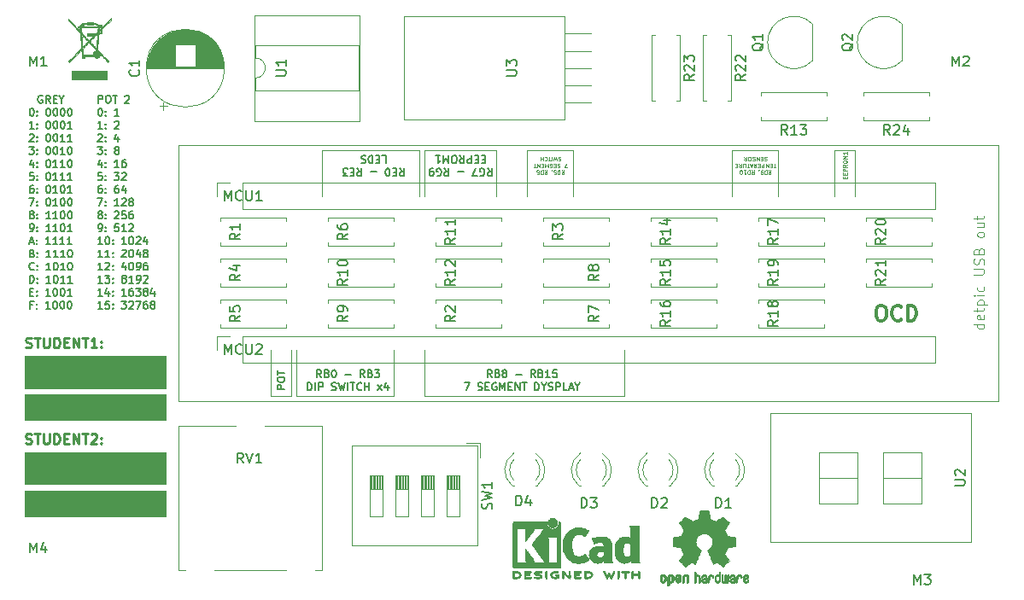
<source format=gbr>
G04 #@! TF.GenerationSoftware,KiCad,Pcbnew,(5.1.0)-1*
G04 #@! TF.CreationDate,2019-03-26T21:03:11+01:00*
G04 #@! TF.ProjectId,ac2-detpic-shield,6163322d-6465-4747-9069-632d73686965,rev?*
G04 #@! TF.SameCoordinates,Original*
G04 #@! TF.FileFunction,Legend,Top*
G04 #@! TF.FilePolarity,Positive*
%FSLAX46Y46*%
G04 Gerber Fmt 4.6, Leading zero omitted, Abs format (unit mm)*
G04 Created by KiCad (PCBNEW (5.1.0)-1) date 2019-03-26 21:03:11*
%MOMM*%
%LPD*%
G04 APERTURE LIST*
%ADD10C,0.150000*%
%ADD11C,0.100000*%
%ADD12C,0.250000*%
%ADD13C,0.300000*%
%ADD14C,0.075000*%
%ADD15C,0.120000*%
%ADD16C,0.010000*%
G04 APERTURE END LIST*
D10*
X136801071Y-36494285D02*
X136801071Y-35744285D01*
X137086785Y-35744285D01*
X137158214Y-35780000D01*
X137193928Y-35815714D01*
X137229642Y-35887142D01*
X137229642Y-35994285D01*
X137193928Y-36065714D01*
X137158214Y-36101428D01*
X137086785Y-36137142D01*
X136801071Y-36137142D01*
X137693928Y-35744285D02*
X137836785Y-35744285D01*
X137908214Y-35780000D01*
X137979642Y-35851428D01*
X138015357Y-35994285D01*
X138015357Y-36244285D01*
X137979642Y-36387142D01*
X137908214Y-36458571D01*
X137836785Y-36494285D01*
X137693928Y-36494285D01*
X137622500Y-36458571D01*
X137551071Y-36387142D01*
X137515357Y-36244285D01*
X137515357Y-35994285D01*
X137551071Y-35851428D01*
X137622500Y-35780000D01*
X137693928Y-35744285D01*
X138229642Y-35744285D02*
X138658214Y-35744285D01*
X138443928Y-36494285D02*
X138443928Y-35744285D01*
X139443928Y-35815714D02*
X139479642Y-35780000D01*
X139551071Y-35744285D01*
X139729642Y-35744285D01*
X139801071Y-35780000D01*
X139836785Y-35815714D01*
X139872500Y-35887142D01*
X139872500Y-35958571D01*
X139836785Y-36065714D01*
X139408214Y-36494285D01*
X139872500Y-36494285D01*
X136943928Y-37019285D02*
X137015357Y-37019285D01*
X137086785Y-37055000D01*
X137122500Y-37090714D01*
X137158214Y-37162142D01*
X137193928Y-37305000D01*
X137193928Y-37483571D01*
X137158214Y-37626428D01*
X137122500Y-37697857D01*
X137086785Y-37733571D01*
X137015357Y-37769285D01*
X136943928Y-37769285D01*
X136872500Y-37733571D01*
X136836785Y-37697857D01*
X136801071Y-37626428D01*
X136765357Y-37483571D01*
X136765357Y-37305000D01*
X136801071Y-37162142D01*
X136836785Y-37090714D01*
X136872500Y-37055000D01*
X136943928Y-37019285D01*
X137515357Y-37697857D02*
X137551071Y-37733571D01*
X137515357Y-37769285D01*
X137479642Y-37733571D01*
X137515357Y-37697857D01*
X137515357Y-37769285D01*
X137515357Y-37305000D02*
X137551071Y-37340714D01*
X137515357Y-37376428D01*
X137479642Y-37340714D01*
X137515357Y-37305000D01*
X137515357Y-37376428D01*
X138836785Y-37769285D02*
X138408214Y-37769285D01*
X138622500Y-37769285D02*
X138622500Y-37019285D01*
X138551071Y-37126428D01*
X138479642Y-37197857D01*
X138408214Y-37233571D01*
X137193928Y-39044285D02*
X136765357Y-39044285D01*
X136979642Y-39044285D02*
X136979642Y-38294285D01*
X136908214Y-38401428D01*
X136836785Y-38472857D01*
X136765357Y-38508571D01*
X137515357Y-38972857D02*
X137551071Y-39008571D01*
X137515357Y-39044285D01*
X137479642Y-39008571D01*
X137515357Y-38972857D01*
X137515357Y-39044285D01*
X137515357Y-38580000D02*
X137551071Y-38615714D01*
X137515357Y-38651428D01*
X137479642Y-38615714D01*
X137515357Y-38580000D01*
X137515357Y-38651428D01*
X138408214Y-38365714D02*
X138443928Y-38330000D01*
X138515357Y-38294285D01*
X138693928Y-38294285D01*
X138765357Y-38330000D01*
X138801071Y-38365714D01*
X138836785Y-38437142D01*
X138836785Y-38508571D01*
X138801071Y-38615714D01*
X138372500Y-39044285D01*
X138836785Y-39044285D01*
X136765357Y-39640714D02*
X136801071Y-39605000D01*
X136872500Y-39569285D01*
X137051071Y-39569285D01*
X137122500Y-39605000D01*
X137158214Y-39640714D01*
X137193928Y-39712142D01*
X137193928Y-39783571D01*
X137158214Y-39890714D01*
X136729642Y-40319285D01*
X137193928Y-40319285D01*
X137515357Y-40247857D02*
X137551071Y-40283571D01*
X137515357Y-40319285D01*
X137479642Y-40283571D01*
X137515357Y-40247857D01*
X137515357Y-40319285D01*
X137515357Y-39855000D02*
X137551071Y-39890714D01*
X137515357Y-39926428D01*
X137479642Y-39890714D01*
X137515357Y-39855000D01*
X137515357Y-39926428D01*
X138765357Y-39819285D02*
X138765357Y-40319285D01*
X138586785Y-39533571D02*
X138408214Y-40069285D01*
X138872500Y-40069285D01*
X136729642Y-40844285D02*
X137193928Y-40844285D01*
X136943928Y-41130000D01*
X137051071Y-41130000D01*
X137122500Y-41165714D01*
X137158214Y-41201428D01*
X137193928Y-41272857D01*
X137193928Y-41451428D01*
X137158214Y-41522857D01*
X137122500Y-41558571D01*
X137051071Y-41594285D01*
X136836785Y-41594285D01*
X136765357Y-41558571D01*
X136729642Y-41522857D01*
X137515357Y-41522857D02*
X137551071Y-41558571D01*
X137515357Y-41594285D01*
X137479642Y-41558571D01*
X137515357Y-41522857D01*
X137515357Y-41594285D01*
X137515357Y-41130000D02*
X137551071Y-41165714D01*
X137515357Y-41201428D01*
X137479642Y-41165714D01*
X137515357Y-41130000D01*
X137515357Y-41201428D01*
X138551071Y-41165714D02*
X138479642Y-41130000D01*
X138443928Y-41094285D01*
X138408214Y-41022857D01*
X138408214Y-40987142D01*
X138443928Y-40915714D01*
X138479642Y-40880000D01*
X138551071Y-40844285D01*
X138693928Y-40844285D01*
X138765357Y-40880000D01*
X138801071Y-40915714D01*
X138836785Y-40987142D01*
X138836785Y-41022857D01*
X138801071Y-41094285D01*
X138765357Y-41130000D01*
X138693928Y-41165714D01*
X138551071Y-41165714D01*
X138479642Y-41201428D01*
X138443928Y-41237142D01*
X138408214Y-41308571D01*
X138408214Y-41451428D01*
X138443928Y-41522857D01*
X138479642Y-41558571D01*
X138551071Y-41594285D01*
X138693928Y-41594285D01*
X138765357Y-41558571D01*
X138801071Y-41522857D01*
X138836785Y-41451428D01*
X138836785Y-41308571D01*
X138801071Y-41237142D01*
X138765357Y-41201428D01*
X138693928Y-41165714D01*
X137122500Y-42369285D02*
X137122500Y-42869285D01*
X136943928Y-42083571D02*
X136765357Y-42619285D01*
X137229642Y-42619285D01*
X137515357Y-42797857D02*
X137551071Y-42833571D01*
X137515357Y-42869285D01*
X137479642Y-42833571D01*
X137515357Y-42797857D01*
X137515357Y-42869285D01*
X137515357Y-42405000D02*
X137551071Y-42440714D01*
X137515357Y-42476428D01*
X137479642Y-42440714D01*
X137515357Y-42405000D01*
X137515357Y-42476428D01*
X138836785Y-42869285D02*
X138408214Y-42869285D01*
X138622500Y-42869285D02*
X138622500Y-42119285D01*
X138551071Y-42226428D01*
X138479642Y-42297857D01*
X138408214Y-42333571D01*
X139479642Y-42119285D02*
X139336785Y-42119285D01*
X139265357Y-42155000D01*
X139229642Y-42190714D01*
X139158214Y-42297857D01*
X139122500Y-42440714D01*
X139122500Y-42726428D01*
X139158214Y-42797857D01*
X139193928Y-42833571D01*
X139265357Y-42869285D01*
X139408214Y-42869285D01*
X139479642Y-42833571D01*
X139515357Y-42797857D01*
X139551071Y-42726428D01*
X139551071Y-42547857D01*
X139515357Y-42476428D01*
X139479642Y-42440714D01*
X139408214Y-42405000D01*
X139265357Y-42405000D01*
X139193928Y-42440714D01*
X139158214Y-42476428D01*
X139122500Y-42547857D01*
X137158214Y-43394285D02*
X136801071Y-43394285D01*
X136765357Y-43751428D01*
X136801071Y-43715714D01*
X136872500Y-43680000D01*
X137051071Y-43680000D01*
X137122500Y-43715714D01*
X137158214Y-43751428D01*
X137193928Y-43822857D01*
X137193928Y-44001428D01*
X137158214Y-44072857D01*
X137122500Y-44108571D01*
X137051071Y-44144285D01*
X136872500Y-44144285D01*
X136801071Y-44108571D01*
X136765357Y-44072857D01*
X137515357Y-44072857D02*
X137551071Y-44108571D01*
X137515357Y-44144285D01*
X137479642Y-44108571D01*
X137515357Y-44072857D01*
X137515357Y-44144285D01*
X137515357Y-43680000D02*
X137551071Y-43715714D01*
X137515357Y-43751428D01*
X137479642Y-43715714D01*
X137515357Y-43680000D01*
X137515357Y-43751428D01*
X138372500Y-43394285D02*
X138836785Y-43394285D01*
X138586785Y-43680000D01*
X138693928Y-43680000D01*
X138765357Y-43715714D01*
X138801071Y-43751428D01*
X138836785Y-43822857D01*
X138836785Y-44001428D01*
X138801071Y-44072857D01*
X138765357Y-44108571D01*
X138693928Y-44144285D01*
X138479642Y-44144285D01*
X138408214Y-44108571D01*
X138372500Y-44072857D01*
X139122500Y-43465714D02*
X139158214Y-43430000D01*
X139229642Y-43394285D01*
X139408214Y-43394285D01*
X139479642Y-43430000D01*
X139515357Y-43465714D01*
X139551071Y-43537142D01*
X139551071Y-43608571D01*
X139515357Y-43715714D01*
X139086785Y-44144285D01*
X139551071Y-44144285D01*
X137122500Y-44669285D02*
X136979642Y-44669285D01*
X136908214Y-44705000D01*
X136872500Y-44740714D01*
X136801071Y-44847857D01*
X136765357Y-44990714D01*
X136765357Y-45276428D01*
X136801071Y-45347857D01*
X136836785Y-45383571D01*
X136908214Y-45419285D01*
X137051071Y-45419285D01*
X137122500Y-45383571D01*
X137158214Y-45347857D01*
X137193928Y-45276428D01*
X137193928Y-45097857D01*
X137158214Y-45026428D01*
X137122500Y-44990714D01*
X137051071Y-44955000D01*
X136908214Y-44955000D01*
X136836785Y-44990714D01*
X136801071Y-45026428D01*
X136765357Y-45097857D01*
X137515357Y-45347857D02*
X137551071Y-45383571D01*
X137515357Y-45419285D01*
X137479642Y-45383571D01*
X137515357Y-45347857D01*
X137515357Y-45419285D01*
X137515357Y-44955000D02*
X137551071Y-44990714D01*
X137515357Y-45026428D01*
X137479642Y-44990714D01*
X137515357Y-44955000D01*
X137515357Y-45026428D01*
X138765357Y-44669285D02*
X138622500Y-44669285D01*
X138551071Y-44705000D01*
X138515357Y-44740714D01*
X138443928Y-44847857D01*
X138408214Y-44990714D01*
X138408214Y-45276428D01*
X138443928Y-45347857D01*
X138479642Y-45383571D01*
X138551071Y-45419285D01*
X138693928Y-45419285D01*
X138765357Y-45383571D01*
X138801071Y-45347857D01*
X138836785Y-45276428D01*
X138836785Y-45097857D01*
X138801071Y-45026428D01*
X138765357Y-44990714D01*
X138693928Y-44955000D01*
X138551071Y-44955000D01*
X138479642Y-44990714D01*
X138443928Y-45026428D01*
X138408214Y-45097857D01*
X139479642Y-44919285D02*
X139479642Y-45419285D01*
X139301071Y-44633571D02*
X139122500Y-45169285D01*
X139586785Y-45169285D01*
X136729642Y-45944285D02*
X137229642Y-45944285D01*
X136908214Y-46694285D01*
X137515357Y-46622857D02*
X137551071Y-46658571D01*
X137515357Y-46694285D01*
X137479642Y-46658571D01*
X137515357Y-46622857D01*
X137515357Y-46694285D01*
X137515357Y-46230000D02*
X137551071Y-46265714D01*
X137515357Y-46301428D01*
X137479642Y-46265714D01*
X137515357Y-46230000D01*
X137515357Y-46301428D01*
X138836785Y-46694285D02*
X138408214Y-46694285D01*
X138622500Y-46694285D02*
X138622500Y-45944285D01*
X138551071Y-46051428D01*
X138479642Y-46122857D01*
X138408214Y-46158571D01*
X139122500Y-46015714D02*
X139158214Y-45980000D01*
X139229642Y-45944285D01*
X139408214Y-45944285D01*
X139479642Y-45980000D01*
X139515357Y-46015714D01*
X139551071Y-46087142D01*
X139551071Y-46158571D01*
X139515357Y-46265714D01*
X139086785Y-46694285D01*
X139551071Y-46694285D01*
X139979642Y-46265714D02*
X139908214Y-46230000D01*
X139872500Y-46194285D01*
X139836785Y-46122857D01*
X139836785Y-46087142D01*
X139872500Y-46015714D01*
X139908214Y-45980000D01*
X139979642Y-45944285D01*
X140122500Y-45944285D01*
X140193928Y-45980000D01*
X140229642Y-46015714D01*
X140265357Y-46087142D01*
X140265357Y-46122857D01*
X140229642Y-46194285D01*
X140193928Y-46230000D01*
X140122500Y-46265714D01*
X139979642Y-46265714D01*
X139908214Y-46301428D01*
X139872500Y-46337142D01*
X139836785Y-46408571D01*
X139836785Y-46551428D01*
X139872500Y-46622857D01*
X139908214Y-46658571D01*
X139979642Y-46694285D01*
X140122500Y-46694285D01*
X140193928Y-46658571D01*
X140229642Y-46622857D01*
X140265357Y-46551428D01*
X140265357Y-46408571D01*
X140229642Y-46337142D01*
X140193928Y-46301428D01*
X140122500Y-46265714D01*
X136908214Y-47540714D02*
X136836785Y-47505000D01*
X136801071Y-47469285D01*
X136765357Y-47397857D01*
X136765357Y-47362142D01*
X136801071Y-47290714D01*
X136836785Y-47255000D01*
X136908214Y-47219285D01*
X137051071Y-47219285D01*
X137122500Y-47255000D01*
X137158214Y-47290714D01*
X137193928Y-47362142D01*
X137193928Y-47397857D01*
X137158214Y-47469285D01*
X137122500Y-47505000D01*
X137051071Y-47540714D01*
X136908214Y-47540714D01*
X136836785Y-47576428D01*
X136801071Y-47612142D01*
X136765357Y-47683571D01*
X136765357Y-47826428D01*
X136801071Y-47897857D01*
X136836785Y-47933571D01*
X136908214Y-47969285D01*
X137051071Y-47969285D01*
X137122500Y-47933571D01*
X137158214Y-47897857D01*
X137193928Y-47826428D01*
X137193928Y-47683571D01*
X137158214Y-47612142D01*
X137122500Y-47576428D01*
X137051071Y-47540714D01*
X137515357Y-47897857D02*
X137551071Y-47933571D01*
X137515357Y-47969285D01*
X137479642Y-47933571D01*
X137515357Y-47897857D01*
X137515357Y-47969285D01*
X137515357Y-47505000D02*
X137551071Y-47540714D01*
X137515357Y-47576428D01*
X137479642Y-47540714D01*
X137515357Y-47505000D01*
X137515357Y-47576428D01*
X138408214Y-47290714D02*
X138443928Y-47255000D01*
X138515357Y-47219285D01*
X138693928Y-47219285D01*
X138765357Y-47255000D01*
X138801071Y-47290714D01*
X138836785Y-47362142D01*
X138836785Y-47433571D01*
X138801071Y-47540714D01*
X138372500Y-47969285D01*
X138836785Y-47969285D01*
X139515357Y-47219285D02*
X139158214Y-47219285D01*
X139122500Y-47576428D01*
X139158214Y-47540714D01*
X139229642Y-47505000D01*
X139408214Y-47505000D01*
X139479642Y-47540714D01*
X139515357Y-47576428D01*
X139551071Y-47647857D01*
X139551071Y-47826428D01*
X139515357Y-47897857D01*
X139479642Y-47933571D01*
X139408214Y-47969285D01*
X139229642Y-47969285D01*
X139158214Y-47933571D01*
X139122500Y-47897857D01*
X140193928Y-47219285D02*
X140051071Y-47219285D01*
X139979642Y-47255000D01*
X139943928Y-47290714D01*
X139872500Y-47397857D01*
X139836785Y-47540714D01*
X139836785Y-47826428D01*
X139872500Y-47897857D01*
X139908214Y-47933571D01*
X139979642Y-47969285D01*
X140122500Y-47969285D01*
X140193928Y-47933571D01*
X140229642Y-47897857D01*
X140265357Y-47826428D01*
X140265357Y-47647857D01*
X140229642Y-47576428D01*
X140193928Y-47540714D01*
X140122500Y-47505000D01*
X139979642Y-47505000D01*
X139908214Y-47540714D01*
X139872500Y-47576428D01*
X139836785Y-47647857D01*
X136836785Y-49244285D02*
X136979642Y-49244285D01*
X137051071Y-49208571D01*
X137086785Y-49172857D01*
X137158214Y-49065714D01*
X137193928Y-48922857D01*
X137193928Y-48637142D01*
X137158214Y-48565714D01*
X137122500Y-48530000D01*
X137051071Y-48494285D01*
X136908214Y-48494285D01*
X136836785Y-48530000D01*
X136801071Y-48565714D01*
X136765357Y-48637142D01*
X136765357Y-48815714D01*
X136801071Y-48887142D01*
X136836785Y-48922857D01*
X136908214Y-48958571D01*
X137051071Y-48958571D01*
X137122500Y-48922857D01*
X137158214Y-48887142D01*
X137193928Y-48815714D01*
X137515357Y-49172857D02*
X137551071Y-49208571D01*
X137515357Y-49244285D01*
X137479642Y-49208571D01*
X137515357Y-49172857D01*
X137515357Y-49244285D01*
X137515357Y-48780000D02*
X137551071Y-48815714D01*
X137515357Y-48851428D01*
X137479642Y-48815714D01*
X137515357Y-48780000D01*
X137515357Y-48851428D01*
X138801071Y-48494285D02*
X138443928Y-48494285D01*
X138408214Y-48851428D01*
X138443928Y-48815714D01*
X138515357Y-48780000D01*
X138693928Y-48780000D01*
X138765357Y-48815714D01*
X138801071Y-48851428D01*
X138836785Y-48922857D01*
X138836785Y-49101428D01*
X138801071Y-49172857D01*
X138765357Y-49208571D01*
X138693928Y-49244285D01*
X138515357Y-49244285D01*
X138443928Y-49208571D01*
X138408214Y-49172857D01*
X139551071Y-49244285D02*
X139122500Y-49244285D01*
X139336785Y-49244285D02*
X139336785Y-48494285D01*
X139265357Y-48601428D01*
X139193928Y-48672857D01*
X139122500Y-48708571D01*
X139836785Y-48565714D02*
X139872500Y-48530000D01*
X139943928Y-48494285D01*
X140122500Y-48494285D01*
X140193928Y-48530000D01*
X140229642Y-48565714D01*
X140265357Y-48637142D01*
X140265357Y-48708571D01*
X140229642Y-48815714D01*
X139801071Y-49244285D01*
X140265357Y-49244285D01*
X137193928Y-50519285D02*
X136765357Y-50519285D01*
X136979642Y-50519285D02*
X136979642Y-49769285D01*
X136908214Y-49876428D01*
X136836785Y-49947857D01*
X136765357Y-49983571D01*
X137658214Y-49769285D02*
X137729642Y-49769285D01*
X137801071Y-49805000D01*
X137836785Y-49840714D01*
X137872500Y-49912142D01*
X137908214Y-50055000D01*
X137908214Y-50233571D01*
X137872500Y-50376428D01*
X137836785Y-50447857D01*
X137801071Y-50483571D01*
X137729642Y-50519285D01*
X137658214Y-50519285D01*
X137586785Y-50483571D01*
X137551071Y-50447857D01*
X137515357Y-50376428D01*
X137479642Y-50233571D01*
X137479642Y-50055000D01*
X137515357Y-49912142D01*
X137551071Y-49840714D01*
X137586785Y-49805000D01*
X137658214Y-49769285D01*
X138229642Y-50447857D02*
X138265357Y-50483571D01*
X138229642Y-50519285D01*
X138193928Y-50483571D01*
X138229642Y-50447857D01*
X138229642Y-50519285D01*
X138229642Y-50055000D02*
X138265357Y-50090714D01*
X138229642Y-50126428D01*
X138193928Y-50090714D01*
X138229642Y-50055000D01*
X138229642Y-50126428D01*
X139551071Y-50519285D02*
X139122500Y-50519285D01*
X139336785Y-50519285D02*
X139336785Y-49769285D01*
X139265357Y-49876428D01*
X139193928Y-49947857D01*
X139122500Y-49983571D01*
X140015357Y-49769285D02*
X140086785Y-49769285D01*
X140158214Y-49805000D01*
X140193928Y-49840714D01*
X140229642Y-49912142D01*
X140265357Y-50055000D01*
X140265357Y-50233571D01*
X140229642Y-50376428D01*
X140193928Y-50447857D01*
X140158214Y-50483571D01*
X140086785Y-50519285D01*
X140015357Y-50519285D01*
X139943928Y-50483571D01*
X139908214Y-50447857D01*
X139872500Y-50376428D01*
X139836785Y-50233571D01*
X139836785Y-50055000D01*
X139872500Y-49912142D01*
X139908214Y-49840714D01*
X139943928Y-49805000D01*
X140015357Y-49769285D01*
X140551071Y-49840714D02*
X140586785Y-49805000D01*
X140658214Y-49769285D01*
X140836785Y-49769285D01*
X140908214Y-49805000D01*
X140943928Y-49840714D01*
X140979642Y-49912142D01*
X140979642Y-49983571D01*
X140943928Y-50090714D01*
X140515357Y-50519285D01*
X140979642Y-50519285D01*
X141622500Y-50019285D02*
X141622500Y-50519285D01*
X141443928Y-49733571D02*
X141265357Y-50269285D01*
X141729642Y-50269285D01*
X137193928Y-51794285D02*
X136765357Y-51794285D01*
X136979642Y-51794285D02*
X136979642Y-51044285D01*
X136908214Y-51151428D01*
X136836785Y-51222857D01*
X136765357Y-51258571D01*
X137908214Y-51794285D02*
X137479642Y-51794285D01*
X137693928Y-51794285D02*
X137693928Y-51044285D01*
X137622500Y-51151428D01*
X137551071Y-51222857D01*
X137479642Y-51258571D01*
X138229642Y-51722857D02*
X138265357Y-51758571D01*
X138229642Y-51794285D01*
X138193928Y-51758571D01*
X138229642Y-51722857D01*
X138229642Y-51794285D01*
X138229642Y-51330000D02*
X138265357Y-51365714D01*
X138229642Y-51401428D01*
X138193928Y-51365714D01*
X138229642Y-51330000D01*
X138229642Y-51401428D01*
X139122500Y-51115714D02*
X139158214Y-51080000D01*
X139229642Y-51044285D01*
X139408214Y-51044285D01*
X139479642Y-51080000D01*
X139515357Y-51115714D01*
X139551071Y-51187142D01*
X139551071Y-51258571D01*
X139515357Y-51365714D01*
X139086785Y-51794285D01*
X139551071Y-51794285D01*
X140015357Y-51044285D02*
X140086785Y-51044285D01*
X140158214Y-51080000D01*
X140193928Y-51115714D01*
X140229642Y-51187142D01*
X140265357Y-51330000D01*
X140265357Y-51508571D01*
X140229642Y-51651428D01*
X140193928Y-51722857D01*
X140158214Y-51758571D01*
X140086785Y-51794285D01*
X140015357Y-51794285D01*
X139943928Y-51758571D01*
X139908214Y-51722857D01*
X139872500Y-51651428D01*
X139836785Y-51508571D01*
X139836785Y-51330000D01*
X139872500Y-51187142D01*
X139908214Y-51115714D01*
X139943928Y-51080000D01*
X140015357Y-51044285D01*
X140908214Y-51294285D02*
X140908214Y-51794285D01*
X140729642Y-51008571D02*
X140551071Y-51544285D01*
X141015357Y-51544285D01*
X141408214Y-51365714D02*
X141336785Y-51330000D01*
X141301071Y-51294285D01*
X141265357Y-51222857D01*
X141265357Y-51187142D01*
X141301071Y-51115714D01*
X141336785Y-51080000D01*
X141408214Y-51044285D01*
X141551071Y-51044285D01*
X141622500Y-51080000D01*
X141658214Y-51115714D01*
X141693928Y-51187142D01*
X141693928Y-51222857D01*
X141658214Y-51294285D01*
X141622500Y-51330000D01*
X141551071Y-51365714D01*
X141408214Y-51365714D01*
X141336785Y-51401428D01*
X141301071Y-51437142D01*
X141265357Y-51508571D01*
X141265357Y-51651428D01*
X141301071Y-51722857D01*
X141336785Y-51758571D01*
X141408214Y-51794285D01*
X141551071Y-51794285D01*
X141622500Y-51758571D01*
X141658214Y-51722857D01*
X141693928Y-51651428D01*
X141693928Y-51508571D01*
X141658214Y-51437142D01*
X141622500Y-51401428D01*
X141551071Y-51365714D01*
X137193928Y-53069285D02*
X136765357Y-53069285D01*
X136979642Y-53069285D02*
X136979642Y-52319285D01*
X136908214Y-52426428D01*
X136836785Y-52497857D01*
X136765357Y-52533571D01*
X137479642Y-52390714D02*
X137515357Y-52355000D01*
X137586785Y-52319285D01*
X137765357Y-52319285D01*
X137836785Y-52355000D01*
X137872500Y-52390714D01*
X137908214Y-52462142D01*
X137908214Y-52533571D01*
X137872500Y-52640714D01*
X137443928Y-53069285D01*
X137908214Y-53069285D01*
X138229642Y-52997857D02*
X138265357Y-53033571D01*
X138229642Y-53069285D01*
X138193928Y-53033571D01*
X138229642Y-52997857D01*
X138229642Y-53069285D01*
X138229642Y-52605000D02*
X138265357Y-52640714D01*
X138229642Y-52676428D01*
X138193928Y-52640714D01*
X138229642Y-52605000D01*
X138229642Y-52676428D01*
X139479642Y-52569285D02*
X139479642Y-53069285D01*
X139301071Y-52283571D02*
X139122500Y-52819285D01*
X139586785Y-52819285D01*
X140015357Y-52319285D02*
X140086785Y-52319285D01*
X140158214Y-52355000D01*
X140193928Y-52390714D01*
X140229642Y-52462142D01*
X140265357Y-52605000D01*
X140265357Y-52783571D01*
X140229642Y-52926428D01*
X140193928Y-52997857D01*
X140158214Y-53033571D01*
X140086785Y-53069285D01*
X140015357Y-53069285D01*
X139943928Y-53033571D01*
X139908214Y-52997857D01*
X139872500Y-52926428D01*
X139836785Y-52783571D01*
X139836785Y-52605000D01*
X139872500Y-52462142D01*
X139908214Y-52390714D01*
X139943928Y-52355000D01*
X140015357Y-52319285D01*
X140622500Y-53069285D02*
X140765357Y-53069285D01*
X140836785Y-53033571D01*
X140872500Y-52997857D01*
X140943928Y-52890714D01*
X140979642Y-52747857D01*
X140979642Y-52462142D01*
X140943928Y-52390714D01*
X140908214Y-52355000D01*
X140836785Y-52319285D01*
X140693928Y-52319285D01*
X140622500Y-52355000D01*
X140586785Y-52390714D01*
X140551071Y-52462142D01*
X140551071Y-52640714D01*
X140586785Y-52712142D01*
X140622500Y-52747857D01*
X140693928Y-52783571D01*
X140836785Y-52783571D01*
X140908214Y-52747857D01*
X140943928Y-52712142D01*
X140979642Y-52640714D01*
X141622500Y-52319285D02*
X141479642Y-52319285D01*
X141408214Y-52355000D01*
X141372500Y-52390714D01*
X141301071Y-52497857D01*
X141265357Y-52640714D01*
X141265357Y-52926428D01*
X141301071Y-52997857D01*
X141336785Y-53033571D01*
X141408214Y-53069285D01*
X141551071Y-53069285D01*
X141622500Y-53033571D01*
X141658214Y-52997857D01*
X141693928Y-52926428D01*
X141693928Y-52747857D01*
X141658214Y-52676428D01*
X141622500Y-52640714D01*
X141551071Y-52605000D01*
X141408214Y-52605000D01*
X141336785Y-52640714D01*
X141301071Y-52676428D01*
X141265357Y-52747857D01*
X137193928Y-54344285D02*
X136765357Y-54344285D01*
X136979642Y-54344285D02*
X136979642Y-53594285D01*
X136908214Y-53701428D01*
X136836785Y-53772857D01*
X136765357Y-53808571D01*
X137443928Y-53594285D02*
X137908214Y-53594285D01*
X137658214Y-53880000D01*
X137765357Y-53880000D01*
X137836785Y-53915714D01*
X137872500Y-53951428D01*
X137908214Y-54022857D01*
X137908214Y-54201428D01*
X137872500Y-54272857D01*
X137836785Y-54308571D01*
X137765357Y-54344285D01*
X137551071Y-54344285D01*
X137479642Y-54308571D01*
X137443928Y-54272857D01*
X138229642Y-54272857D02*
X138265357Y-54308571D01*
X138229642Y-54344285D01*
X138193928Y-54308571D01*
X138229642Y-54272857D01*
X138229642Y-54344285D01*
X138229642Y-53880000D02*
X138265357Y-53915714D01*
X138229642Y-53951428D01*
X138193928Y-53915714D01*
X138229642Y-53880000D01*
X138229642Y-53951428D01*
X139265357Y-53915714D02*
X139193928Y-53880000D01*
X139158214Y-53844285D01*
X139122500Y-53772857D01*
X139122500Y-53737142D01*
X139158214Y-53665714D01*
X139193928Y-53630000D01*
X139265357Y-53594285D01*
X139408214Y-53594285D01*
X139479642Y-53630000D01*
X139515357Y-53665714D01*
X139551071Y-53737142D01*
X139551071Y-53772857D01*
X139515357Y-53844285D01*
X139479642Y-53880000D01*
X139408214Y-53915714D01*
X139265357Y-53915714D01*
X139193928Y-53951428D01*
X139158214Y-53987142D01*
X139122500Y-54058571D01*
X139122500Y-54201428D01*
X139158214Y-54272857D01*
X139193928Y-54308571D01*
X139265357Y-54344285D01*
X139408214Y-54344285D01*
X139479642Y-54308571D01*
X139515357Y-54272857D01*
X139551071Y-54201428D01*
X139551071Y-54058571D01*
X139515357Y-53987142D01*
X139479642Y-53951428D01*
X139408214Y-53915714D01*
X140265357Y-54344285D02*
X139836785Y-54344285D01*
X140051071Y-54344285D02*
X140051071Y-53594285D01*
X139979642Y-53701428D01*
X139908214Y-53772857D01*
X139836785Y-53808571D01*
X140622500Y-54344285D02*
X140765357Y-54344285D01*
X140836785Y-54308571D01*
X140872500Y-54272857D01*
X140943928Y-54165714D01*
X140979642Y-54022857D01*
X140979642Y-53737142D01*
X140943928Y-53665714D01*
X140908214Y-53630000D01*
X140836785Y-53594285D01*
X140693928Y-53594285D01*
X140622500Y-53630000D01*
X140586785Y-53665714D01*
X140551071Y-53737142D01*
X140551071Y-53915714D01*
X140586785Y-53987142D01*
X140622500Y-54022857D01*
X140693928Y-54058571D01*
X140836785Y-54058571D01*
X140908214Y-54022857D01*
X140943928Y-53987142D01*
X140979642Y-53915714D01*
X141265357Y-53665714D02*
X141301071Y-53630000D01*
X141372500Y-53594285D01*
X141551071Y-53594285D01*
X141622500Y-53630000D01*
X141658214Y-53665714D01*
X141693928Y-53737142D01*
X141693928Y-53808571D01*
X141658214Y-53915714D01*
X141229642Y-54344285D01*
X141693928Y-54344285D01*
X137193928Y-55619285D02*
X136765357Y-55619285D01*
X136979642Y-55619285D02*
X136979642Y-54869285D01*
X136908214Y-54976428D01*
X136836785Y-55047857D01*
X136765357Y-55083571D01*
X137836785Y-55119285D02*
X137836785Y-55619285D01*
X137658214Y-54833571D02*
X137479642Y-55369285D01*
X137943928Y-55369285D01*
X138229642Y-55547857D02*
X138265357Y-55583571D01*
X138229642Y-55619285D01*
X138193928Y-55583571D01*
X138229642Y-55547857D01*
X138229642Y-55619285D01*
X138229642Y-55155000D02*
X138265357Y-55190714D01*
X138229642Y-55226428D01*
X138193928Y-55190714D01*
X138229642Y-55155000D01*
X138229642Y-55226428D01*
X139551071Y-55619285D02*
X139122500Y-55619285D01*
X139336785Y-55619285D02*
X139336785Y-54869285D01*
X139265357Y-54976428D01*
X139193928Y-55047857D01*
X139122500Y-55083571D01*
X140193928Y-54869285D02*
X140051071Y-54869285D01*
X139979642Y-54905000D01*
X139943928Y-54940714D01*
X139872500Y-55047857D01*
X139836785Y-55190714D01*
X139836785Y-55476428D01*
X139872500Y-55547857D01*
X139908214Y-55583571D01*
X139979642Y-55619285D01*
X140122500Y-55619285D01*
X140193928Y-55583571D01*
X140229642Y-55547857D01*
X140265357Y-55476428D01*
X140265357Y-55297857D01*
X140229642Y-55226428D01*
X140193928Y-55190714D01*
X140122500Y-55155000D01*
X139979642Y-55155000D01*
X139908214Y-55190714D01*
X139872500Y-55226428D01*
X139836785Y-55297857D01*
X140515357Y-54869285D02*
X140979642Y-54869285D01*
X140729642Y-55155000D01*
X140836785Y-55155000D01*
X140908214Y-55190714D01*
X140943928Y-55226428D01*
X140979642Y-55297857D01*
X140979642Y-55476428D01*
X140943928Y-55547857D01*
X140908214Y-55583571D01*
X140836785Y-55619285D01*
X140622500Y-55619285D01*
X140551071Y-55583571D01*
X140515357Y-55547857D01*
X141408214Y-55190714D02*
X141336785Y-55155000D01*
X141301071Y-55119285D01*
X141265357Y-55047857D01*
X141265357Y-55012142D01*
X141301071Y-54940714D01*
X141336785Y-54905000D01*
X141408214Y-54869285D01*
X141551071Y-54869285D01*
X141622500Y-54905000D01*
X141658214Y-54940714D01*
X141693928Y-55012142D01*
X141693928Y-55047857D01*
X141658214Y-55119285D01*
X141622500Y-55155000D01*
X141551071Y-55190714D01*
X141408214Y-55190714D01*
X141336785Y-55226428D01*
X141301071Y-55262142D01*
X141265357Y-55333571D01*
X141265357Y-55476428D01*
X141301071Y-55547857D01*
X141336785Y-55583571D01*
X141408214Y-55619285D01*
X141551071Y-55619285D01*
X141622500Y-55583571D01*
X141658214Y-55547857D01*
X141693928Y-55476428D01*
X141693928Y-55333571D01*
X141658214Y-55262142D01*
X141622500Y-55226428D01*
X141551071Y-55190714D01*
X142336785Y-55119285D02*
X142336785Y-55619285D01*
X142158214Y-54833571D02*
X141979642Y-55369285D01*
X142443928Y-55369285D01*
X137193928Y-56894285D02*
X136765357Y-56894285D01*
X136979642Y-56894285D02*
X136979642Y-56144285D01*
X136908214Y-56251428D01*
X136836785Y-56322857D01*
X136765357Y-56358571D01*
X137872500Y-56144285D02*
X137515357Y-56144285D01*
X137479642Y-56501428D01*
X137515357Y-56465714D01*
X137586785Y-56430000D01*
X137765357Y-56430000D01*
X137836785Y-56465714D01*
X137872500Y-56501428D01*
X137908214Y-56572857D01*
X137908214Y-56751428D01*
X137872500Y-56822857D01*
X137836785Y-56858571D01*
X137765357Y-56894285D01*
X137586785Y-56894285D01*
X137515357Y-56858571D01*
X137479642Y-56822857D01*
X138229642Y-56822857D02*
X138265357Y-56858571D01*
X138229642Y-56894285D01*
X138193928Y-56858571D01*
X138229642Y-56822857D01*
X138229642Y-56894285D01*
X138229642Y-56430000D02*
X138265357Y-56465714D01*
X138229642Y-56501428D01*
X138193928Y-56465714D01*
X138229642Y-56430000D01*
X138229642Y-56501428D01*
X139086785Y-56144285D02*
X139551071Y-56144285D01*
X139301071Y-56430000D01*
X139408214Y-56430000D01*
X139479642Y-56465714D01*
X139515357Y-56501428D01*
X139551071Y-56572857D01*
X139551071Y-56751428D01*
X139515357Y-56822857D01*
X139479642Y-56858571D01*
X139408214Y-56894285D01*
X139193928Y-56894285D01*
X139122500Y-56858571D01*
X139086785Y-56822857D01*
X139836785Y-56215714D02*
X139872500Y-56180000D01*
X139943928Y-56144285D01*
X140122500Y-56144285D01*
X140193928Y-56180000D01*
X140229642Y-56215714D01*
X140265357Y-56287142D01*
X140265357Y-56358571D01*
X140229642Y-56465714D01*
X139801071Y-56894285D01*
X140265357Y-56894285D01*
X140515357Y-56144285D02*
X141015357Y-56144285D01*
X140693928Y-56894285D01*
X141622500Y-56144285D02*
X141479642Y-56144285D01*
X141408214Y-56180000D01*
X141372500Y-56215714D01*
X141301071Y-56322857D01*
X141265357Y-56465714D01*
X141265357Y-56751428D01*
X141301071Y-56822857D01*
X141336785Y-56858571D01*
X141408214Y-56894285D01*
X141551071Y-56894285D01*
X141622500Y-56858571D01*
X141658214Y-56822857D01*
X141693928Y-56751428D01*
X141693928Y-56572857D01*
X141658214Y-56501428D01*
X141622500Y-56465714D01*
X141551071Y-56430000D01*
X141408214Y-56430000D01*
X141336785Y-56465714D01*
X141301071Y-56501428D01*
X141265357Y-56572857D01*
X142122500Y-56465714D02*
X142051071Y-56430000D01*
X142015357Y-56394285D01*
X141979642Y-56322857D01*
X141979642Y-56287142D01*
X142015357Y-56215714D01*
X142051071Y-56180000D01*
X142122500Y-56144285D01*
X142265357Y-56144285D01*
X142336785Y-56180000D01*
X142372500Y-56215714D01*
X142408214Y-56287142D01*
X142408214Y-56322857D01*
X142372500Y-56394285D01*
X142336785Y-56430000D01*
X142265357Y-56465714D01*
X142122500Y-56465714D01*
X142051071Y-56501428D01*
X142015357Y-56537142D01*
X141979642Y-56608571D01*
X141979642Y-56751428D01*
X142015357Y-56822857D01*
X142051071Y-56858571D01*
X142122500Y-56894285D01*
X142265357Y-56894285D01*
X142336785Y-56858571D01*
X142372500Y-56822857D01*
X142408214Y-56751428D01*
X142408214Y-56608571D01*
X142372500Y-56537142D01*
X142336785Y-56501428D01*
X142265357Y-56465714D01*
X131240714Y-35780000D02*
X131169285Y-35744285D01*
X131062142Y-35744285D01*
X130955000Y-35780000D01*
X130883571Y-35851428D01*
X130847857Y-35922857D01*
X130812142Y-36065714D01*
X130812142Y-36172857D01*
X130847857Y-36315714D01*
X130883571Y-36387142D01*
X130955000Y-36458571D01*
X131062142Y-36494285D01*
X131133571Y-36494285D01*
X131240714Y-36458571D01*
X131276428Y-36422857D01*
X131276428Y-36172857D01*
X131133571Y-36172857D01*
X132026428Y-36494285D02*
X131776428Y-36137142D01*
X131597857Y-36494285D02*
X131597857Y-35744285D01*
X131883571Y-35744285D01*
X131955000Y-35780000D01*
X131990714Y-35815714D01*
X132026428Y-35887142D01*
X132026428Y-35994285D01*
X131990714Y-36065714D01*
X131955000Y-36101428D01*
X131883571Y-36137142D01*
X131597857Y-36137142D01*
X132347857Y-36101428D02*
X132597857Y-36101428D01*
X132705000Y-36494285D02*
X132347857Y-36494285D01*
X132347857Y-35744285D01*
X132705000Y-35744285D01*
X133169285Y-36137142D02*
X133169285Y-36494285D01*
X132919285Y-35744285D02*
X133169285Y-36137142D01*
X133419285Y-35744285D01*
X130151428Y-37019285D02*
X130222857Y-37019285D01*
X130294285Y-37055000D01*
X130330000Y-37090714D01*
X130365714Y-37162142D01*
X130401428Y-37305000D01*
X130401428Y-37483571D01*
X130365714Y-37626428D01*
X130330000Y-37697857D01*
X130294285Y-37733571D01*
X130222857Y-37769285D01*
X130151428Y-37769285D01*
X130080000Y-37733571D01*
X130044285Y-37697857D01*
X130008571Y-37626428D01*
X129972857Y-37483571D01*
X129972857Y-37305000D01*
X130008571Y-37162142D01*
X130044285Y-37090714D01*
X130080000Y-37055000D01*
X130151428Y-37019285D01*
X130722857Y-37697857D02*
X130758571Y-37733571D01*
X130722857Y-37769285D01*
X130687142Y-37733571D01*
X130722857Y-37697857D01*
X130722857Y-37769285D01*
X130722857Y-37305000D02*
X130758571Y-37340714D01*
X130722857Y-37376428D01*
X130687142Y-37340714D01*
X130722857Y-37305000D01*
X130722857Y-37376428D01*
X131794285Y-37019285D02*
X131865714Y-37019285D01*
X131937142Y-37055000D01*
X131972857Y-37090714D01*
X132008571Y-37162142D01*
X132044285Y-37305000D01*
X132044285Y-37483571D01*
X132008571Y-37626428D01*
X131972857Y-37697857D01*
X131937142Y-37733571D01*
X131865714Y-37769285D01*
X131794285Y-37769285D01*
X131722857Y-37733571D01*
X131687142Y-37697857D01*
X131651428Y-37626428D01*
X131615714Y-37483571D01*
X131615714Y-37305000D01*
X131651428Y-37162142D01*
X131687142Y-37090714D01*
X131722857Y-37055000D01*
X131794285Y-37019285D01*
X132508571Y-37019285D02*
X132580000Y-37019285D01*
X132651428Y-37055000D01*
X132687142Y-37090714D01*
X132722857Y-37162142D01*
X132758571Y-37305000D01*
X132758571Y-37483571D01*
X132722857Y-37626428D01*
X132687142Y-37697857D01*
X132651428Y-37733571D01*
X132580000Y-37769285D01*
X132508571Y-37769285D01*
X132437142Y-37733571D01*
X132401428Y-37697857D01*
X132365714Y-37626428D01*
X132330000Y-37483571D01*
X132330000Y-37305000D01*
X132365714Y-37162142D01*
X132401428Y-37090714D01*
X132437142Y-37055000D01*
X132508571Y-37019285D01*
X133222857Y-37019285D02*
X133294285Y-37019285D01*
X133365714Y-37055000D01*
X133401428Y-37090714D01*
X133437142Y-37162142D01*
X133472857Y-37305000D01*
X133472857Y-37483571D01*
X133437142Y-37626428D01*
X133401428Y-37697857D01*
X133365714Y-37733571D01*
X133294285Y-37769285D01*
X133222857Y-37769285D01*
X133151428Y-37733571D01*
X133115714Y-37697857D01*
X133080000Y-37626428D01*
X133044285Y-37483571D01*
X133044285Y-37305000D01*
X133080000Y-37162142D01*
X133115714Y-37090714D01*
X133151428Y-37055000D01*
X133222857Y-37019285D01*
X133937142Y-37019285D02*
X134008571Y-37019285D01*
X134080000Y-37055000D01*
X134115714Y-37090714D01*
X134151428Y-37162142D01*
X134187142Y-37305000D01*
X134187142Y-37483571D01*
X134151428Y-37626428D01*
X134115714Y-37697857D01*
X134080000Y-37733571D01*
X134008571Y-37769285D01*
X133937142Y-37769285D01*
X133865714Y-37733571D01*
X133830000Y-37697857D01*
X133794285Y-37626428D01*
X133758571Y-37483571D01*
X133758571Y-37305000D01*
X133794285Y-37162142D01*
X133830000Y-37090714D01*
X133865714Y-37055000D01*
X133937142Y-37019285D01*
X130401428Y-39044285D02*
X129972857Y-39044285D01*
X130187142Y-39044285D02*
X130187142Y-38294285D01*
X130115714Y-38401428D01*
X130044285Y-38472857D01*
X129972857Y-38508571D01*
X130722857Y-38972857D02*
X130758571Y-39008571D01*
X130722857Y-39044285D01*
X130687142Y-39008571D01*
X130722857Y-38972857D01*
X130722857Y-39044285D01*
X130722857Y-38580000D02*
X130758571Y-38615714D01*
X130722857Y-38651428D01*
X130687142Y-38615714D01*
X130722857Y-38580000D01*
X130722857Y-38651428D01*
X131794285Y-38294285D02*
X131865714Y-38294285D01*
X131937142Y-38330000D01*
X131972857Y-38365714D01*
X132008571Y-38437142D01*
X132044285Y-38580000D01*
X132044285Y-38758571D01*
X132008571Y-38901428D01*
X131972857Y-38972857D01*
X131937142Y-39008571D01*
X131865714Y-39044285D01*
X131794285Y-39044285D01*
X131722857Y-39008571D01*
X131687142Y-38972857D01*
X131651428Y-38901428D01*
X131615714Y-38758571D01*
X131615714Y-38580000D01*
X131651428Y-38437142D01*
X131687142Y-38365714D01*
X131722857Y-38330000D01*
X131794285Y-38294285D01*
X132508571Y-38294285D02*
X132580000Y-38294285D01*
X132651428Y-38330000D01*
X132687142Y-38365714D01*
X132722857Y-38437142D01*
X132758571Y-38580000D01*
X132758571Y-38758571D01*
X132722857Y-38901428D01*
X132687142Y-38972857D01*
X132651428Y-39008571D01*
X132580000Y-39044285D01*
X132508571Y-39044285D01*
X132437142Y-39008571D01*
X132401428Y-38972857D01*
X132365714Y-38901428D01*
X132330000Y-38758571D01*
X132330000Y-38580000D01*
X132365714Y-38437142D01*
X132401428Y-38365714D01*
X132437142Y-38330000D01*
X132508571Y-38294285D01*
X133222857Y-38294285D02*
X133294285Y-38294285D01*
X133365714Y-38330000D01*
X133401428Y-38365714D01*
X133437142Y-38437142D01*
X133472857Y-38580000D01*
X133472857Y-38758571D01*
X133437142Y-38901428D01*
X133401428Y-38972857D01*
X133365714Y-39008571D01*
X133294285Y-39044285D01*
X133222857Y-39044285D01*
X133151428Y-39008571D01*
X133115714Y-38972857D01*
X133080000Y-38901428D01*
X133044285Y-38758571D01*
X133044285Y-38580000D01*
X133080000Y-38437142D01*
X133115714Y-38365714D01*
X133151428Y-38330000D01*
X133222857Y-38294285D01*
X134187142Y-39044285D02*
X133758571Y-39044285D01*
X133972857Y-39044285D02*
X133972857Y-38294285D01*
X133901428Y-38401428D01*
X133830000Y-38472857D01*
X133758571Y-38508571D01*
X129972857Y-39640714D02*
X130008571Y-39605000D01*
X130080000Y-39569285D01*
X130258571Y-39569285D01*
X130330000Y-39605000D01*
X130365714Y-39640714D01*
X130401428Y-39712142D01*
X130401428Y-39783571D01*
X130365714Y-39890714D01*
X129937142Y-40319285D01*
X130401428Y-40319285D01*
X130722857Y-40247857D02*
X130758571Y-40283571D01*
X130722857Y-40319285D01*
X130687142Y-40283571D01*
X130722857Y-40247857D01*
X130722857Y-40319285D01*
X130722857Y-39855000D02*
X130758571Y-39890714D01*
X130722857Y-39926428D01*
X130687142Y-39890714D01*
X130722857Y-39855000D01*
X130722857Y-39926428D01*
X131794285Y-39569285D02*
X131865714Y-39569285D01*
X131937142Y-39605000D01*
X131972857Y-39640714D01*
X132008571Y-39712142D01*
X132044285Y-39855000D01*
X132044285Y-40033571D01*
X132008571Y-40176428D01*
X131972857Y-40247857D01*
X131937142Y-40283571D01*
X131865714Y-40319285D01*
X131794285Y-40319285D01*
X131722857Y-40283571D01*
X131687142Y-40247857D01*
X131651428Y-40176428D01*
X131615714Y-40033571D01*
X131615714Y-39855000D01*
X131651428Y-39712142D01*
X131687142Y-39640714D01*
X131722857Y-39605000D01*
X131794285Y-39569285D01*
X132508571Y-39569285D02*
X132580000Y-39569285D01*
X132651428Y-39605000D01*
X132687142Y-39640714D01*
X132722857Y-39712142D01*
X132758571Y-39855000D01*
X132758571Y-40033571D01*
X132722857Y-40176428D01*
X132687142Y-40247857D01*
X132651428Y-40283571D01*
X132580000Y-40319285D01*
X132508571Y-40319285D01*
X132437142Y-40283571D01*
X132401428Y-40247857D01*
X132365714Y-40176428D01*
X132330000Y-40033571D01*
X132330000Y-39855000D01*
X132365714Y-39712142D01*
X132401428Y-39640714D01*
X132437142Y-39605000D01*
X132508571Y-39569285D01*
X133472857Y-40319285D02*
X133044285Y-40319285D01*
X133258571Y-40319285D02*
X133258571Y-39569285D01*
X133187142Y-39676428D01*
X133115714Y-39747857D01*
X133044285Y-39783571D01*
X134187142Y-40319285D02*
X133758571Y-40319285D01*
X133972857Y-40319285D02*
X133972857Y-39569285D01*
X133901428Y-39676428D01*
X133830000Y-39747857D01*
X133758571Y-39783571D01*
X129937142Y-40844285D02*
X130401428Y-40844285D01*
X130151428Y-41130000D01*
X130258571Y-41130000D01*
X130330000Y-41165714D01*
X130365714Y-41201428D01*
X130401428Y-41272857D01*
X130401428Y-41451428D01*
X130365714Y-41522857D01*
X130330000Y-41558571D01*
X130258571Y-41594285D01*
X130044285Y-41594285D01*
X129972857Y-41558571D01*
X129937142Y-41522857D01*
X130722857Y-41522857D02*
X130758571Y-41558571D01*
X130722857Y-41594285D01*
X130687142Y-41558571D01*
X130722857Y-41522857D01*
X130722857Y-41594285D01*
X130722857Y-41130000D02*
X130758571Y-41165714D01*
X130722857Y-41201428D01*
X130687142Y-41165714D01*
X130722857Y-41130000D01*
X130722857Y-41201428D01*
X131794285Y-40844285D02*
X131865714Y-40844285D01*
X131937142Y-40880000D01*
X131972857Y-40915714D01*
X132008571Y-40987142D01*
X132044285Y-41130000D01*
X132044285Y-41308571D01*
X132008571Y-41451428D01*
X131972857Y-41522857D01*
X131937142Y-41558571D01*
X131865714Y-41594285D01*
X131794285Y-41594285D01*
X131722857Y-41558571D01*
X131687142Y-41522857D01*
X131651428Y-41451428D01*
X131615714Y-41308571D01*
X131615714Y-41130000D01*
X131651428Y-40987142D01*
X131687142Y-40915714D01*
X131722857Y-40880000D01*
X131794285Y-40844285D01*
X132508571Y-40844285D02*
X132580000Y-40844285D01*
X132651428Y-40880000D01*
X132687142Y-40915714D01*
X132722857Y-40987142D01*
X132758571Y-41130000D01*
X132758571Y-41308571D01*
X132722857Y-41451428D01*
X132687142Y-41522857D01*
X132651428Y-41558571D01*
X132580000Y-41594285D01*
X132508571Y-41594285D01*
X132437142Y-41558571D01*
X132401428Y-41522857D01*
X132365714Y-41451428D01*
X132330000Y-41308571D01*
X132330000Y-41130000D01*
X132365714Y-40987142D01*
X132401428Y-40915714D01*
X132437142Y-40880000D01*
X132508571Y-40844285D01*
X133472857Y-41594285D02*
X133044285Y-41594285D01*
X133258571Y-41594285D02*
X133258571Y-40844285D01*
X133187142Y-40951428D01*
X133115714Y-41022857D01*
X133044285Y-41058571D01*
X133937142Y-40844285D02*
X134008571Y-40844285D01*
X134080000Y-40880000D01*
X134115714Y-40915714D01*
X134151428Y-40987142D01*
X134187142Y-41130000D01*
X134187142Y-41308571D01*
X134151428Y-41451428D01*
X134115714Y-41522857D01*
X134080000Y-41558571D01*
X134008571Y-41594285D01*
X133937142Y-41594285D01*
X133865714Y-41558571D01*
X133830000Y-41522857D01*
X133794285Y-41451428D01*
X133758571Y-41308571D01*
X133758571Y-41130000D01*
X133794285Y-40987142D01*
X133830000Y-40915714D01*
X133865714Y-40880000D01*
X133937142Y-40844285D01*
X130330000Y-42369285D02*
X130330000Y-42869285D01*
X130151428Y-42083571D02*
X129972857Y-42619285D01*
X130437142Y-42619285D01*
X130722857Y-42797857D02*
X130758571Y-42833571D01*
X130722857Y-42869285D01*
X130687142Y-42833571D01*
X130722857Y-42797857D01*
X130722857Y-42869285D01*
X130722857Y-42405000D02*
X130758571Y-42440714D01*
X130722857Y-42476428D01*
X130687142Y-42440714D01*
X130722857Y-42405000D01*
X130722857Y-42476428D01*
X131794285Y-42119285D02*
X131865714Y-42119285D01*
X131937142Y-42155000D01*
X131972857Y-42190714D01*
X132008571Y-42262142D01*
X132044285Y-42405000D01*
X132044285Y-42583571D01*
X132008571Y-42726428D01*
X131972857Y-42797857D01*
X131937142Y-42833571D01*
X131865714Y-42869285D01*
X131794285Y-42869285D01*
X131722857Y-42833571D01*
X131687142Y-42797857D01*
X131651428Y-42726428D01*
X131615714Y-42583571D01*
X131615714Y-42405000D01*
X131651428Y-42262142D01*
X131687142Y-42190714D01*
X131722857Y-42155000D01*
X131794285Y-42119285D01*
X132758571Y-42869285D02*
X132330000Y-42869285D01*
X132544285Y-42869285D02*
X132544285Y-42119285D01*
X132472857Y-42226428D01*
X132401428Y-42297857D01*
X132330000Y-42333571D01*
X133472857Y-42869285D02*
X133044285Y-42869285D01*
X133258571Y-42869285D02*
X133258571Y-42119285D01*
X133187142Y-42226428D01*
X133115714Y-42297857D01*
X133044285Y-42333571D01*
X133937142Y-42119285D02*
X134008571Y-42119285D01*
X134080000Y-42155000D01*
X134115714Y-42190714D01*
X134151428Y-42262142D01*
X134187142Y-42405000D01*
X134187142Y-42583571D01*
X134151428Y-42726428D01*
X134115714Y-42797857D01*
X134080000Y-42833571D01*
X134008571Y-42869285D01*
X133937142Y-42869285D01*
X133865714Y-42833571D01*
X133830000Y-42797857D01*
X133794285Y-42726428D01*
X133758571Y-42583571D01*
X133758571Y-42405000D01*
X133794285Y-42262142D01*
X133830000Y-42190714D01*
X133865714Y-42155000D01*
X133937142Y-42119285D01*
X130365714Y-43394285D02*
X130008571Y-43394285D01*
X129972857Y-43751428D01*
X130008571Y-43715714D01*
X130080000Y-43680000D01*
X130258571Y-43680000D01*
X130330000Y-43715714D01*
X130365714Y-43751428D01*
X130401428Y-43822857D01*
X130401428Y-44001428D01*
X130365714Y-44072857D01*
X130330000Y-44108571D01*
X130258571Y-44144285D01*
X130080000Y-44144285D01*
X130008571Y-44108571D01*
X129972857Y-44072857D01*
X130722857Y-44072857D02*
X130758571Y-44108571D01*
X130722857Y-44144285D01*
X130687142Y-44108571D01*
X130722857Y-44072857D01*
X130722857Y-44144285D01*
X130722857Y-43680000D02*
X130758571Y-43715714D01*
X130722857Y-43751428D01*
X130687142Y-43715714D01*
X130722857Y-43680000D01*
X130722857Y-43751428D01*
X131794285Y-43394285D02*
X131865714Y-43394285D01*
X131937142Y-43430000D01*
X131972857Y-43465714D01*
X132008571Y-43537142D01*
X132044285Y-43680000D01*
X132044285Y-43858571D01*
X132008571Y-44001428D01*
X131972857Y-44072857D01*
X131937142Y-44108571D01*
X131865714Y-44144285D01*
X131794285Y-44144285D01*
X131722857Y-44108571D01*
X131687142Y-44072857D01*
X131651428Y-44001428D01*
X131615714Y-43858571D01*
X131615714Y-43680000D01*
X131651428Y-43537142D01*
X131687142Y-43465714D01*
X131722857Y-43430000D01*
X131794285Y-43394285D01*
X132758571Y-44144285D02*
X132330000Y-44144285D01*
X132544285Y-44144285D02*
X132544285Y-43394285D01*
X132472857Y-43501428D01*
X132401428Y-43572857D01*
X132330000Y-43608571D01*
X133472857Y-44144285D02*
X133044285Y-44144285D01*
X133258571Y-44144285D02*
X133258571Y-43394285D01*
X133187142Y-43501428D01*
X133115714Y-43572857D01*
X133044285Y-43608571D01*
X134187142Y-44144285D02*
X133758571Y-44144285D01*
X133972857Y-44144285D02*
X133972857Y-43394285D01*
X133901428Y-43501428D01*
X133830000Y-43572857D01*
X133758571Y-43608571D01*
X130330000Y-44669285D02*
X130187142Y-44669285D01*
X130115714Y-44705000D01*
X130080000Y-44740714D01*
X130008571Y-44847857D01*
X129972857Y-44990714D01*
X129972857Y-45276428D01*
X130008571Y-45347857D01*
X130044285Y-45383571D01*
X130115714Y-45419285D01*
X130258571Y-45419285D01*
X130330000Y-45383571D01*
X130365714Y-45347857D01*
X130401428Y-45276428D01*
X130401428Y-45097857D01*
X130365714Y-45026428D01*
X130330000Y-44990714D01*
X130258571Y-44955000D01*
X130115714Y-44955000D01*
X130044285Y-44990714D01*
X130008571Y-45026428D01*
X129972857Y-45097857D01*
X130722857Y-45347857D02*
X130758571Y-45383571D01*
X130722857Y-45419285D01*
X130687142Y-45383571D01*
X130722857Y-45347857D01*
X130722857Y-45419285D01*
X130722857Y-44955000D02*
X130758571Y-44990714D01*
X130722857Y-45026428D01*
X130687142Y-44990714D01*
X130722857Y-44955000D01*
X130722857Y-45026428D01*
X131794285Y-44669285D02*
X131865714Y-44669285D01*
X131937142Y-44705000D01*
X131972857Y-44740714D01*
X132008571Y-44812142D01*
X132044285Y-44955000D01*
X132044285Y-45133571D01*
X132008571Y-45276428D01*
X131972857Y-45347857D01*
X131937142Y-45383571D01*
X131865714Y-45419285D01*
X131794285Y-45419285D01*
X131722857Y-45383571D01*
X131687142Y-45347857D01*
X131651428Y-45276428D01*
X131615714Y-45133571D01*
X131615714Y-44955000D01*
X131651428Y-44812142D01*
X131687142Y-44740714D01*
X131722857Y-44705000D01*
X131794285Y-44669285D01*
X132758571Y-45419285D02*
X132330000Y-45419285D01*
X132544285Y-45419285D02*
X132544285Y-44669285D01*
X132472857Y-44776428D01*
X132401428Y-44847857D01*
X132330000Y-44883571D01*
X133222857Y-44669285D02*
X133294285Y-44669285D01*
X133365714Y-44705000D01*
X133401428Y-44740714D01*
X133437142Y-44812142D01*
X133472857Y-44955000D01*
X133472857Y-45133571D01*
X133437142Y-45276428D01*
X133401428Y-45347857D01*
X133365714Y-45383571D01*
X133294285Y-45419285D01*
X133222857Y-45419285D01*
X133151428Y-45383571D01*
X133115714Y-45347857D01*
X133080000Y-45276428D01*
X133044285Y-45133571D01*
X133044285Y-44955000D01*
X133080000Y-44812142D01*
X133115714Y-44740714D01*
X133151428Y-44705000D01*
X133222857Y-44669285D01*
X134187142Y-45419285D02*
X133758571Y-45419285D01*
X133972857Y-45419285D02*
X133972857Y-44669285D01*
X133901428Y-44776428D01*
X133830000Y-44847857D01*
X133758571Y-44883571D01*
X129937142Y-45944285D02*
X130437142Y-45944285D01*
X130115714Y-46694285D01*
X130722857Y-46622857D02*
X130758571Y-46658571D01*
X130722857Y-46694285D01*
X130687142Y-46658571D01*
X130722857Y-46622857D01*
X130722857Y-46694285D01*
X130722857Y-46230000D02*
X130758571Y-46265714D01*
X130722857Y-46301428D01*
X130687142Y-46265714D01*
X130722857Y-46230000D01*
X130722857Y-46301428D01*
X131794285Y-45944285D02*
X131865714Y-45944285D01*
X131937142Y-45980000D01*
X131972857Y-46015714D01*
X132008571Y-46087142D01*
X132044285Y-46230000D01*
X132044285Y-46408571D01*
X132008571Y-46551428D01*
X131972857Y-46622857D01*
X131937142Y-46658571D01*
X131865714Y-46694285D01*
X131794285Y-46694285D01*
X131722857Y-46658571D01*
X131687142Y-46622857D01*
X131651428Y-46551428D01*
X131615714Y-46408571D01*
X131615714Y-46230000D01*
X131651428Y-46087142D01*
X131687142Y-46015714D01*
X131722857Y-45980000D01*
X131794285Y-45944285D01*
X132758571Y-46694285D02*
X132330000Y-46694285D01*
X132544285Y-46694285D02*
X132544285Y-45944285D01*
X132472857Y-46051428D01*
X132401428Y-46122857D01*
X132330000Y-46158571D01*
X133222857Y-45944285D02*
X133294285Y-45944285D01*
X133365714Y-45980000D01*
X133401428Y-46015714D01*
X133437142Y-46087142D01*
X133472857Y-46230000D01*
X133472857Y-46408571D01*
X133437142Y-46551428D01*
X133401428Y-46622857D01*
X133365714Y-46658571D01*
X133294285Y-46694285D01*
X133222857Y-46694285D01*
X133151428Y-46658571D01*
X133115714Y-46622857D01*
X133080000Y-46551428D01*
X133044285Y-46408571D01*
X133044285Y-46230000D01*
X133080000Y-46087142D01*
X133115714Y-46015714D01*
X133151428Y-45980000D01*
X133222857Y-45944285D01*
X133937142Y-45944285D02*
X134008571Y-45944285D01*
X134080000Y-45980000D01*
X134115714Y-46015714D01*
X134151428Y-46087142D01*
X134187142Y-46230000D01*
X134187142Y-46408571D01*
X134151428Y-46551428D01*
X134115714Y-46622857D01*
X134080000Y-46658571D01*
X134008571Y-46694285D01*
X133937142Y-46694285D01*
X133865714Y-46658571D01*
X133830000Y-46622857D01*
X133794285Y-46551428D01*
X133758571Y-46408571D01*
X133758571Y-46230000D01*
X133794285Y-46087142D01*
X133830000Y-46015714D01*
X133865714Y-45980000D01*
X133937142Y-45944285D01*
X130115714Y-47540714D02*
X130044285Y-47505000D01*
X130008571Y-47469285D01*
X129972857Y-47397857D01*
X129972857Y-47362142D01*
X130008571Y-47290714D01*
X130044285Y-47255000D01*
X130115714Y-47219285D01*
X130258571Y-47219285D01*
X130330000Y-47255000D01*
X130365714Y-47290714D01*
X130401428Y-47362142D01*
X130401428Y-47397857D01*
X130365714Y-47469285D01*
X130330000Y-47505000D01*
X130258571Y-47540714D01*
X130115714Y-47540714D01*
X130044285Y-47576428D01*
X130008571Y-47612142D01*
X129972857Y-47683571D01*
X129972857Y-47826428D01*
X130008571Y-47897857D01*
X130044285Y-47933571D01*
X130115714Y-47969285D01*
X130258571Y-47969285D01*
X130330000Y-47933571D01*
X130365714Y-47897857D01*
X130401428Y-47826428D01*
X130401428Y-47683571D01*
X130365714Y-47612142D01*
X130330000Y-47576428D01*
X130258571Y-47540714D01*
X130722857Y-47897857D02*
X130758571Y-47933571D01*
X130722857Y-47969285D01*
X130687142Y-47933571D01*
X130722857Y-47897857D01*
X130722857Y-47969285D01*
X130722857Y-47505000D02*
X130758571Y-47540714D01*
X130722857Y-47576428D01*
X130687142Y-47540714D01*
X130722857Y-47505000D01*
X130722857Y-47576428D01*
X132044285Y-47969285D02*
X131615714Y-47969285D01*
X131830000Y-47969285D02*
X131830000Y-47219285D01*
X131758571Y-47326428D01*
X131687142Y-47397857D01*
X131615714Y-47433571D01*
X132758571Y-47969285D02*
X132330000Y-47969285D01*
X132544285Y-47969285D02*
X132544285Y-47219285D01*
X132472857Y-47326428D01*
X132401428Y-47397857D01*
X132330000Y-47433571D01*
X133222857Y-47219285D02*
X133294285Y-47219285D01*
X133365714Y-47255000D01*
X133401428Y-47290714D01*
X133437142Y-47362142D01*
X133472857Y-47505000D01*
X133472857Y-47683571D01*
X133437142Y-47826428D01*
X133401428Y-47897857D01*
X133365714Y-47933571D01*
X133294285Y-47969285D01*
X133222857Y-47969285D01*
X133151428Y-47933571D01*
X133115714Y-47897857D01*
X133080000Y-47826428D01*
X133044285Y-47683571D01*
X133044285Y-47505000D01*
X133080000Y-47362142D01*
X133115714Y-47290714D01*
X133151428Y-47255000D01*
X133222857Y-47219285D01*
X133937142Y-47219285D02*
X134008571Y-47219285D01*
X134080000Y-47255000D01*
X134115714Y-47290714D01*
X134151428Y-47362142D01*
X134187142Y-47505000D01*
X134187142Y-47683571D01*
X134151428Y-47826428D01*
X134115714Y-47897857D01*
X134080000Y-47933571D01*
X134008571Y-47969285D01*
X133937142Y-47969285D01*
X133865714Y-47933571D01*
X133830000Y-47897857D01*
X133794285Y-47826428D01*
X133758571Y-47683571D01*
X133758571Y-47505000D01*
X133794285Y-47362142D01*
X133830000Y-47290714D01*
X133865714Y-47255000D01*
X133937142Y-47219285D01*
X130044285Y-49244285D02*
X130187142Y-49244285D01*
X130258571Y-49208571D01*
X130294285Y-49172857D01*
X130365714Y-49065714D01*
X130401428Y-48922857D01*
X130401428Y-48637142D01*
X130365714Y-48565714D01*
X130330000Y-48530000D01*
X130258571Y-48494285D01*
X130115714Y-48494285D01*
X130044285Y-48530000D01*
X130008571Y-48565714D01*
X129972857Y-48637142D01*
X129972857Y-48815714D01*
X130008571Y-48887142D01*
X130044285Y-48922857D01*
X130115714Y-48958571D01*
X130258571Y-48958571D01*
X130330000Y-48922857D01*
X130365714Y-48887142D01*
X130401428Y-48815714D01*
X130722857Y-49172857D02*
X130758571Y-49208571D01*
X130722857Y-49244285D01*
X130687142Y-49208571D01*
X130722857Y-49172857D01*
X130722857Y-49244285D01*
X130722857Y-48780000D02*
X130758571Y-48815714D01*
X130722857Y-48851428D01*
X130687142Y-48815714D01*
X130722857Y-48780000D01*
X130722857Y-48851428D01*
X132044285Y-49244285D02*
X131615714Y-49244285D01*
X131830000Y-49244285D02*
X131830000Y-48494285D01*
X131758571Y-48601428D01*
X131687142Y-48672857D01*
X131615714Y-48708571D01*
X132758571Y-49244285D02*
X132330000Y-49244285D01*
X132544285Y-49244285D02*
X132544285Y-48494285D01*
X132472857Y-48601428D01*
X132401428Y-48672857D01*
X132330000Y-48708571D01*
X133222857Y-48494285D02*
X133294285Y-48494285D01*
X133365714Y-48530000D01*
X133401428Y-48565714D01*
X133437142Y-48637142D01*
X133472857Y-48780000D01*
X133472857Y-48958571D01*
X133437142Y-49101428D01*
X133401428Y-49172857D01*
X133365714Y-49208571D01*
X133294285Y-49244285D01*
X133222857Y-49244285D01*
X133151428Y-49208571D01*
X133115714Y-49172857D01*
X133080000Y-49101428D01*
X133044285Y-48958571D01*
X133044285Y-48780000D01*
X133080000Y-48637142D01*
X133115714Y-48565714D01*
X133151428Y-48530000D01*
X133222857Y-48494285D01*
X134187142Y-49244285D02*
X133758571Y-49244285D01*
X133972857Y-49244285D02*
X133972857Y-48494285D01*
X133901428Y-48601428D01*
X133830000Y-48672857D01*
X133758571Y-48708571D01*
X130008571Y-50305000D02*
X130365714Y-50305000D01*
X129937142Y-50519285D02*
X130187142Y-49769285D01*
X130437142Y-50519285D01*
X130687142Y-50447857D02*
X130722857Y-50483571D01*
X130687142Y-50519285D01*
X130651428Y-50483571D01*
X130687142Y-50447857D01*
X130687142Y-50519285D01*
X130687142Y-50055000D02*
X130722857Y-50090714D01*
X130687142Y-50126428D01*
X130651428Y-50090714D01*
X130687142Y-50055000D01*
X130687142Y-50126428D01*
X132008571Y-50519285D02*
X131580000Y-50519285D01*
X131794285Y-50519285D02*
X131794285Y-49769285D01*
X131722857Y-49876428D01*
X131651428Y-49947857D01*
X131580000Y-49983571D01*
X132722857Y-50519285D02*
X132294285Y-50519285D01*
X132508571Y-50519285D02*
X132508571Y-49769285D01*
X132437142Y-49876428D01*
X132365714Y-49947857D01*
X132294285Y-49983571D01*
X133437142Y-50519285D02*
X133008571Y-50519285D01*
X133222857Y-50519285D02*
X133222857Y-49769285D01*
X133151428Y-49876428D01*
X133080000Y-49947857D01*
X133008571Y-49983571D01*
X134151428Y-50519285D02*
X133722857Y-50519285D01*
X133937142Y-50519285D02*
X133937142Y-49769285D01*
X133865714Y-49876428D01*
X133794285Y-49947857D01*
X133722857Y-49983571D01*
X130240714Y-51401428D02*
X130347857Y-51437142D01*
X130383571Y-51472857D01*
X130419285Y-51544285D01*
X130419285Y-51651428D01*
X130383571Y-51722857D01*
X130347857Y-51758571D01*
X130276428Y-51794285D01*
X129990714Y-51794285D01*
X129990714Y-51044285D01*
X130240714Y-51044285D01*
X130312142Y-51080000D01*
X130347857Y-51115714D01*
X130383571Y-51187142D01*
X130383571Y-51258571D01*
X130347857Y-51330000D01*
X130312142Y-51365714D01*
X130240714Y-51401428D01*
X129990714Y-51401428D01*
X130740714Y-51722857D02*
X130776428Y-51758571D01*
X130740714Y-51794285D01*
X130705000Y-51758571D01*
X130740714Y-51722857D01*
X130740714Y-51794285D01*
X130740714Y-51330000D02*
X130776428Y-51365714D01*
X130740714Y-51401428D01*
X130705000Y-51365714D01*
X130740714Y-51330000D01*
X130740714Y-51401428D01*
X132062142Y-51794285D02*
X131633571Y-51794285D01*
X131847857Y-51794285D02*
X131847857Y-51044285D01*
X131776428Y-51151428D01*
X131705000Y-51222857D01*
X131633571Y-51258571D01*
X132776428Y-51794285D02*
X132347857Y-51794285D01*
X132562142Y-51794285D02*
X132562142Y-51044285D01*
X132490714Y-51151428D01*
X132419285Y-51222857D01*
X132347857Y-51258571D01*
X133490714Y-51794285D02*
X133062142Y-51794285D01*
X133276428Y-51794285D02*
X133276428Y-51044285D01*
X133205000Y-51151428D01*
X133133571Y-51222857D01*
X133062142Y-51258571D01*
X133955000Y-51044285D02*
X134026428Y-51044285D01*
X134097857Y-51080000D01*
X134133571Y-51115714D01*
X134169285Y-51187142D01*
X134205000Y-51330000D01*
X134205000Y-51508571D01*
X134169285Y-51651428D01*
X134133571Y-51722857D01*
X134097857Y-51758571D01*
X134026428Y-51794285D01*
X133955000Y-51794285D01*
X133883571Y-51758571D01*
X133847857Y-51722857D01*
X133812142Y-51651428D01*
X133776428Y-51508571D01*
X133776428Y-51330000D01*
X133812142Y-51187142D01*
X133847857Y-51115714D01*
X133883571Y-51080000D01*
X133955000Y-51044285D01*
X130419285Y-52997857D02*
X130383571Y-53033571D01*
X130276428Y-53069285D01*
X130205000Y-53069285D01*
X130097857Y-53033571D01*
X130026428Y-52962142D01*
X129990714Y-52890714D01*
X129955000Y-52747857D01*
X129955000Y-52640714D01*
X129990714Y-52497857D01*
X130026428Y-52426428D01*
X130097857Y-52355000D01*
X130205000Y-52319285D01*
X130276428Y-52319285D01*
X130383571Y-52355000D01*
X130419285Y-52390714D01*
X130740714Y-52997857D02*
X130776428Y-53033571D01*
X130740714Y-53069285D01*
X130705000Y-53033571D01*
X130740714Y-52997857D01*
X130740714Y-53069285D01*
X130740714Y-52605000D02*
X130776428Y-52640714D01*
X130740714Y-52676428D01*
X130705000Y-52640714D01*
X130740714Y-52605000D01*
X130740714Y-52676428D01*
X132062142Y-53069285D02*
X131633571Y-53069285D01*
X131847857Y-53069285D02*
X131847857Y-52319285D01*
X131776428Y-52426428D01*
X131705000Y-52497857D01*
X131633571Y-52533571D01*
X132526428Y-52319285D02*
X132597857Y-52319285D01*
X132669285Y-52355000D01*
X132705000Y-52390714D01*
X132740714Y-52462142D01*
X132776428Y-52605000D01*
X132776428Y-52783571D01*
X132740714Y-52926428D01*
X132705000Y-52997857D01*
X132669285Y-53033571D01*
X132597857Y-53069285D01*
X132526428Y-53069285D01*
X132455000Y-53033571D01*
X132419285Y-52997857D01*
X132383571Y-52926428D01*
X132347857Y-52783571D01*
X132347857Y-52605000D01*
X132383571Y-52462142D01*
X132419285Y-52390714D01*
X132455000Y-52355000D01*
X132526428Y-52319285D01*
X133490714Y-53069285D02*
X133062142Y-53069285D01*
X133276428Y-53069285D02*
X133276428Y-52319285D01*
X133205000Y-52426428D01*
X133133571Y-52497857D01*
X133062142Y-52533571D01*
X133955000Y-52319285D02*
X134026428Y-52319285D01*
X134097857Y-52355000D01*
X134133571Y-52390714D01*
X134169285Y-52462142D01*
X134205000Y-52605000D01*
X134205000Y-52783571D01*
X134169285Y-52926428D01*
X134133571Y-52997857D01*
X134097857Y-53033571D01*
X134026428Y-53069285D01*
X133955000Y-53069285D01*
X133883571Y-53033571D01*
X133847857Y-52997857D01*
X133812142Y-52926428D01*
X133776428Y-52783571D01*
X133776428Y-52605000D01*
X133812142Y-52462142D01*
X133847857Y-52390714D01*
X133883571Y-52355000D01*
X133955000Y-52319285D01*
X129990714Y-54344285D02*
X129990714Y-53594285D01*
X130169285Y-53594285D01*
X130276428Y-53630000D01*
X130347857Y-53701428D01*
X130383571Y-53772857D01*
X130419285Y-53915714D01*
X130419285Y-54022857D01*
X130383571Y-54165714D01*
X130347857Y-54237142D01*
X130276428Y-54308571D01*
X130169285Y-54344285D01*
X129990714Y-54344285D01*
X130740714Y-54272857D02*
X130776428Y-54308571D01*
X130740714Y-54344285D01*
X130705000Y-54308571D01*
X130740714Y-54272857D01*
X130740714Y-54344285D01*
X130740714Y-53880000D02*
X130776428Y-53915714D01*
X130740714Y-53951428D01*
X130705000Y-53915714D01*
X130740714Y-53880000D01*
X130740714Y-53951428D01*
X132062142Y-54344285D02*
X131633571Y-54344285D01*
X131847857Y-54344285D02*
X131847857Y-53594285D01*
X131776428Y-53701428D01*
X131705000Y-53772857D01*
X131633571Y-53808571D01*
X132526428Y-53594285D02*
X132597857Y-53594285D01*
X132669285Y-53630000D01*
X132705000Y-53665714D01*
X132740714Y-53737142D01*
X132776428Y-53880000D01*
X132776428Y-54058571D01*
X132740714Y-54201428D01*
X132705000Y-54272857D01*
X132669285Y-54308571D01*
X132597857Y-54344285D01*
X132526428Y-54344285D01*
X132455000Y-54308571D01*
X132419285Y-54272857D01*
X132383571Y-54201428D01*
X132347857Y-54058571D01*
X132347857Y-53880000D01*
X132383571Y-53737142D01*
X132419285Y-53665714D01*
X132455000Y-53630000D01*
X132526428Y-53594285D01*
X133490714Y-54344285D02*
X133062142Y-54344285D01*
X133276428Y-54344285D02*
X133276428Y-53594285D01*
X133205000Y-53701428D01*
X133133571Y-53772857D01*
X133062142Y-53808571D01*
X134205000Y-54344285D02*
X133776428Y-54344285D01*
X133990714Y-54344285D02*
X133990714Y-53594285D01*
X133919285Y-53701428D01*
X133847857Y-53772857D01*
X133776428Y-53808571D01*
X130026428Y-55226428D02*
X130276428Y-55226428D01*
X130383571Y-55619285D02*
X130026428Y-55619285D01*
X130026428Y-54869285D01*
X130383571Y-54869285D01*
X130705000Y-55547857D02*
X130740714Y-55583571D01*
X130705000Y-55619285D01*
X130669285Y-55583571D01*
X130705000Y-55547857D01*
X130705000Y-55619285D01*
X130705000Y-55155000D02*
X130740714Y-55190714D01*
X130705000Y-55226428D01*
X130669285Y-55190714D01*
X130705000Y-55155000D01*
X130705000Y-55226428D01*
X132026428Y-55619285D02*
X131597857Y-55619285D01*
X131812142Y-55619285D02*
X131812142Y-54869285D01*
X131740714Y-54976428D01*
X131669285Y-55047857D01*
X131597857Y-55083571D01*
X132490714Y-54869285D02*
X132562142Y-54869285D01*
X132633571Y-54905000D01*
X132669285Y-54940714D01*
X132705000Y-55012142D01*
X132740714Y-55155000D01*
X132740714Y-55333571D01*
X132705000Y-55476428D01*
X132669285Y-55547857D01*
X132633571Y-55583571D01*
X132562142Y-55619285D01*
X132490714Y-55619285D01*
X132419285Y-55583571D01*
X132383571Y-55547857D01*
X132347857Y-55476428D01*
X132312142Y-55333571D01*
X132312142Y-55155000D01*
X132347857Y-55012142D01*
X132383571Y-54940714D01*
X132419285Y-54905000D01*
X132490714Y-54869285D01*
X133205000Y-54869285D02*
X133276428Y-54869285D01*
X133347857Y-54905000D01*
X133383571Y-54940714D01*
X133419285Y-55012142D01*
X133455000Y-55155000D01*
X133455000Y-55333571D01*
X133419285Y-55476428D01*
X133383571Y-55547857D01*
X133347857Y-55583571D01*
X133276428Y-55619285D01*
X133205000Y-55619285D01*
X133133571Y-55583571D01*
X133097857Y-55547857D01*
X133062142Y-55476428D01*
X133026428Y-55333571D01*
X133026428Y-55155000D01*
X133062142Y-55012142D01*
X133097857Y-54940714D01*
X133133571Y-54905000D01*
X133205000Y-54869285D01*
X134169285Y-55619285D02*
X133740714Y-55619285D01*
X133955000Y-55619285D02*
X133955000Y-54869285D01*
X133883571Y-54976428D01*
X133812142Y-55047857D01*
X133740714Y-55083571D01*
X130294285Y-56501428D02*
X130044285Y-56501428D01*
X130044285Y-56894285D02*
X130044285Y-56144285D01*
X130401428Y-56144285D01*
X130687142Y-56822857D02*
X130722857Y-56858571D01*
X130687142Y-56894285D01*
X130651428Y-56858571D01*
X130687142Y-56822857D01*
X130687142Y-56894285D01*
X130687142Y-56430000D02*
X130722857Y-56465714D01*
X130687142Y-56501428D01*
X130651428Y-56465714D01*
X130687142Y-56430000D01*
X130687142Y-56501428D01*
X132008571Y-56894285D02*
X131580000Y-56894285D01*
X131794285Y-56894285D02*
X131794285Y-56144285D01*
X131722857Y-56251428D01*
X131651428Y-56322857D01*
X131580000Y-56358571D01*
X132472857Y-56144285D02*
X132544285Y-56144285D01*
X132615714Y-56180000D01*
X132651428Y-56215714D01*
X132687142Y-56287142D01*
X132722857Y-56430000D01*
X132722857Y-56608571D01*
X132687142Y-56751428D01*
X132651428Y-56822857D01*
X132615714Y-56858571D01*
X132544285Y-56894285D01*
X132472857Y-56894285D01*
X132401428Y-56858571D01*
X132365714Y-56822857D01*
X132330000Y-56751428D01*
X132294285Y-56608571D01*
X132294285Y-56430000D01*
X132330000Y-56287142D01*
X132365714Y-56215714D01*
X132401428Y-56180000D01*
X132472857Y-56144285D01*
X133187142Y-56144285D02*
X133258571Y-56144285D01*
X133330000Y-56180000D01*
X133365714Y-56215714D01*
X133401428Y-56287142D01*
X133437142Y-56430000D01*
X133437142Y-56608571D01*
X133401428Y-56751428D01*
X133365714Y-56822857D01*
X133330000Y-56858571D01*
X133258571Y-56894285D01*
X133187142Y-56894285D01*
X133115714Y-56858571D01*
X133080000Y-56822857D01*
X133044285Y-56751428D01*
X133008571Y-56608571D01*
X133008571Y-56430000D01*
X133044285Y-56287142D01*
X133080000Y-56215714D01*
X133115714Y-56180000D01*
X133187142Y-56144285D01*
X133901428Y-56144285D02*
X133972857Y-56144285D01*
X134044285Y-56180000D01*
X134080000Y-56215714D01*
X134115714Y-56287142D01*
X134151428Y-56430000D01*
X134151428Y-56608571D01*
X134115714Y-56751428D01*
X134080000Y-56822857D01*
X134044285Y-56858571D01*
X133972857Y-56894285D01*
X133901428Y-56894285D01*
X133830000Y-56858571D01*
X133794285Y-56822857D01*
X133758571Y-56751428D01*
X133722857Y-56608571D01*
X133722857Y-56430000D01*
X133758571Y-56287142D01*
X133794285Y-56215714D01*
X133830000Y-56180000D01*
X133901428Y-56144285D01*
D11*
X224607380Y-58411428D02*
X223607380Y-58411428D01*
X224559761Y-58411428D02*
X224607380Y-58506666D01*
X224607380Y-58697142D01*
X224559761Y-58792380D01*
X224512142Y-58840000D01*
X224416904Y-58887619D01*
X224131190Y-58887619D01*
X224035952Y-58840000D01*
X223988333Y-58792380D01*
X223940714Y-58697142D01*
X223940714Y-58506666D01*
X223988333Y-58411428D01*
X224559761Y-57554285D02*
X224607380Y-57649523D01*
X224607380Y-57840000D01*
X224559761Y-57935238D01*
X224464523Y-57982857D01*
X224083571Y-57982857D01*
X223988333Y-57935238D01*
X223940714Y-57840000D01*
X223940714Y-57649523D01*
X223988333Y-57554285D01*
X224083571Y-57506666D01*
X224178809Y-57506666D01*
X224274047Y-57982857D01*
X223940714Y-57220952D02*
X223940714Y-56840000D01*
X223607380Y-57078095D02*
X224464523Y-57078095D01*
X224559761Y-57030476D01*
X224607380Y-56935238D01*
X224607380Y-56840000D01*
X223940714Y-56506666D02*
X224940714Y-56506666D01*
X223988333Y-56506666D02*
X223940714Y-56411428D01*
X223940714Y-56220952D01*
X223988333Y-56125714D01*
X224035952Y-56078095D01*
X224131190Y-56030476D01*
X224416904Y-56030476D01*
X224512142Y-56078095D01*
X224559761Y-56125714D01*
X224607380Y-56220952D01*
X224607380Y-56411428D01*
X224559761Y-56506666D01*
X224607380Y-55601904D02*
X223940714Y-55601904D01*
X223607380Y-55601904D02*
X223655000Y-55649523D01*
X223702619Y-55601904D01*
X223655000Y-55554285D01*
X223607380Y-55601904D01*
X223702619Y-55601904D01*
X224559761Y-54697142D02*
X224607380Y-54792380D01*
X224607380Y-54982857D01*
X224559761Y-55078095D01*
X224512142Y-55125714D01*
X224416904Y-55173333D01*
X224131190Y-55173333D01*
X224035952Y-55125714D01*
X223988333Y-55078095D01*
X223940714Y-54982857D01*
X223940714Y-54792380D01*
X223988333Y-54697142D01*
X223607380Y-53506666D02*
X224416904Y-53506666D01*
X224512142Y-53459047D01*
X224559761Y-53411428D01*
X224607380Y-53316190D01*
X224607380Y-53125714D01*
X224559761Y-53030476D01*
X224512142Y-52982857D01*
X224416904Y-52935238D01*
X223607380Y-52935238D01*
X224559761Y-52506666D02*
X224607380Y-52363809D01*
X224607380Y-52125714D01*
X224559761Y-52030476D01*
X224512142Y-51982857D01*
X224416904Y-51935238D01*
X224321666Y-51935238D01*
X224226428Y-51982857D01*
X224178809Y-52030476D01*
X224131190Y-52125714D01*
X224083571Y-52316190D01*
X224035952Y-52411428D01*
X223988333Y-52459047D01*
X223893095Y-52506666D01*
X223797857Y-52506666D01*
X223702619Y-52459047D01*
X223655000Y-52411428D01*
X223607380Y-52316190D01*
X223607380Y-52078095D01*
X223655000Y-51935238D01*
X224083571Y-51173333D02*
X224131190Y-51030476D01*
X224178809Y-50982857D01*
X224274047Y-50935238D01*
X224416904Y-50935238D01*
X224512142Y-50982857D01*
X224559761Y-51030476D01*
X224607380Y-51125714D01*
X224607380Y-51506666D01*
X223607380Y-51506666D01*
X223607380Y-51173333D01*
X223655000Y-51078095D01*
X223702619Y-51030476D01*
X223797857Y-50982857D01*
X223893095Y-50982857D01*
X223988333Y-51030476D01*
X224035952Y-51078095D01*
X224083571Y-51173333D01*
X224083571Y-51506666D01*
X224607380Y-49601904D02*
X224559761Y-49697142D01*
X224512142Y-49744761D01*
X224416904Y-49792380D01*
X224131190Y-49792380D01*
X224035952Y-49744761D01*
X223988333Y-49697142D01*
X223940714Y-49601904D01*
X223940714Y-49459047D01*
X223988333Y-49363809D01*
X224035952Y-49316190D01*
X224131190Y-49268571D01*
X224416904Y-49268571D01*
X224512142Y-49316190D01*
X224559761Y-49363809D01*
X224607380Y-49459047D01*
X224607380Y-49601904D01*
X223940714Y-48411428D02*
X224607380Y-48411428D01*
X223940714Y-48840000D02*
X224464523Y-48840000D01*
X224559761Y-48792380D01*
X224607380Y-48697142D01*
X224607380Y-48554285D01*
X224559761Y-48459047D01*
X224512142Y-48411428D01*
X223940714Y-48078095D02*
X223940714Y-47697142D01*
X223607380Y-47935238D02*
X224464523Y-47935238D01*
X224559761Y-47887619D01*
X224607380Y-47792380D01*
X224607380Y-47697142D01*
D12*
X129588095Y-70254761D02*
X129730952Y-70302380D01*
X129969047Y-70302380D01*
X130064285Y-70254761D01*
X130111904Y-70207142D01*
X130159523Y-70111904D01*
X130159523Y-70016666D01*
X130111904Y-69921428D01*
X130064285Y-69873809D01*
X129969047Y-69826190D01*
X129778571Y-69778571D01*
X129683333Y-69730952D01*
X129635714Y-69683333D01*
X129588095Y-69588095D01*
X129588095Y-69492857D01*
X129635714Y-69397619D01*
X129683333Y-69350000D01*
X129778571Y-69302380D01*
X130016666Y-69302380D01*
X130159523Y-69350000D01*
X130445238Y-69302380D02*
X131016666Y-69302380D01*
X130730952Y-70302380D02*
X130730952Y-69302380D01*
X131350000Y-69302380D02*
X131350000Y-70111904D01*
X131397619Y-70207142D01*
X131445238Y-70254761D01*
X131540476Y-70302380D01*
X131730952Y-70302380D01*
X131826190Y-70254761D01*
X131873809Y-70207142D01*
X131921428Y-70111904D01*
X131921428Y-69302380D01*
X132397619Y-70302380D02*
X132397619Y-69302380D01*
X132635714Y-69302380D01*
X132778571Y-69350000D01*
X132873809Y-69445238D01*
X132921428Y-69540476D01*
X132969047Y-69730952D01*
X132969047Y-69873809D01*
X132921428Y-70064285D01*
X132873809Y-70159523D01*
X132778571Y-70254761D01*
X132635714Y-70302380D01*
X132397619Y-70302380D01*
X133397619Y-69778571D02*
X133730952Y-69778571D01*
X133873809Y-70302380D02*
X133397619Y-70302380D01*
X133397619Y-69302380D01*
X133873809Y-69302380D01*
X134302380Y-70302380D02*
X134302380Y-69302380D01*
X134873809Y-70302380D01*
X134873809Y-69302380D01*
X135207142Y-69302380D02*
X135778571Y-69302380D01*
X135492857Y-70302380D02*
X135492857Y-69302380D01*
X136064285Y-69397619D02*
X136111904Y-69350000D01*
X136207142Y-69302380D01*
X136445238Y-69302380D01*
X136540476Y-69350000D01*
X136588095Y-69397619D01*
X136635714Y-69492857D01*
X136635714Y-69588095D01*
X136588095Y-69730952D01*
X136016666Y-70302380D01*
X136635714Y-70302380D01*
X137064285Y-70207142D02*
X137111904Y-70254761D01*
X137064285Y-70302380D01*
X137016666Y-70254761D01*
X137064285Y-70207142D01*
X137064285Y-70302380D01*
X137064285Y-69683333D02*
X137111904Y-69730952D01*
X137064285Y-69778571D01*
X137016666Y-69730952D01*
X137064285Y-69683333D01*
X137064285Y-69778571D01*
D11*
G36*
X143510000Y-77470000D02*
G01*
X129540000Y-77470000D01*
X129540000Y-74930000D01*
X143510000Y-74930000D01*
X143510000Y-77470000D01*
G37*
X143510000Y-77470000D02*
X129540000Y-77470000D01*
X129540000Y-74930000D01*
X143510000Y-74930000D01*
X143510000Y-77470000D01*
G36*
X143510000Y-74295000D02*
G01*
X129540000Y-74295000D01*
X129540000Y-71120000D01*
X143510000Y-71120000D01*
X143510000Y-74295000D01*
G37*
X143510000Y-74295000D02*
X129540000Y-74295000D01*
X129540000Y-71120000D01*
X143510000Y-71120000D01*
X143510000Y-74295000D01*
D12*
X129588095Y-60729761D02*
X129730952Y-60777380D01*
X129969047Y-60777380D01*
X130064285Y-60729761D01*
X130111904Y-60682142D01*
X130159523Y-60586904D01*
X130159523Y-60491666D01*
X130111904Y-60396428D01*
X130064285Y-60348809D01*
X129969047Y-60301190D01*
X129778571Y-60253571D01*
X129683333Y-60205952D01*
X129635714Y-60158333D01*
X129588095Y-60063095D01*
X129588095Y-59967857D01*
X129635714Y-59872619D01*
X129683333Y-59825000D01*
X129778571Y-59777380D01*
X130016666Y-59777380D01*
X130159523Y-59825000D01*
X130445238Y-59777380D02*
X131016666Y-59777380D01*
X130730952Y-60777380D02*
X130730952Y-59777380D01*
X131350000Y-59777380D02*
X131350000Y-60586904D01*
X131397619Y-60682142D01*
X131445238Y-60729761D01*
X131540476Y-60777380D01*
X131730952Y-60777380D01*
X131826190Y-60729761D01*
X131873809Y-60682142D01*
X131921428Y-60586904D01*
X131921428Y-59777380D01*
X132397619Y-60777380D02*
X132397619Y-59777380D01*
X132635714Y-59777380D01*
X132778571Y-59825000D01*
X132873809Y-59920238D01*
X132921428Y-60015476D01*
X132969047Y-60205952D01*
X132969047Y-60348809D01*
X132921428Y-60539285D01*
X132873809Y-60634523D01*
X132778571Y-60729761D01*
X132635714Y-60777380D01*
X132397619Y-60777380D01*
X133397619Y-60253571D02*
X133730952Y-60253571D01*
X133873809Y-60777380D02*
X133397619Y-60777380D01*
X133397619Y-59777380D01*
X133873809Y-59777380D01*
X134302380Y-60777380D02*
X134302380Y-59777380D01*
X134873809Y-60777380D01*
X134873809Y-59777380D01*
X135207142Y-59777380D02*
X135778571Y-59777380D01*
X135492857Y-60777380D02*
X135492857Y-59777380D01*
X136635714Y-60777380D02*
X136064285Y-60777380D01*
X136350000Y-60777380D02*
X136350000Y-59777380D01*
X136254761Y-59920238D01*
X136159523Y-60015476D01*
X136064285Y-60063095D01*
X137064285Y-60682142D02*
X137111904Y-60729761D01*
X137064285Y-60777380D01*
X137016666Y-60729761D01*
X137064285Y-60682142D01*
X137064285Y-60777380D01*
X137064285Y-60158333D02*
X137111904Y-60205952D01*
X137064285Y-60253571D01*
X137016666Y-60205952D01*
X137064285Y-60158333D01*
X137064285Y-60253571D01*
D11*
G36*
X143510000Y-67945000D02*
G01*
X129540000Y-67945000D01*
X129540000Y-65405000D01*
X143510000Y-65405000D01*
X143510000Y-67945000D01*
G37*
X143510000Y-67945000D02*
X129540000Y-67945000D01*
X129540000Y-65405000D01*
X143510000Y-65405000D01*
X143510000Y-67945000D01*
G36*
X143510000Y-64770000D02*
G01*
X129540000Y-64770000D01*
X129540000Y-61595000D01*
X143510000Y-61595000D01*
X143510000Y-64770000D01*
G37*
X143510000Y-64770000D02*
X129540000Y-64770000D01*
X129540000Y-61595000D01*
X143510000Y-61595000D01*
X143510000Y-64770000D01*
D13*
X214257142Y-56582571D02*
X214542857Y-56582571D01*
X214685714Y-56654000D01*
X214828571Y-56796857D01*
X214900000Y-57082571D01*
X214900000Y-57582571D01*
X214828571Y-57868285D01*
X214685714Y-58011142D01*
X214542857Y-58082571D01*
X214257142Y-58082571D01*
X214114285Y-58011142D01*
X213971428Y-57868285D01*
X213900000Y-57582571D01*
X213900000Y-57082571D01*
X213971428Y-56796857D01*
X214114285Y-56654000D01*
X214257142Y-56582571D01*
X216400000Y-57939714D02*
X216328571Y-58011142D01*
X216114285Y-58082571D01*
X215971428Y-58082571D01*
X215757142Y-58011142D01*
X215614285Y-57868285D01*
X215542857Y-57725428D01*
X215471428Y-57439714D01*
X215471428Y-57225428D01*
X215542857Y-56939714D01*
X215614285Y-56796857D01*
X215757142Y-56654000D01*
X215971428Y-56582571D01*
X216114285Y-56582571D01*
X216328571Y-56654000D01*
X216400000Y-56725428D01*
X217042857Y-58082571D02*
X217042857Y-56582571D01*
X217400000Y-56582571D01*
X217614285Y-56654000D01*
X217757142Y-56796857D01*
X217828571Y-56939714D01*
X217900000Y-57225428D01*
X217900000Y-57439714D01*
X217828571Y-57725428D01*
X217757142Y-57868285D01*
X217614285Y-58011142D01*
X217400000Y-58082571D01*
X217042857Y-58082571D01*
D14*
X210791428Y-43967238D02*
X210791428Y-43833904D01*
X211000952Y-43776761D02*
X211000952Y-43967238D01*
X210600952Y-43967238D01*
X210600952Y-43776761D01*
X210791428Y-43605333D02*
X210791428Y-43472000D01*
X211000952Y-43414857D02*
X211000952Y-43605333D01*
X210600952Y-43605333D01*
X210600952Y-43414857D01*
X211000952Y-43243428D02*
X210600952Y-43243428D01*
X210600952Y-43091047D01*
X210620000Y-43052952D01*
X210639047Y-43033904D01*
X210677142Y-43014857D01*
X210734285Y-43014857D01*
X210772380Y-43033904D01*
X210791428Y-43052952D01*
X210810476Y-43091047D01*
X210810476Y-43243428D01*
X211000952Y-42614857D02*
X210810476Y-42748190D01*
X211000952Y-42843428D02*
X210600952Y-42843428D01*
X210600952Y-42691047D01*
X210620000Y-42652952D01*
X210639047Y-42633904D01*
X210677142Y-42614857D01*
X210734285Y-42614857D01*
X210772380Y-42633904D01*
X210791428Y-42652952D01*
X210810476Y-42691047D01*
X210810476Y-42843428D01*
X210600952Y-42367238D02*
X210600952Y-42291047D01*
X210620000Y-42252952D01*
X210658095Y-42214857D01*
X210734285Y-42195809D01*
X210867619Y-42195809D01*
X210943809Y-42214857D01*
X210981904Y-42252952D01*
X211000952Y-42291047D01*
X211000952Y-42367238D01*
X210981904Y-42405333D01*
X210943809Y-42443428D01*
X210867619Y-42462476D01*
X210734285Y-42462476D01*
X210658095Y-42443428D01*
X210620000Y-42405333D01*
X210600952Y-42367238D01*
X211000952Y-42024380D02*
X210600952Y-42024380D01*
X210886666Y-41891047D01*
X210600952Y-41757714D01*
X211000952Y-41757714D01*
X211000952Y-41357714D02*
X211000952Y-41586285D01*
X211000952Y-41472000D02*
X210600952Y-41472000D01*
X210658095Y-41510095D01*
X210696190Y-41548190D01*
X210715238Y-41586285D01*
D15*
X211836000Y-41148000D02*
X211836000Y-45720000D01*
X209804000Y-41148000D02*
X211836000Y-41148000D01*
X209804000Y-45720000D02*
X209804000Y-41148000D01*
D14*
X203225238Y-43166047D02*
X203358571Y-43356523D01*
X203453809Y-43166047D02*
X203453809Y-43566047D01*
X203301428Y-43566047D01*
X203263333Y-43547000D01*
X203244285Y-43527952D01*
X203225238Y-43489857D01*
X203225238Y-43432714D01*
X203244285Y-43394619D01*
X203263333Y-43375571D01*
X203301428Y-43356523D01*
X203453809Y-43356523D01*
X203053809Y-43166047D02*
X203053809Y-43566047D01*
X202958571Y-43566047D01*
X202901428Y-43547000D01*
X202863333Y-43508904D01*
X202844285Y-43470809D01*
X202825238Y-43394619D01*
X202825238Y-43337476D01*
X202844285Y-43261285D01*
X202863333Y-43223190D01*
X202901428Y-43185095D01*
X202958571Y-43166047D01*
X203053809Y-43166047D01*
X202634761Y-43166047D02*
X202558571Y-43166047D01*
X202520476Y-43185095D01*
X202501428Y-43204142D01*
X202463333Y-43261285D01*
X202444285Y-43337476D01*
X202444285Y-43489857D01*
X202463333Y-43527952D01*
X202482380Y-43547000D01*
X202520476Y-43566047D01*
X202596666Y-43566047D01*
X202634761Y-43547000D01*
X202653809Y-43527952D01*
X202672857Y-43489857D01*
X202672857Y-43394619D01*
X202653809Y-43356523D01*
X202634761Y-43337476D01*
X202596666Y-43318428D01*
X202520476Y-43318428D01*
X202482380Y-43337476D01*
X202463333Y-43356523D01*
X202444285Y-43394619D01*
X202253809Y-43185095D02*
X202253809Y-43166047D01*
X202272857Y-43127952D01*
X202291904Y-43108904D01*
X201549047Y-43166047D02*
X201682380Y-43356523D01*
X201777619Y-43166047D02*
X201777619Y-43566047D01*
X201625238Y-43566047D01*
X201587142Y-43547000D01*
X201568095Y-43527952D01*
X201549047Y-43489857D01*
X201549047Y-43432714D01*
X201568095Y-43394619D01*
X201587142Y-43375571D01*
X201625238Y-43356523D01*
X201777619Y-43356523D01*
X201377619Y-43166047D02*
X201377619Y-43566047D01*
X201282380Y-43566047D01*
X201225238Y-43547000D01*
X201187142Y-43508904D01*
X201168095Y-43470809D01*
X201149047Y-43394619D01*
X201149047Y-43337476D01*
X201168095Y-43261285D01*
X201187142Y-43223190D01*
X201225238Y-43185095D01*
X201282380Y-43166047D01*
X201377619Y-43166047D01*
X200768095Y-43166047D02*
X200996666Y-43166047D01*
X200882380Y-43166047D02*
X200882380Y-43566047D01*
X200920476Y-43508904D01*
X200958571Y-43470809D01*
X200996666Y-43451761D01*
X200520476Y-43566047D02*
X200482380Y-43566047D01*
X200444285Y-43547000D01*
X200425238Y-43527952D01*
X200406190Y-43489857D01*
X200387142Y-43413666D01*
X200387142Y-43318428D01*
X200406190Y-43242238D01*
X200425238Y-43204142D01*
X200444285Y-43185095D01*
X200482380Y-43166047D01*
X200520476Y-43166047D01*
X200558571Y-43185095D01*
X200577619Y-43204142D01*
X200596666Y-43242238D01*
X200615714Y-43318428D01*
X200615714Y-43413666D01*
X200596666Y-43489857D01*
X200577619Y-43527952D01*
X200558571Y-43547000D01*
X200520476Y-43566047D01*
X203949047Y-42891047D02*
X203720476Y-42891047D01*
X203834761Y-42491047D02*
X203834761Y-42891047D01*
X203587142Y-42700571D02*
X203453809Y-42700571D01*
X203396666Y-42491047D02*
X203587142Y-42491047D01*
X203587142Y-42891047D01*
X203396666Y-42891047D01*
X203225238Y-42491047D02*
X203225238Y-42891047D01*
X203091904Y-42605333D01*
X202958571Y-42891047D01*
X202958571Y-42491047D01*
X202768095Y-42491047D02*
X202768095Y-42891047D01*
X202615714Y-42891047D01*
X202577619Y-42872000D01*
X202558571Y-42852952D01*
X202539523Y-42814857D01*
X202539523Y-42757714D01*
X202558571Y-42719619D01*
X202577619Y-42700571D01*
X202615714Y-42681523D01*
X202768095Y-42681523D01*
X202368095Y-42700571D02*
X202234761Y-42700571D01*
X202177619Y-42491047D02*
X202368095Y-42491047D01*
X202368095Y-42891047D01*
X202177619Y-42891047D01*
X201777619Y-42491047D02*
X201910952Y-42681523D01*
X202006190Y-42491047D02*
X202006190Y-42891047D01*
X201853809Y-42891047D01*
X201815714Y-42872000D01*
X201796666Y-42852952D01*
X201777619Y-42814857D01*
X201777619Y-42757714D01*
X201796666Y-42719619D01*
X201815714Y-42700571D01*
X201853809Y-42681523D01*
X202006190Y-42681523D01*
X201625238Y-42605333D02*
X201434761Y-42605333D01*
X201663333Y-42491047D02*
X201530000Y-42891047D01*
X201396666Y-42491047D01*
X201320476Y-42891047D02*
X201091904Y-42891047D01*
X201206190Y-42491047D02*
X201206190Y-42891047D01*
X200958571Y-42891047D02*
X200958571Y-42567238D01*
X200939523Y-42529142D01*
X200920476Y-42510095D01*
X200882380Y-42491047D01*
X200806190Y-42491047D01*
X200768095Y-42510095D01*
X200749047Y-42529142D01*
X200730000Y-42567238D01*
X200730000Y-42891047D01*
X200310952Y-42491047D02*
X200444285Y-42681523D01*
X200539523Y-42491047D02*
X200539523Y-42891047D01*
X200387142Y-42891047D01*
X200349047Y-42872000D01*
X200330000Y-42852952D01*
X200310952Y-42814857D01*
X200310952Y-42757714D01*
X200330000Y-42719619D01*
X200349047Y-42700571D01*
X200387142Y-42681523D01*
X200539523Y-42681523D01*
X200139523Y-42700571D02*
X200006190Y-42700571D01*
X199949047Y-42491047D02*
X200139523Y-42491047D01*
X200139523Y-42891047D01*
X199949047Y-42891047D01*
X203034761Y-41835095D02*
X202977619Y-41816047D01*
X202882380Y-41816047D01*
X202844285Y-41835095D01*
X202825238Y-41854142D01*
X202806190Y-41892238D01*
X202806190Y-41930333D01*
X202825238Y-41968428D01*
X202844285Y-41987476D01*
X202882380Y-42006523D01*
X202958571Y-42025571D01*
X202996666Y-42044619D01*
X203015714Y-42063666D01*
X203034761Y-42101761D01*
X203034761Y-42139857D01*
X203015714Y-42177952D01*
X202996666Y-42197000D01*
X202958571Y-42216047D01*
X202863333Y-42216047D01*
X202806190Y-42197000D01*
X202634761Y-42025571D02*
X202501428Y-42025571D01*
X202444285Y-41816047D02*
X202634761Y-41816047D01*
X202634761Y-42216047D01*
X202444285Y-42216047D01*
X202272857Y-41816047D02*
X202272857Y-42216047D01*
X202044285Y-41816047D01*
X202044285Y-42216047D01*
X201872857Y-41835095D02*
X201815714Y-41816047D01*
X201720476Y-41816047D01*
X201682380Y-41835095D01*
X201663333Y-41854142D01*
X201644285Y-41892238D01*
X201644285Y-41930333D01*
X201663333Y-41968428D01*
X201682380Y-41987476D01*
X201720476Y-42006523D01*
X201796666Y-42025571D01*
X201834761Y-42044619D01*
X201853809Y-42063666D01*
X201872857Y-42101761D01*
X201872857Y-42139857D01*
X201853809Y-42177952D01*
X201834761Y-42197000D01*
X201796666Y-42216047D01*
X201701428Y-42216047D01*
X201644285Y-42197000D01*
X201396666Y-42216047D02*
X201320476Y-42216047D01*
X201282380Y-42197000D01*
X201244285Y-42158904D01*
X201225238Y-42082714D01*
X201225238Y-41949380D01*
X201244285Y-41873190D01*
X201282380Y-41835095D01*
X201320476Y-41816047D01*
X201396666Y-41816047D01*
X201434761Y-41835095D01*
X201472857Y-41873190D01*
X201491904Y-41949380D01*
X201491904Y-42082714D01*
X201472857Y-42158904D01*
X201434761Y-42197000D01*
X201396666Y-42216047D01*
X200825238Y-41816047D02*
X200958571Y-42006523D01*
X201053809Y-41816047D02*
X201053809Y-42216047D01*
X200901428Y-42216047D01*
X200863333Y-42197000D01*
X200844285Y-42177952D01*
X200825238Y-42139857D01*
X200825238Y-42082714D01*
X200844285Y-42044619D01*
X200863333Y-42025571D01*
X200901428Y-42006523D01*
X201053809Y-42006523D01*
D15*
X204216000Y-41148000D02*
X204216000Y-45720000D01*
X199644000Y-41148000D02*
X204216000Y-41148000D01*
X199644000Y-45720000D02*
X199644000Y-41148000D01*
D14*
X182714761Y-43166047D02*
X182848095Y-43356523D01*
X182943333Y-43166047D02*
X182943333Y-43566047D01*
X182790952Y-43566047D01*
X182752857Y-43547000D01*
X182733809Y-43527952D01*
X182714761Y-43489857D01*
X182714761Y-43432714D01*
X182733809Y-43394619D01*
X182752857Y-43375571D01*
X182790952Y-43356523D01*
X182943333Y-43356523D01*
X182543333Y-43166047D02*
X182543333Y-43566047D01*
X182448095Y-43566047D01*
X182390952Y-43547000D01*
X182352857Y-43508904D01*
X182333809Y-43470809D01*
X182314761Y-43394619D01*
X182314761Y-43337476D01*
X182333809Y-43261285D01*
X182352857Y-43223190D01*
X182390952Y-43185095D01*
X182448095Y-43166047D01*
X182543333Y-43166047D01*
X181952857Y-43566047D02*
X182143333Y-43566047D01*
X182162380Y-43375571D01*
X182143333Y-43394619D01*
X182105238Y-43413666D01*
X182010000Y-43413666D01*
X181971904Y-43394619D01*
X181952857Y-43375571D01*
X181933809Y-43337476D01*
X181933809Y-43242238D01*
X181952857Y-43204142D01*
X181971904Y-43185095D01*
X182010000Y-43166047D01*
X182105238Y-43166047D01*
X182143333Y-43185095D01*
X182162380Y-43204142D01*
X181743333Y-43185095D02*
X181743333Y-43166047D01*
X181762380Y-43127952D01*
X181781428Y-43108904D01*
X181038571Y-43166047D02*
X181171904Y-43356523D01*
X181267142Y-43166047D02*
X181267142Y-43566047D01*
X181114761Y-43566047D01*
X181076666Y-43547000D01*
X181057619Y-43527952D01*
X181038571Y-43489857D01*
X181038571Y-43432714D01*
X181057619Y-43394619D01*
X181076666Y-43375571D01*
X181114761Y-43356523D01*
X181267142Y-43356523D01*
X180867142Y-43166047D02*
X180867142Y-43566047D01*
X180771904Y-43566047D01*
X180714761Y-43547000D01*
X180676666Y-43508904D01*
X180657619Y-43470809D01*
X180638571Y-43394619D01*
X180638571Y-43337476D01*
X180657619Y-43261285D01*
X180676666Y-43223190D01*
X180714761Y-43185095D01*
X180771904Y-43166047D01*
X180867142Y-43166047D01*
X180295714Y-43566047D02*
X180371904Y-43566047D01*
X180410000Y-43547000D01*
X180429047Y-43527952D01*
X180467142Y-43470809D01*
X180486190Y-43394619D01*
X180486190Y-43242238D01*
X180467142Y-43204142D01*
X180448095Y-43185095D01*
X180410000Y-43166047D01*
X180333809Y-43166047D01*
X180295714Y-43185095D01*
X180276666Y-43204142D01*
X180257619Y-43242238D01*
X180257619Y-43337476D01*
X180276666Y-43375571D01*
X180295714Y-43394619D01*
X180333809Y-43413666D01*
X180410000Y-43413666D01*
X180448095Y-43394619D01*
X180467142Y-43375571D01*
X180486190Y-43337476D01*
X183238571Y-42891047D02*
X182971904Y-42891047D01*
X183143333Y-42491047D01*
X182533809Y-42510095D02*
X182476666Y-42491047D01*
X182381428Y-42491047D01*
X182343333Y-42510095D01*
X182324285Y-42529142D01*
X182305238Y-42567238D01*
X182305238Y-42605333D01*
X182324285Y-42643428D01*
X182343333Y-42662476D01*
X182381428Y-42681523D01*
X182457619Y-42700571D01*
X182495714Y-42719619D01*
X182514761Y-42738666D01*
X182533809Y-42776761D01*
X182533809Y-42814857D01*
X182514761Y-42852952D01*
X182495714Y-42872000D01*
X182457619Y-42891047D01*
X182362380Y-42891047D01*
X182305238Y-42872000D01*
X182133809Y-42700571D02*
X182000476Y-42700571D01*
X181943333Y-42491047D02*
X182133809Y-42491047D01*
X182133809Y-42891047D01*
X181943333Y-42891047D01*
X181562380Y-42872000D02*
X181600476Y-42891047D01*
X181657619Y-42891047D01*
X181714761Y-42872000D01*
X181752857Y-42833904D01*
X181771904Y-42795809D01*
X181790952Y-42719619D01*
X181790952Y-42662476D01*
X181771904Y-42586285D01*
X181752857Y-42548190D01*
X181714761Y-42510095D01*
X181657619Y-42491047D01*
X181619523Y-42491047D01*
X181562380Y-42510095D01*
X181543333Y-42529142D01*
X181543333Y-42662476D01*
X181619523Y-42662476D01*
X181371904Y-42491047D02*
X181371904Y-42891047D01*
X181238571Y-42605333D01*
X181105238Y-42891047D01*
X181105238Y-42491047D01*
X180914761Y-42700571D02*
X180781428Y-42700571D01*
X180724285Y-42491047D02*
X180914761Y-42491047D01*
X180914761Y-42891047D01*
X180724285Y-42891047D01*
X180552857Y-42491047D02*
X180552857Y-42891047D01*
X180324285Y-42491047D01*
X180324285Y-42891047D01*
X180190952Y-42891047D02*
X179962380Y-42891047D01*
X180076666Y-42491047D02*
X180076666Y-42891047D01*
X182610000Y-41835095D02*
X182552857Y-41816047D01*
X182457619Y-41816047D01*
X182419523Y-41835095D01*
X182400476Y-41854142D01*
X182381428Y-41892238D01*
X182381428Y-41930333D01*
X182400476Y-41968428D01*
X182419523Y-41987476D01*
X182457619Y-42006523D01*
X182533809Y-42025571D01*
X182571904Y-42044619D01*
X182590952Y-42063666D01*
X182610000Y-42101761D01*
X182610000Y-42139857D01*
X182590952Y-42177952D01*
X182571904Y-42197000D01*
X182533809Y-42216047D01*
X182438571Y-42216047D01*
X182381428Y-42197000D01*
X182248095Y-42216047D02*
X182152857Y-41816047D01*
X182076666Y-42101761D01*
X182000476Y-41816047D01*
X181905238Y-42216047D01*
X181752857Y-41816047D02*
X181752857Y-42216047D01*
X181619523Y-42216047D02*
X181390952Y-42216047D01*
X181505238Y-41816047D02*
X181505238Y-42216047D01*
X181029047Y-41854142D02*
X181048095Y-41835095D01*
X181105238Y-41816047D01*
X181143333Y-41816047D01*
X181200476Y-41835095D01*
X181238571Y-41873190D01*
X181257619Y-41911285D01*
X181276666Y-41987476D01*
X181276666Y-42044619D01*
X181257619Y-42120809D01*
X181238571Y-42158904D01*
X181200476Y-42197000D01*
X181143333Y-42216047D01*
X181105238Y-42216047D01*
X181048095Y-42197000D01*
X181029047Y-42177952D01*
X180857619Y-41816047D02*
X180857619Y-42216047D01*
X180857619Y-42025571D02*
X180629047Y-42025571D01*
X180629047Y-41816047D02*
X180629047Y-42216047D01*
D15*
X183896000Y-41148000D02*
X179324000Y-41148000D01*
X183896000Y-45720000D02*
X183896000Y-41148000D01*
X179324000Y-45720000D02*
X179324000Y-41148000D01*
D10*
X175362857Y-42970214D02*
X175612857Y-43327357D01*
X175791428Y-42970214D02*
X175791428Y-43720214D01*
X175505714Y-43720214D01*
X175434285Y-43684500D01*
X175398571Y-43648785D01*
X175362857Y-43577357D01*
X175362857Y-43470214D01*
X175398571Y-43398785D01*
X175434285Y-43363071D01*
X175505714Y-43327357D01*
X175791428Y-43327357D01*
X174648571Y-43684500D02*
X174720000Y-43720214D01*
X174827142Y-43720214D01*
X174934285Y-43684500D01*
X175005714Y-43613071D01*
X175041428Y-43541642D01*
X175077142Y-43398785D01*
X175077142Y-43291642D01*
X175041428Y-43148785D01*
X175005714Y-43077357D01*
X174934285Y-43005928D01*
X174827142Y-42970214D01*
X174755714Y-42970214D01*
X174648571Y-43005928D01*
X174612857Y-43041642D01*
X174612857Y-43291642D01*
X174755714Y-43291642D01*
X174362857Y-43720214D02*
X173862857Y-43720214D01*
X174184285Y-42970214D01*
X173005714Y-43255928D02*
X172434285Y-43255928D01*
X171077142Y-42970214D02*
X171327142Y-43327357D01*
X171505714Y-42970214D02*
X171505714Y-43720214D01*
X171220000Y-43720214D01*
X171148571Y-43684500D01*
X171112857Y-43648785D01*
X171077142Y-43577357D01*
X171077142Y-43470214D01*
X171112857Y-43398785D01*
X171148571Y-43363071D01*
X171220000Y-43327357D01*
X171505714Y-43327357D01*
X170362857Y-43684500D02*
X170434285Y-43720214D01*
X170541428Y-43720214D01*
X170648571Y-43684500D01*
X170720000Y-43613071D01*
X170755714Y-43541642D01*
X170791428Y-43398785D01*
X170791428Y-43291642D01*
X170755714Y-43148785D01*
X170720000Y-43077357D01*
X170648571Y-43005928D01*
X170541428Y-42970214D01*
X170470000Y-42970214D01*
X170362857Y-43005928D01*
X170327142Y-43041642D01*
X170327142Y-43291642D01*
X170470000Y-43291642D01*
X169970000Y-42970214D02*
X169827142Y-42970214D01*
X169755714Y-43005928D01*
X169720000Y-43041642D01*
X169648571Y-43148785D01*
X169612857Y-43291642D01*
X169612857Y-43577357D01*
X169648571Y-43648785D01*
X169684285Y-43684500D01*
X169755714Y-43720214D01*
X169898571Y-43720214D01*
X169970000Y-43684500D01*
X170005714Y-43648785D01*
X170041428Y-43577357D01*
X170041428Y-43398785D01*
X170005714Y-43327357D01*
X169970000Y-43291642D01*
X169898571Y-43255928D01*
X169755714Y-43255928D01*
X169684285Y-43291642D01*
X169648571Y-43327357D01*
X169612857Y-43398785D01*
X175148571Y-42088071D02*
X174898571Y-42088071D01*
X174791428Y-41695214D02*
X175148571Y-41695214D01*
X175148571Y-42445214D01*
X174791428Y-42445214D01*
X174470000Y-42088071D02*
X174220000Y-42088071D01*
X174112857Y-41695214D02*
X174470000Y-41695214D01*
X174470000Y-42445214D01*
X174112857Y-42445214D01*
X173791428Y-41695214D02*
X173791428Y-42445214D01*
X173505714Y-42445214D01*
X173434285Y-42409500D01*
X173398571Y-42373785D01*
X173362857Y-42302357D01*
X173362857Y-42195214D01*
X173398571Y-42123785D01*
X173434285Y-42088071D01*
X173505714Y-42052357D01*
X173791428Y-42052357D01*
X172612857Y-41695214D02*
X172862857Y-42052357D01*
X173041428Y-41695214D02*
X173041428Y-42445214D01*
X172755714Y-42445214D01*
X172684285Y-42409500D01*
X172648571Y-42373785D01*
X172612857Y-42302357D01*
X172612857Y-42195214D01*
X172648571Y-42123785D01*
X172684285Y-42088071D01*
X172755714Y-42052357D01*
X173041428Y-42052357D01*
X172148571Y-42445214D02*
X172005714Y-42445214D01*
X171934285Y-42409500D01*
X171862857Y-42338071D01*
X171827142Y-42195214D01*
X171827142Y-41945214D01*
X171862857Y-41802357D01*
X171934285Y-41730928D01*
X172005714Y-41695214D01*
X172148571Y-41695214D01*
X172220000Y-41730928D01*
X172291428Y-41802357D01*
X172327142Y-41945214D01*
X172327142Y-42195214D01*
X172291428Y-42338071D01*
X172220000Y-42409500D01*
X172148571Y-42445214D01*
X171505714Y-41695214D02*
X171505714Y-42445214D01*
X171255714Y-41909500D01*
X171005714Y-42445214D01*
X171005714Y-41695214D01*
X170255714Y-41695214D02*
X170684285Y-41695214D01*
X170470000Y-41695214D02*
X170470000Y-42445214D01*
X170541428Y-42338071D01*
X170612857Y-42266642D01*
X170684285Y-42230928D01*
D15*
X176276000Y-41148000D02*
X176276000Y-45720000D01*
X169164000Y-41148000D02*
X176276000Y-41148000D01*
X169164000Y-45720000D02*
X169164000Y-41148000D01*
D10*
X166655428Y-42970214D02*
X166905428Y-43327357D01*
X167084000Y-42970214D02*
X167084000Y-43720214D01*
X166798285Y-43720214D01*
X166726857Y-43684500D01*
X166691142Y-43648785D01*
X166655428Y-43577357D01*
X166655428Y-43470214D01*
X166691142Y-43398785D01*
X166726857Y-43363071D01*
X166798285Y-43327357D01*
X167084000Y-43327357D01*
X166334000Y-43363071D02*
X166084000Y-43363071D01*
X165976857Y-42970214D02*
X166334000Y-42970214D01*
X166334000Y-43720214D01*
X165976857Y-43720214D01*
X165512571Y-43720214D02*
X165441142Y-43720214D01*
X165369714Y-43684500D01*
X165334000Y-43648785D01*
X165298285Y-43577357D01*
X165262571Y-43434500D01*
X165262571Y-43255928D01*
X165298285Y-43113071D01*
X165334000Y-43041642D01*
X165369714Y-43005928D01*
X165441142Y-42970214D01*
X165512571Y-42970214D01*
X165584000Y-43005928D01*
X165619714Y-43041642D01*
X165655428Y-43113071D01*
X165691142Y-43255928D01*
X165691142Y-43434500D01*
X165655428Y-43577357D01*
X165619714Y-43648785D01*
X165584000Y-43684500D01*
X165512571Y-43720214D01*
X164369714Y-43255928D02*
X163798285Y-43255928D01*
X162441142Y-42970214D02*
X162691142Y-43327357D01*
X162869714Y-42970214D02*
X162869714Y-43720214D01*
X162584000Y-43720214D01*
X162512571Y-43684500D01*
X162476857Y-43648785D01*
X162441142Y-43577357D01*
X162441142Y-43470214D01*
X162476857Y-43398785D01*
X162512571Y-43363071D01*
X162584000Y-43327357D01*
X162869714Y-43327357D01*
X162119714Y-43363071D02*
X161869714Y-43363071D01*
X161762571Y-42970214D02*
X162119714Y-42970214D01*
X162119714Y-43720214D01*
X161762571Y-43720214D01*
X161512571Y-43720214D02*
X161048285Y-43720214D01*
X161298285Y-43434500D01*
X161191142Y-43434500D01*
X161119714Y-43398785D01*
X161084000Y-43363071D01*
X161048285Y-43291642D01*
X161048285Y-43113071D01*
X161084000Y-43041642D01*
X161119714Y-43005928D01*
X161191142Y-42970214D01*
X161405428Y-42970214D01*
X161476857Y-43005928D01*
X161512571Y-43041642D01*
X164923285Y-41695214D02*
X165280428Y-41695214D01*
X165280428Y-42445214D01*
X164673285Y-42088071D02*
X164423285Y-42088071D01*
X164316142Y-41695214D02*
X164673285Y-41695214D01*
X164673285Y-42445214D01*
X164316142Y-42445214D01*
X163994714Y-41695214D02*
X163994714Y-42445214D01*
X163816142Y-42445214D01*
X163709000Y-42409500D01*
X163637571Y-42338071D01*
X163601857Y-42266642D01*
X163566142Y-42123785D01*
X163566142Y-42016642D01*
X163601857Y-41873785D01*
X163637571Y-41802357D01*
X163709000Y-41730928D01*
X163816142Y-41695214D01*
X163994714Y-41695214D01*
X163280428Y-41730928D02*
X163173285Y-41695214D01*
X162994714Y-41695214D01*
X162923285Y-41730928D01*
X162887571Y-41766642D01*
X162851857Y-41838071D01*
X162851857Y-41909500D01*
X162887571Y-41980928D01*
X162923285Y-42016642D01*
X162994714Y-42052357D01*
X163137571Y-42088071D01*
X163209000Y-42123785D01*
X163244714Y-42159500D01*
X163280428Y-42230928D01*
X163280428Y-42302357D01*
X163244714Y-42373785D01*
X163209000Y-42409500D01*
X163137571Y-42445214D01*
X162959000Y-42445214D01*
X162851857Y-42409500D01*
D15*
X159004000Y-41148000D02*
X159004000Y-45720000D01*
X168656000Y-41148000D02*
X159004000Y-41148000D01*
X168656000Y-45720000D02*
X168656000Y-41148000D01*
D10*
X155279285Y-64883000D02*
X154529285Y-64883000D01*
X154529285Y-64597285D01*
X154565000Y-64525857D01*
X154600714Y-64490142D01*
X154672142Y-64454428D01*
X154779285Y-64454428D01*
X154850714Y-64490142D01*
X154886428Y-64525857D01*
X154922142Y-64597285D01*
X154922142Y-64883000D01*
X154529285Y-63990142D02*
X154529285Y-63847285D01*
X154565000Y-63775857D01*
X154636428Y-63704428D01*
X154779285Y-63668714D01*
X155029285Y-63668714D01*
X155172142Y-63704428D01*
X155243571Y-63775857D01*
X155279285Y-63847285D01*
X155279285Y-63990142D01*
X155243571Y-64061571D01*
X155172142Y-64133000D01*
X155029285Y-64168714D01*
X154779285Y-64168714D01*
X154636428Y-64133000D01*
X154565000Y-64061571D01*
X154529285Y-63990142D01*
X154529285Y-63454428D02*
X154529285Y-63025857D01*
X155279285Y-63240142D02*
X154529285Y-63240142D01*
D15*
X155956000Y-65532000D02*
X155956000Y-60960000D01*
X153924000Y-65532000D02*
X155956000Y-65532000D01*
X153924000Y-60960000D02*
X153924000Y-65532000D01*
D10*
X175816000Y-63709785D02*
X175566000Y-63352642D01*
X175387428Y-63709785D02*
X175387428Y-62959785D01*
X175673142Y-62959785D01*
X175744571Y-62995500D01*
X175780285Y-63031214D01*
X175816000Y-63102642D01*
X175816000Y-63209785D01*
X175780285Y-63281214D01*
X175744571Y-63316928D01*
X175673142Y-63352642D01*
X175387428Y-63352642D01*
X176387428Y-63316928D02*
X176494571Y-63352642D01*
X176530285Y-63388357D01*
X176566000Y-63459785D01*
X176566000Y-63566928D01*
X176530285Y-63638357D01*
X176494571Y-63674071D01*
X176423142Y-63709785D01*
X176137428Y-63709785D01*
X176137428Y-62959785D01*
X176387428Y-62959785D01*
X176458857Y-62995500D01*
X176494571Y-63031214D01*
X176530285Y-63102642D01*
X176530285Y-63174071D01*
X176494571Y-63245500D01*
X176458857Y-63281214D01*
X176387428Y-63316928D01*
X176137428Y-63316928D01*
X176994571Y-63281214D02*
X176923142Y-63245500D01*
X176887428Y-63209785D01*
X176851714Y-63138357D01*
X176851714Y-63102642D01*
X176887428Y-63031214D01*
X176923142Y-62995500D01*
X176994571Y-62959785D01*
X177137428Y-62959785D01*
X177208857Y-62995500D01*
X177244571Y-63031214D01*
X177280285Y-63102642D01*
X177280285Y-63138357D01*
X177244571Y-63209785D01*
X177208857Y-63245500D01*
X177137428Y-63281214D01*
X176994571Y-63281214D01*
X176923142Y-63316928D01*
X176887428Y-63352642D01*
X176851714Y-63424071D01*
X176851714Y-63566928D01*
X176887428Y-63638357D01*
X176923142Y-63674071D01*
X176994571Y-63709785D01*
X177137428Y-63709785D01*
X177208857Y-63674071D01*
X177244571Y-63638357D01*
X177280285Y-63566928D01*
X177280285Y-63424071D01*
X177244571Y-63352642D01*
X177208857Y-63316928D01*
X177137428Y-63281214D01*
X178173142Y-63424071D02*
X178744571Y-63424071D01*
X180101714Y-63709785D02*
X179851714Y-63352642D01*
X179673142Y-63709785D02*
X179673142Y-62959785D01*
X179958857Y-62959785D01*
X180030285Y-62995500D01*
X180066000Y-63031214D01*
X180101714Y-63102642D01*
X180101714Y-63209785D01*
X180066000Y-63281214D01*
X180030285Y-63316928D01*
X179958857Y-63352642D01*
X179673142Y-63352642D01*
X180673142Y-63316928D02*
X180780285Y-63352642D01*
X180816000Y-63388357D01*
X180851714Y-63459785D01*
X180851714Y-63566928D01*
X180816000Y-63638357D01*
X180780285Y-63674071D01*
X180708857Y-63709785D01*
X180423142Y-63709785D01*
X180423142Y-62959785D01*
X180673142Y-62959785D01*
X180744571Y-62995500D01*
X180780285Y-63031214D01*
X180816000Y-63102642D01*
X180816000Y-63174071D01*
X180780285Y-63245500D01*
X180744571Y-63281214D01*
X180673142Y-63316928D01*
X180423142Y-63316928D01*
X181566000Y-63709785D02*
X181137428Y-63709785D01*
X181351714Y-63709785D02*
X181351714Y-62959785D01*
X181280285Y-63066928D01*
X181208857Y-63138357D01*
X181137428Y-63174071D01*
X182244571Y-62959785D02*
X181887428Y-62959785D01*
X181851714Y-63316928D01*
X181887428Y-63281214D01*
X181958857Y-63245500D01*
X182137428Y-63245500D01*
X182208857Y-63281214D01*
X182244571Y-63316928D01*
X182280285Y-63388357D01*
X182280285Y-63566928D01*
X182244571Y-63638357D01*
X182208857Y-63674071D01*
X182137428Y-63709785D01*
X181958857Y-63709785D01*
X181887428Y-63674071D01*
X181851714Y-63638357D01*
X173101714Y-64234785D02*
X173601714Y-64234785D01*
X173280285Y-64984785D01*
X174423142Y-64949071D02*
X174530285Y-64984785D01*
X174708857Y-64984785D01*
X174780285Y-64949071D01*
X174816000Y-64913357D01*
X174851714Y-64841928D01*
X174851714Y-64770500D01*
X174816000Y-64699071D01*
X174780285Y-64663357D01*
X174708857Y-64627642D01*
X174566000Y-64591928D01*
X174494571Y-64556214D01*
X174458857Y-64520500D01*
X174423142Y-64449071D01*
X174423142Y-64377642D01*
X174458857Y-64306214D01*
X174494571Y-64270500D01*
X174566000Y-64234785D01*
X174744571Y-64234785D01*
X174851714Y-64270500D01*
X175173142Y-64591928D02*
X175423142Y-64591928D01*
X175530285Y-64984785D02*
X175173142Y-64984785D01*
X175173142Y-64234785D01*
X175530285Y-64234785D01*
X176244571Y-64270500D02*
X176173142Y-64234785D01*
X176066000Y-64234785D01*
X175958857Y-64270500D01*
X175887428Y-64341928D01*
X175851714Y-64413357D01*
X175816000Y-64556214D01*
X175816000Y-64663357D01*
X175851714Y-64806214D01*
X175887428Y-64877642D01*
X175958857Y-64949071D01*
X176066000Y-64984785D01*
X176137428Y-64984785D01*
X176244571Y-64949071D01*
X176280285Y-64913357D01*
X176280285Y-64663357D01*
X176137428Y-64663357D01*
X176601714Y-64984785D02*
X176601714Y-64234785D01*
X176851714Y-64770500D01*
X177101714Y-64234785D01*
X177101714Y-64984785D01*
X177458857Y-64591928D02*
X177708857Y-64591928D01*
X177816000Y-64984785D02*
X177458857Y-64984785D01*
X177458857Y-64234785D01*
X177816000Y-64234785D01*
X178137428Y-64984785D02*
X178137428Y-64234785D01*
X178566000Y-64984785D01*
X178566000Y-64234785D01*
X178816000Y-64234785D02*
X179244571Y-64234785D01*
X179030285Y-64984785D02*
X179030285Y-64234785D01*
X180066000Y-64984785D02*
X180066000Y-64234785D01*
X180244571Y-64234785D01*
X180351714Y-64270500D01*
X180423142Y-64341928D01*
X180458857Y-64413357D01*
X180494571Y-64556214D01*
X180494571Y-64663357D01*
X180458857Y-64806214D01*
X180423142Y-64877642D01*
X180351714Y-64949071D01*
X180244571Y-64984785D01*
X180066000Y-64984785D01*
X180958857Y-64627642D02*
X180958857Y-64984785D01*
X180708857Y-64234785D02*
X180958857Y-64627642D01*
X181208857Y-64234785D01*
X181423142Y-64949071D02*
X181530285Y-64984785D01*
X181708857Y-64984785D01*
X181780285Y-64949071D01*
X181816000Y-64913357D01*
X181851714Y-64841928D01*
X181851714Y-64770500D01*
X181816000Y-64699071D01*
X181780285Y-64663357D01*
X181708857Y-64627642D01*
X181566000Y-64591928D01*
X181494571Y-64556214D01*
X181458857Y-64520500D01*
X181423142Y-64449071D01*
X181423142Y-64377642D01*
X181458857Y-64306214D01*
X181494571Y-64270500D01*
X181566000Y-64234785D01*
X181744571Y-64234785D01*
X181851714Y-64270500D01*
X182173142Y-64984785D02*
X182173142Y-64234785D01*
X182458857Y-64234785D01*
X182530285Y-64270500D01*
X182566000Y-64306214D01*
X182601714Y-64377642D01*
X182601714Y-64484785D01*
X182566000Y-64556214D01*
X182530285Y-64591928D01*
X182458857Y-64627642D01*
X182173142Y-64627642D01*
X183280285Y-64984785D02*
X182923142Y-64984785D01*
X182923142Y-64234785D01*
X183494571Y-64770500D02*
X183851714Y-64770500D01*
X183423142Y-64984785D02*
X183673142Y-64234785D01*
X183923142Y-64984785D01*
X184316000Y-64627642D02*
X184316000Y-64984785D01*
X184066000Y-64234785D02*
X184316000Y-64627642D01*
X184566000Y-64234785D01*
D15*
X188976000Y-65532000D02*
X188976000Y-60960000D01*
X169164000Y-65532000D02*
X188976000Y-65532000D01*
X169164000Y-60960000D02*
X169164000Y-65532000D01*
D10*
X158901142Y-63709785D02*
X158651142Y-63352642D01*
X158472571Y-63709785D02*
X158472571Y-62959785D01*
X158758285Y-62959785D01*
X158829714Y-62995500D01*
X158865428Y-63031214D01*
X158901142Y-63102642D01*
X158901142Y-63209785D01*
X158865428Y-63281214D01*
X158829714Y-63316928D01*
X158758285Y-63352642D01*
X158472571Y-63352642D01*
X159472571Y-63316928D02*
X159579714Y-63352642D01*
X159615428Y-63388357D01*
X159651142Y-63459785D01*
X159651142Y-63566928D01*
X159615428Y-63638357D01*
X159579714Y-63674071D01*
X159508285Y-63709785D01*
X159222571Y-63709785D01*
X159222571Y-62959785D01*
X159472571Y-62959785D01*
X159544000Y-62995500D01*
X159579714Y-63031214D01*
X159615428Y-63102642D01*
X159615428Y-63174071D01*
X159579714Y-63245500D01*
X159544000Y-63281214D01*
X159472571Y-63316928D01*
X159222571Y-63316928D01*
X160115428Y-62959785D02*
X160186857Y-62959785D01*
X160258285Y-62995500D01*
X160294000Y-63031214D01*
X160329714Y-63102642D01*
X160365428Y-63245500D01*
X160365428Y-63424071D01*
X160329714Y-63566928D01*
X160294000Y-63638357D01*
X160258285Y-63674071D01*
X160186857Y-63709785D01*
X160115428Y-63709785D01*
X160044000Y-63674071D01*
X160008285Y-63638357D01*
X159972571Y-63566928D01*
X159936857Y-63424071D01*
X159936857Y-63245500D01*
X159972571Y-63102642D01*
X160008285Y-63031214D01*
X160044000Y-62995500D01*
X160115428Y-62959785D01*
X161258285Y-63424071D02*
X161829714Y-63424071D01*
X163186857Y-63709785D02*
X162936857Y-63352642D01*
X162758285Y-63709785D02*
X162758285Y-62959785D01*
X163044000Y-62959785D01*
X163115428Y-62995500D01*
X163151142Y-63031214D01*
X163186857Y-63102642D01*
X163186857Y-63209785D01*
X163151142Y-63281214D01*
X163115428Y-63316928D01*
X163044000Y-63352642D01*
X162758285Y-63352642D01*
X163758285Y-63316928D02*
X163865428Y-63352642D01*
X163901142Y-63388357D01*
X163936857Y-63459785D01*
X163936857Y-63566928D01*
X163901142Y-63638357D01*
X163865428Y-63674071D01*
X163794000Y-63709785D01*
X163508285Y-63709785D01*
X163508285Y-62959785D01*
X163758285Y-62959785D01*
X163829714Y-62995500D01*
X163865428Y-63031214D01*
X163901142Y-63102642D01*
X163901142Y-63174071D01*
X163865428Y-63245500D01*
X163829714Y-63281214D01*
X163758285Y-63316928D01*
X163508285Y-63316928D01*
X164186857Y-62959785D02*
X164651142Y-62959785D01*
X164401142Y-63245500D01*
X164508285Y-63245500D01*
X164579714Y-63281214D01*
X164615428Y-63316928D01*
X164651142Y-63388357D01*
X164651142Y-63566928D01*
X164615428Y-63638357D01*
X164579714Y-63674071D01*
X164508285Y-63709785D01*
X164294000Y-63709785D01*
X164222571Y-63674071D01*
X164186857Y-63638357D01*
X157544000Y-64984785D02*
X157544000Y-64234785D01*
X157722571Y-64234785D01*
X157829714Y-64270500D01*
X157901142Y-64341928D01*
X157936857Y-64413357D01*
X157972571Y-64556214D01*
X157972571Y-64663357D01*
X157936857Y-64806214D01*
X157901142Y-64877642D01*
X157829714Y-64949071D01*
X157722571Y-64984785D01*
X157544000Y-64984785D01*
X158294000Y-64984785D02*
X158294000Y-64234785D01*
X158651142Y-64984785D02*
X158651142Y-64234785D01*
X158936857Y-64234785D01*
X159008285Y-64270500D01*
X159044000Y-64306214D01*
X159079714Y-64377642D01*
X159079714Y-64484785D01*
X159044000Y-64556214D01*
X159008285Y-64591928D01*
X158936857Y-64627642D01*
X158651142Y-64627642D01*
X159936857Y-64949071D02*
X160044000Y-64984785D01*
X160222571Y-64984785D01*
X160294000Y-64949071D01*
X160329714Y-64913357D01*
X160365428Y-64841928D01*
X160365428Y-64770500D01*
X160329714Y-64699071D01*
X160294000Y-64663357D01*
X160222571Y-64627642D01*
X160079714Y-64591928D01*
X160008285Y-64556214D01*
X159972571Y-64520500D01*
X159936857Y-64449071D01*
X159936857Y-64377642D01*
X159972571Y-64306214D01*
X160008285Y-64270500D01*
X160079714Y-64234785D01*
X160258285Y-64234785D01*
X160365428Y-64270500D01*
X160615428Y-64234785D02*
X160794000Y-64984785D01*
X160936857Y-64449071D01*
X161079714Y-64984785D01*
X161258285Y-64234785D01*
X161544000Y-64984785D02*
X161544000Y-64234785D01*
X161794000Y-64234785D02*
X162222571Y-64234785D01*
X162008285Y-64984785D02*
X162008285Y-64234785D01*
X162901142Y-64913357D02*
X162865428Y-64949071D01*
X162758285Y-64984785D01*
X162686857Y-64984785D01*
X162579714Y-64949071D01*
X162508285Y-64877642D01*
X162472571Y-64806214D01*
X162436857Y-64663357D01*
X162436857Y-64556214D01*
X162472571Y-64413357D01*
X162508285Y-64341928D01*
X162579714Y-64270500D01*
X162686857Y-64234785D01*
X162758285Y-64234785D01*
X162865428Y-64270500D01*
X162901142Y-64306214D01*
X163222571Y-64984785D02*
X163222571Y-64234785D01*
X163222571Y-64591928D02*
X163651142Y-64591928D01*
X163651142Y-64984785D02*
X163651142Y-64234785D01*
X164508285Y-64984785D02*
X164901142Y-64484785D01*
X164508285Y-64484785D02*
X164901142Y-64984785D01*
X165508285Y-64484785D02*
X165508285Y-64984785D01*
X165329714Y-64199071D02*
X165151142Y-64734785D01*
X165615428Y-64734785D01*
D15*
X166116000Y-65532000D02*
X166116000Y-60960000D01*
X156464000Y-65532000D02*
X166116000Y-65532000D01*
X156464000Y-60960000D02*
X156464000Y-65532000D01*
X226060000Y-40640000D02*
X144780000Y-40640000D01*
X226060000Y-66040000D02*
X226060000Y-40640000D01*
X144780000Y-66040000D02*
X226060000Y-66040000D01*
X144780000Y-40640000D02*
X144780000Y-66040000D01*
D16*
G36*
X138014430Y-28179848D02*
G01*
X138013811Y-28266931D01*
X137562086Y-28725891D01*
X137110361Y-29184852D01*
X137110032Y-29395471D01*
X137109703Y-29606089D01*
X136834610Y-29606089D01*
X136827522Y-29659530D01*
X136824838Y-29683888D01*
X136820313Y-29729759D01*
X136814191Y-29794405D01*
X136806712Y-29875091D01*
X136798119Y-29969081D01*
X136788654Y-30073637D01*
X136778558Y-30186025D01*
X136768074Y-30303507D01*
X136757444Y-30423348D01*
X136746909Y-30542811D01*
X136736713Y-30659159D01*
X136727095Y-30769657D01*
X136718300Y-30871569D01*
X136710568Y-30962158D01*
X136704142Y-31038687D01*
X136699263Y-31098421D01*
X136696175Y-31138624D01*
X136695117Y-31156559D01*
X136695118Y-31156644D01*
X136702827Y-31171035D01*
X136725981Y-31200748D01*
X136764895Y-31246131D01*
X136819884Y-31307529D01*
X136891264Y-31385288D01*
X136979349Y-31479754D01*
X137084454Y-31591272D01*
X137206895Y-31720188D01*
X137241310Y-31756287D01*
X137787137Y-32328416D01*
X137698881Y-32416436D01*
X137627485Y-32338758D01*
X137601366Y-32310686D01*
X137560566Y-32267274D01*
X137507777Y-32211366D01*
X137445691Y-32145808D01*
X137377000Y-32073441D01*
X137304396Y-31997112D01*
X137260960Y-31951524D01*
X137179416Y-31866119D01*
X137113504Y-31797710D01*
X137061544Y-31745053D01*
X137021855Y-31706905D01*
X136992757Y-31682020D01*
X136972569Y-31669156D01*
X136959610Y-31667068D01*
X136952200Y-31674513D01*
X136948658Y-31690246D01*
X136947303Y-31713023D01*
X136947121Y-31719239D01*
X136937703Y-31762061D01*
X136914497Y-31813819D01*
X136882136Y-31866328D01*
X136845252Y-31911403D01*
X136830493Y-31925328D01*
X136754767Y-31974047D01*
X136666308Y-32001306D01*
X136588100Y-32007773D01*
X136499468Y-31995576D01*
X136417612Y-31959813D01*
X136345164Y-31901722D01*
X136331797Y-31887262D01*
X136282918Y-31831733D01*
X135437326Y-31831733D01*
X135437326Y-32007773D01*
X135210990Y-32007773D01*
X135210990Y-31925531D01*
X135208150Y-31869386D01*
X135198607Y-31830416D01*
X135187009Y-31809219D01*
X135178723Y-31794052D01*
X135171627Y-31772062D01*
X135165252Y-31739987D01*
X135159128Y-31694569D01*
X135152784Y-31632548D01*
X135145750Y-31550662D01*
X135140934Y-31489746D01*
X135118839Y-31204343D01*
X134576435Y-31753805D01*
X134478363Y-31853228D01*
X134384216Y-31948815D01*
X134295715Y-32038810D01*
X134214580Y-32121457D01*
X134142531Y-32195001D01*
X134081288Y-32257684D01*
X134032573Y-32307752D01*
X133998104Y-32343448D01*
X133979621Y-32362995D01*
X133949257Y-32393944D01*
X133923929Y-32415530D01*
X133910305Y-32422723D01*
X133892905Y-32414297D01*
X133867540Y-32393245D01*
X133858942Y-32384671D01*
X133822486Y-32346620D01*
X134023198Y-32142658D01*
X134074404Y-32090699D01*
X134140431Y-32023820D01*
X134218382Y-31944950D01*
X134305362Y-31857014D01*
X134398474Y-31762941D01*
X134494821Y-31665658D01*
X134591508Y-31568093D01*
X134660866Y-31498145D01*
X134766297Y-31391550D01*
X134854871Y-31301307D01*
X134927719Y-31226192D01*
X134985977Y-31164986D01*
X135030775Y-31116466D01*
X135052979Y-31091129D01*
X135231276Y-31091129D01*
X135253599Y-31376555D01*
X135260331Y-31460219D01*
X135266843Y-31536727D01*
X135272766Y-31602081D01*
X135277732Y-31652281D01*
X135281371Y-31683329D01*
X135282542Y-31690273D01*
X135289162Y-31718565D01*
X136238636Y-31718565D01*
X136244974Y-31639606D01*
X136264110Y-31546315D01*
X136304154Y-31463791D01*
X136362582Y-31395038D01*
X136436871Y-31343063D01*
X136520252Y-31311863D01*
X136547302Y-31297228D01*
X136560844Y-31265819D01*
X136561128Y-31264434D01*
X136562753Y-31251174D01*
X136560744Y-31237595D01*
X136553142Y-31221181D01*
X136537984Y-31199411D01*
X136513312Y-31169767D01*
X136477164Y-31129732D01*
X136427580Y-31076785D01*
X136362599Y-31008409D01*
X136358401Y-31004005D01*
X136288507Y-30930611D01*
X136214200Y-30852437D01*
X136140586Y-30774864D01*
X136072771Y-30703275D01*
X136015860Y-30643051D01*
X136003168Y-30629587D01*
X135954513Y-30578820D01*
X135911291Y-30535375D01*
X135876605Y-30502241D01*
X135853556Y-30482405D01*
X135845818Y-30478046D01*
X135834278Y-30487170D01*
X135807290Y-30512200D01*
X135766979Y-30551052D01*
X135715471Y-30601643D01*
X135654891Y-30661888D01*
X135587364Y-30729704D01*
X135532174Y-30785565D01*
X135231276Y-31091129D01*
X135052979Y-31091129D01*
X135063249Y-31079411D01*
X135084529Y-31052599D01*
X135095749Y-31034808D01*
X135098246Y-31026570D01*
X135097300Y-31008590D01*
X135094427Y-30967892D01*
X135089813Y-30906819D01*
X135083642Y-30827713D01*
X135076102Y-30732914D01*
X135067379Y-30624767D01*
X135057657Y-30505612D01*
X135047124Y-30377791D01*
X135038635Y-30275635D01*
X134990604Y-29699674D01*
X135114195Y-29699674D01*
X135114727Y-29712104D01*
X135117231Y-29747110D01*
X135121504Y-29802215D01*
X135127347Y-29874943D01*
X135134557Y-29962814D01*
X135142934Y-30063351D01*
X135152277Y-30174077D01*
X135161242Y-30279205D01*
X135171398Y-30398483D01*
X135180858Y-30511080D01*
X135189404Y-30614305D01*
X135196821Y-30705473D01*
X135202892Y-30781895D01*
X135207399Y-30840883D01*
X135210127Y-30879749D01*
X135210884Y-30894844D01*
X135212065Y-30904238D01*
X135216744Y-30907966D01*
X135226724Y-30904471D01*
X135243810Y-30892199D01*
X135269804Y-30869594D01*
X135306510Y-30835100D01*
X135355733Y-30787162D01*
X135419274Y-30724224D01*
X135486695Y-30656968D01*
X135762399Y-30381477D01*
X135760467Y-30379406D01*
X135942710Y-30379406D01*
X135951016Y-30390780D01*
X135974267Y-30417563D01*
X136010135Y-30457292D01*
X136056287Y-30507507D01*
X136110394Y-30565746D01*
X136170126Y-30629547D01*
X136233152Y-30696449D01*
X136297142Y-30763990D01*
X136359764Y-30829710D01*
X136418690Y-30891146D01*
X136471588Y-30945837D01*
X136516128Y-30991322D01*
X136549980Y-31025138D01*
X136570812Y-31044826D01*
X136576494Y-31048837D01*
X136578366Y-31035891D01*
X136582254Y-31000134D01*
X136587943Y-30943804D01*
X136595219Y-30869140D01*
X136603869Y-30778380D01*
X136613678Y-30673762D01*
X136624434Y-30557526D01*
X136635921Y-30431908D01*
X136645093Y-30330618D01*
X136656826Y-30199279D01*
X136667665Y-30075552D01*
X136677430Y-29961681D01*
X136685937Y-29859911D01*
X136693005Y-29772487D01*
X136698451Y-29701653D01*
X136702092Y-29649653D01*
X136703747Y-29618732D01*
X136703558Y-29610703D01*
X136693666Y-29617854D01*
X136668476Y-29640841D01*
X136630190Y-29677439D01*
X136581011Y-29725422D01*
X136523139Y-29782566D01*
X136458778Y-29846647D01*
X136390129Y-29915438D01*
X136319395Y-29986716D01*
X136248778Y-30058255D01*
X136180480Y-30127830D01*
X136116704Y-30193217D01*
X136059650Y-30252191D01*
X136011522Y-30302527D01*
X135974522Y-30341999D01*
X135950852Y-30368383D01*
X135942710Y-30379406D01*
X135760467Y-30379406D01*
X135659591Y-30271295D01*
X135607232Y-30215377D01*
X135548465Y-30152948D01*
X135485615Y-30086443D01*
X135421005Y-30018298D01*
X135356958Y-29950948D01*
X135295797Y-29886828D01*
X135239847Y-29828372D01*
X135191430Y-29778018D01*
X135152870Y-29738198D01*
X135126491Y-29711350D01*
X135114616Y-29699908D01*
X135114195Y-29699674D01*
X134990604Y-29699674D01*
X134978599Y-29555726D01*
X134378062Y-28924158D01*
X133777525Y-28292589D01*
X133777966Y-28204315D01*
X133778408Y-28116040D01*
X133875417Y-28219666D01*
X133929709Y-28277463D01*
X133993808Y-28345368D01*
X134065984Y-28421572D01*
X134144508Y-28504269D01*
X134227651Y-28591653D01*
X134313681Y-28681915D01*
X134400870Y-28773250D01*
X134487487Y-28863849D01*
X134571803Y-28951907D01*
X134652088Y-29035615D01*
X134726613Y-29113167D01*
X134793646Y-29182757D01*
X134851459Y-29242576D01*
X134898321Y-29290818D01*
X134932504Y-29325676D01*
X134952276Y-29345343D01*
X134956610Y-29349116D01*
X134956908Y-29335992D01*
X134955269Y-29302389D01*
X134951977Y-29252880D01*
X134947318Y-29192037D01*
X134945318Y-29167732D01*
X134930423Y-28989951D01*
X135047045Y-28989951D01*
X135053066Y-29018243D01*
X135056137Y-29040618D01*
X135060452Y-29082717D01*
X135065512Y-29139178D01*
X135070819Y-29204635D01*
X135072656Y-29228862D01*
X135078073Y-29298421D01*
X135083541Y-29363018D01*
X135088512Y-29416548D01*
X135092439Y-29452910D01*
X135093325Y-29459509D01*
X135096666Y-29473056D01*
X135103899Y-29488914D01*
X135116560Y-29508861D01*
X135136189Y-29534673D01*
X135164322Y-29568129D01*
X135202498Y-29611007D01*
X135252254Y-29665083D01*
X135315129Y-29732136D01*
X135392659Y-29813943D01*
X135471749Y-29896950D01*
X135550436Y-29979094D01*
X135623888Y-30055169D01*
X135690276Y-30123325D01*
X135747773Y-30181712D01*
X135794549Y-30228481D01*
X135828776Y-30261782D01*
X135848627Y-30279767D01*
X135852860Y-30282442D01*
X135863997Y-30272741D01*
X135890029Y-30247441D01*
X135928430Y-30209082D01*
X135976672Y-30160200D01*
X136032230Y-30103334D01*
X136072408Y-30061906D01*
X136282169Y-29845000D01*
X135663663Y-29845000D01*
X135663663Y-29606089D01*
X136418119Y-29606089D01*
X136418119Y-29712542D01*
X136556435Y-29574654D01*
X136654553Y-29476840D01*
X136845643Y-29476840D01*
X136847471Y-29492270D01*
X136856723Y-29500867D01*
X136879050Y-29504613D01*
X136920105Y-29505489D01*
X136927376Y-29505495D01*
X137009109Y-29505495D01*
X137009109Y-29286172D01*
X136927376Y-29367179D01*
X136881270Y-29416428D01*
X136853694Y-29454159D01*
X136845643Y-29476840D01*
X136654553Y-29476840D01*
X136694752Y-29436766D01*
X136694752Y-29313952D01*
X136695137Y-29257450D01*
X136696900Y-29221505D01*
X136700950Y-29201530D01*
X136708199Y-29192937D01*
X136719130Y-29191139D01*
X136731288Y-29188498D01*
X136740273Y-29177912D01*
X136747174Y-29155381D01*
X136753076Y-29116909D01*
X136759065Y-29058498D01*
X136760987Y-29037104D01*
X136765148Y-28989951D01*
X135047045Y-28989951D01*
X134930423Y-28989951D01*
X134770891Y-28989951D01*
X134770891Y-28876782D01*
X134838686Y-28876782D01*
X134878338Y-28875696D01*
X134899884Y-28870454D01*
X134902520Y-28867334D01*
X135041384Y-28867334D01*
X135048692Y-28874462D01*
X135074007Y-28876662D01*
X135091092Y-28876782D01*
X135148119Y-28876782D01*
X135360779Y-28876782D01*
X136775302Y-28876782D01*
X136727458Y-28827786D01*
X136653150Y-28767324D01*
X136561184Y-28720691D01*
X136450002Y-28687249D01*
X136339529Y-28668753D01*
X136267227Y-28660122D01*
X136267227Y-28751040D01*
X135688812Y-28751040D01*
X135688812Y-28647893D01*
X135603935Y-28656496D01*
X135544632Y-28663756D01*
X135481449Y-28673379D01*
X135443614Y-28680252D01*
X135368168Y-28695407D01*
X135364474Y-28786095D01*
X135360779Y-28876782D01*
X135148119Y-28876782D01*
X135148119Y-28826485D01*
X135146456Y-28794976D01*
X135142303Y-28777463D01*
X135140629Y-28776188D01*
X135122013Y-28784254D01*
X135094817Y-28803820D01*
X135067552Y-28827944D01*
X135048733Y-28849682D01*
X135047057Y-28852508D01*
X135041384Y-28867334D01*
X134902520Y-28867334D01*
X134910338Y-28858081D01*
X134914558Y-28844604D01*
X134931781Y-28809627D01*
X134964862Y-28767579D01*
X135008107Y-28724356D01*
X135055826Y-28685854D01*
X135087170Y-28665801D01*
X135122877Y-28643851D01*
X135141181Y-28625411D01*
X135147612Y-28603668D01*
X135148106Y-28590718D01*
X135148106Y-28587575D01*
X135789406Y-28587575D01*
X135789406Y-28650446D01*
X136166633Y-28650446D01*
X136166633Y-28587575D01*
X135789406Y-28587575D01*
X135148106Y-28587575D01*
X135148119Y-28549852D01*
X135253952Y-28549852D01*
X135302645Y-28551029D01*
X135340595Y-28554165D01*
X135361692Y-28558671D01*
X135363977Y-28560495D01*
X135377359Y-28563295D01*
X135409926Y-28562148D01*
X135456084Y-28557393D01*
X135487624Y-28553003D01*
X135544812Y-28544378D01*
X135597114Y-28536591D01*
X135636418Y-28530847D01*
X135647945Y-28529215D01*
X135678063Y-28519888D01*
X135688812Y-28505272D01*
X135692080Y-28499320D01*
X135703770Y-28494778D01*
X135726712Y-28491470D01*
X135763735Y-28489215D01*
X135817668Y-28487834D01*
X135891340Y-28487150D01*
X135978020Y-28486980D01*
X136070529Y-28487077D01*
X136140906Y-28487530D01*
X136192164Y-28488590D01*
X136227320Y-28490503D01*
X136249389Y-28493519D01*
X136261385Y-28497885D01*
X136266324Y-28503849D01*
X136267227Y-28510784D01*
X136274921Y-28532795D01*
X136300121Y-28545321D01*
X136346009Y-28549788D01*
X136354264Y-28549852D01*
X136431973Y-28557868D01*
X136520233Y-28579936D01*
X136611085Y-28613084D01*
X136696570Y-28654339D01*
X136768726Y-28700731D01*
X136778072Y-28708082D01*
X136808533Y-28731998D01*
X136826572Y-28741576D01*
X136839169Y-28738480D01*
X136852100Y-28725704D01*
X136890293Y-28700678D01*
X136939998Y-28691071D01*
X136993524Y-28696067D01*
X137043178Y-28714851D01*
X137081267Y-28746606D01*
X137084025Y-28750297D01*
X137112526Y-28809575D01*
X137117828Y-28870934D01*
X137100518Y-28929427D01*
X137061180Y-28980104D01*
X137056370Y-28984289D01*
X137028440Y-29004167D01*
X137000102Y-29012921D01*
X136960263Y-29013553D01*
X136950311Y-29012992D01*
X136911332Y-29011562D01*
X136891254Y-29014839D01*
X136883985Y-29024728D01*
X136883240Y-29033961D01*
X136881716Y-29060744D01*
X136877935Y-29101025D01*
X136875218Y-29125124D01*
X136871277Y-29163401D01*
X136872916Y-29182996D01*
X136882421Y-29190158D01*
X136899351Y-29191139D01*
X136909392Y-29187901D01*
X136925590Y-29177420D01*
X136949145Y-29158548D01*
X136981257Y-29130135D01*
X137023128Y-29091035D01*
X137075957Y-29040097D01*
X137140945Y-28976173D01*
X137219291Y-28898114D01*
X137312197Y-28804772D01*
X137420863Y-28694998D01*
X137473231Y-28641952D01*
X138015049Y-28092767D01*
X138014430Y-28179848D01*
X138014430Y-28179848D01*
G37*
X138014430Y-28179848D02*
X138013811Y-28266931D01*
X137562086Y-28725891D01*
X137110361Y-29184852D01*
X137110032Y-29395471D01*
X137109703Y-29606089D01*
X136834610Y-29606089D01*
X136827522Y-29659530D01*
X136824838Y-29683888D01*
X136820313Y-29729759D01*
X136814191Y-29794405D01*
X136806712Y-29875091D01*
X136798119Y-29969081D01*
X136788654Y-30073637D01*
X136778558Y-30186025D01*
X136768074Y-30303507D01*
X136757444Y-30423348D01*
X136746909Y-30542811D01*
X136736713Y-30659159D01*
X136727095Y-30769657D01*
X136718300Y-30871569D01*
X136710568Y-30962158D01*
X136704142Y-31038687D01*
X136699263Y-31098421D01*
X136696175Y-31138624D01*
X136695117Y-31156559D01*
X136695118Y-31156644D01*
X136702827Y-31171035D01*
X136725981Y-31200748D01*
X136764895Y-31246131D01*
X136819884Y-31307529D01*
X136891264Y-31385288D01*
X136979349Y-31479754D01*
X137084454Y-31591272D01*
X137206895Y-31720188D01*
X137241310Y-31756287D01*
X137787137Y-32328416D01*
X137698881Y-32416436D01*
X137627485Y-32338758D01*
X137601366Y-32310686D01*
X137560566Y-32267274D01*
X137507777Y-32211366D01*
X137445691Y-32145808D01*
X137377000Y-32073441D01*
X137304396Y-31997112D01*
X137260960Y-31951524D01*
X137179416Y-31866119D01*
X137113504Y-31797710D01*
X137061544Y-31745053D01*
X137021855Y-31706905D01*
X136992757Y-31682020D01*
X136972569Y-31669156D01*
X136959610Y-31667068D01*
X136952200Y-31674513D01*
X136948658Y-31690246D01*
X136947303Y-31713023D01*
X136947121Y-31719239D01*
X136937703Y-31762061D01*
X136914497Y-31813819D01*
X136882136Y-31866328D01*
X136845252Y-31911403D01*
X136830493Y-31925328D01*
X136754767Y-31974047D01*
X136666308Y-32001306D01*
X136588100Y-32007773D01*
X136499468Y-31995576D01*
X136417612Y-31959813D01*
X136345164Y-31901722D01*
X136331797Y-31887262D01*
X136282918Y-31831733D01*
X135437326Y-31831733D01*
X135437326Y-32007773D01*
X135210990Y-32007773D01*
X135210990Y-31925531D01*
X135208150Y-31869386D01*
X135198607Y-31830416D01*
X135187009Y-31809219D01*
X135178723Y-31794052D01*
X135171627Y-31772062D01*
X135165252Y-31739987D01*
X135159128Y-31694569D01*
X135152784Y-31632548D01*
X135145750Y-31550662D01*
X135140934Y-31489746D01*
X135118839Y-31204343D01*
X134576435Y-31753805D01*
X134478363Y-31853228D01*
X134384216Y-31948815D01*
X134295715Y-32038810D01*
X134214580Y-32121457D01*
X134142531Y-32195001D01*
X134081288Y-32257684D01*
X134032573Y-32307752D01*
X133998104Y-32343448D01*
X133979621Y-32362995D01*
X133949257Y-32393944D01*
X133923929Y-32415530D01*
X133910305Y-32422723D01*
X133892905Y-32414297D01*
X133867540Y-32393245D01*
X133858942Y-32384671D01*
X133822486Y-32346620D01*
X134023198Y-32142658D01*
X134074404Y-32090699D01*
X134140431Y-32023820D01*
X134218382Y-31944950D01*
X134305362Y-31857014D01*
X134398474Y-31762941D01*
X134494821Y-31665658D01*
X134591508Y-31568093D01*
X134660866Y-31498145D01*
X134766297Y-31391550D01*
X134854871Y-31301307D01*
X134927719Y-31226192D01*
X134985977Y-31164986D01*
X135030775Y-31116466D01*
X135052979Y-31091129D01*
X135231276Y-31091129D01*
X135253599Y-31376555D01*
X135260331Y-31460219D01*
X135266843Y-31536727D01*
X135272766Y-31602081D01*
X135277732Y-31652281D01*
X135281371Y-31683329D01*
X135282542Y-31690273D01*
X135289162Y-31718565D01*
X136238636Y-31718565D01*
X136244974Y-31639606D01*
X136264110Y-31546315D01*
X136304154Y-31463791D01*
X136362582Y-31395038D01*
X136436871Y-31343063D01*
X136520252Y-31311863D01*
X136547302Y-31297228D01*
X136560844Y-31265819D01*
X136561128Y-31264434D01*
X136562753Y-31251174D01*
X136560744Y-31237595D01*
X136553142Y-31221181D01*
X136537984Y-31199411D01*
X136513312Y-31169767D01*
X136477164Y-31129732D01*
X136427580Y-31076785D01*
X136362599Y-31008409D01*
X136358401Y-31004005D01*
X136288507Y-30930611D01*
X136214200Y-30852437D01*
X136140586Y-30774864D01*
X136072771Y-30703275D01*
X136015860Y-30643051D01*
X136003168Y-30629587D01*
X135954513Y-30578820D01*
X135911291Y-30535375D01*
X135876605Y-30502241D01*
X135853556Y-30482405D01*
X135845818Y-30478046D01*
X135834278Y-30487170D01*
X135807290Y-30512200D01*
X135766979Y-30551052D01*
X135715471Y-30601643D01*
X135654891Y-30661888D01*
X135587364Y-30729704D01*
X135532174Y-30785565D01*
X135231276Y-31091129D01*
X135052979Y-31091129D01*
X135063249Y-31079411D01*
X135084529Y-31052599D01*
X135095749Y-31034808D01*
X135098246Y-31026570D01*
X135097300Y-31008590D01*
X135094427Y-30967892D01*
X135089813Y-30906819D01*
X135083642Y-30827713D01*
X135076102Y-30732914D01*
X135067379Y-30624767D01*
X135057657Y-30505612D01*
X135047124Y-30377791D01*
X135038635Y-30275635D01*
X134990604Y-29699674D01*
X135114195Y-29699674D01*
X135114727Y-29712104D01*
X135117231Y-29747110D01*
X135121504Y-29802215D01*
X135127347Y-29874943D01*
X135134557Y-29962814D01*
X135142934Y-30063351D01*
X135152277Y-30174077D01*
X135161242Y-30279205D01*
X135171398Y-30398483D01*
X135180858Y-30511080D01*
X135189404Y-30614305D01*
X135196821Y-30705473D01*
X135202892Y-30781895D01*
X135207399Y-30840883D01*
X135210127Y-30879749D01*
X135210884Y-30894844D01*
X135212065Y-30904238D01*
X135216744Y-30907966D01*
X135226724Y-30904471D01*
X135243810Y-30892199D01*
X135269804Y-30869594D01*
X135306510Y-30835100D01*
X135355733Y-30787162D01*
X135419274Y-30724224D01*
X135486695Y-30656968D01*
X135762399Y-30381477D01*
X135760467Y-30379406D01*
X135942710Y-30379406D01*
X135951016Y-30390780D01*
X135974267Y-30417563D01*
X136010135Y-30457292D01*
X136056287Y-30507507D01*
X136110394Y-30565746D01*
X136170126Y-30629547D01*
X136233152Y-30696449D01*
X136297142Y-30763990D01*
X136359764Y-30829710D01*
X136418690Y-30891146D01*
X136471588Y-30945837D01*
X136516128Y-30991322D01*
X136549980Y-31025138D01*
X136570812Y-31044826D01*
X136576494Y-31048837D01*
X136578366Y-31035891D01*
X136582254Y-31000134D01*
X136587943Y-30943804D01*
X136595219Y-30869140D01*
X136603869Y-30778380D01*
X136613678Y-30673762D01*
X136624434Y-30557526D01*
X136635921Y-30431908D01*
X136645093Y-30330618D01*
X136656826Y-30199279D01*
X136667665Y-30075552D01*
X136677430Y-29961681D01*
X136685937Y-29859911D01*
X136693005Y-29772487D01*
X136698451Y-29701653D01*
X136702092Y-29649653D01*
X136703747Y-29618732D01*
X136703558Y-29610703D01*
X136693666Y-29617854D01*
X136668476Y-29640841D01*
X136630190Y-29677439D01*
X136581011Y-29725422D01*
X136523139Y-29782566D01*
X136458778Y-29846647D01*
X136390129Y-29915438D01*
X136319395Y-29986716D01*
X136248778Y-30058255D01*
X136180480Y-30127830D01*
X136116704Y-30193217D01*
X136059650Y-30252191D01*
X136011522Y-30302527D01*
X135974522Y-30341999D01*
X135950852Y-30368383D01*
X135942710Y-30379406D01*
X135760467Y-30379406D01*
X135659591Y-30271295D01*
X135607232Y-30215377D01*
X135548465Y-30152948D01*
X135485615Y-30086443D01*
X135421005Y-30018298D01*
X135356958Y-29950948D01*
X135295797Y-29886828D01*
X135239847Y-29828372D01*
X135191430Y-29778018D01*
X135152870Y-29738198D01*
X135126491Y-29711350D01*
X135114616Y-29699908D01*
X135114195Y-29699674D01*
X134990604Y-29699674D01*
X134978599Y-29555726D01*
X134378062Y-28924158D01*
X133777525Y-28292589D01*
X133777966Y-28204315D01*
X133778408Y-28116040D01*
X133875417Y-28219666D01*
X133929709Y-28277463D01*
X133993808Y-28345368D01*
X134065984Y-28421572D01*
X134144508Y-28504269D01*
X134227651Y-28591653D01*
X134313681Y-28681915D01*
X134400870Y-28773250D01*
X134487487Y-28863849D01*
X134571803Y-28951907D01*
X134652088Y-29035615D01*
X134726613Y-29113167D01*
X134793646Y-29182757D01*
X134851459Y-29242576D01*
X134898321Y-29290818D01*
X134932504Y-29325676D01*
X134952276Y-29345343D01*
X134956610Y-29349116D01*
X134956908Y-29335992D01*
X134955269Y-29302389D01*
X134951977Y-29252880D01*
X134947318Y-29192037D01*
X134945318Y-29167732D01*
X134930423Y-28989951D01*
X135047045Y-28989951D01*
X135053066Y-29018243D01*
X135056137Y-29040618D01*
X135060452Y-29082717D01*
X135065512Y-29139178D01*
X135070819Y-29204635D01*
X135072656Y-29228862D01*
X135078073Y-29298421D01*
X135083541Y-29363018D01*
X135088512Y-29416548D01*
X135092439Y-29452910D01*
X135093325Y-29459509D01*
X135096666Y-29473056D01*
X135103899Y-29488914D01*
X135116560Y-29508861D01*
X135136189Y-29534673D01*
X135164322Y-29568129D01*
X135202498Y-29611007D01*
X135252254Y-29665083D01*
X135315129Y-29732136D01*
X135392659Y-29813943D01*
X135471749Y-29896950D01*
X135550436Y-29979094D01*
X135623888Y-30055169D01*
X135690276Y-30123325D01*
X135747773Y-30181712D01*
X135794549Y-30228481D01*
X135828776Y-30261782D01*
X135848627Y-30279767D01*
X135852860Y-30282442D01*
X135863997Y-30272741D01*
X135890029Y-30247441D01*
X135928430Y-30209082D01*
X135976672Y-30160200D01*
X136032230Y-30103334D01*
X136072408Y-30061906D01*
X136282169Y-29845000D01*
X135663663Y-29845000D01*
X135663663Y-29606089D01*
X136418119Y-29606089D01*
X136418119Y-29712542D01*
X136556435Y-29574654D01*
X136654553Y-29476840D01*
X136845643Y-29476840D01*
X136847471Y-29492270D01*
X136856723Y-29500867D01*
X136879050Y-29504613D01*
X136920105Y-29505489D01*
X136927376Y-29505495D01*
X137009109Y-29505495D01*
X137009109Y-29286172D01*
X136927376Y-29367179D01*
X136881270Y-29416428D01*
X136853694Y-29454159D01*
X136845643Y-29476840D01*
X136654553Y-29476840D01*
X136694752Y-29436766D01*
X136694752Y-29313952D01*
X136695137Y-29257450D01*
X136696900Y-29221505D01*
X136700950Y-29201530D01*
X136708199Y-29192937D01*
X136719130Y-29191139D01*
X136731288Y-29188498D01*
X136740273Y-29177912D01*
X136747174Y-29155381D01*
X136753076Y-29116909D01*
X136759065Y-29058498D01*
X136760987Y-29037104D01*
X136765148Y-28989951D01*
X135047045Y-28989951D01*
X134930423Y-28989951D01*
X134770891Y-28989951D01*
X134770891Y-28876782D01*
X134838686Y-28876782D01*
X134878338Y-28875696D01*
X134899884Y-28870454D01*
X134902520Y-28867334D01*
X135041384Y-28867334D01*
X135048692Y-28874462D01*
X135074007Y-28876662D01*
X135091092Y-28876782D01*
X135148119Y-28876782D01*
X135360779Y-28876782D01*
X136775302Y-28876782D01*
X136727458Y-28827786D01*
X136653150Y-28767324D01*
X136561184Y-28720691D01*
X136450002Y-28687249D01*
X136339529Y-28668753D01*
X136267227Y-28660122D01*
X136267227Y-28751040D01*
X135688812Y-28751040D01*
X135688812Y-28647893D01*
X135603935Y-28656496D01*
X135544632Y-28663756D01*
X135481449Y-28673379D01*
X135443614Y-28680252D01*
X135368168Y-28695407D01*
X135364474Y-28786095D01*
X135360779Y-28876782D01*
X135148119Y-28876782D01*
X135148119Y-28826485D01*
X135146456Y-28794976D01*
X135142303Y-28777463D01*
X135140629Y-28776188D01*
X135122013Y-28784254D01*
X135094817Y-28803820D01*
X135067552Y-28827944D01*
X135048733Y-28849682D01*
X135047057Y-28852508D01*
X135041384Y-28867334D01*
X134902520Y-28867334D01*
X134910338Y-28858081D01*
X134914558Y-28844604D01*
X134931781Y-28809627D01*
X134964862Y-28767579D01*
X135008107Y-28724356D01*
X135055826Y-28685854D01*
X135087170Y-28665801D01*
X135122877Y-28643851D01*
X135141181Y-28625411D01*
X135147612Y-28603668D01*
X135148106Y-28590718D01*
X135148106Y-28587575D01*
X135789406Y-28587575D01*
X135789406Y-28650446D01*
X136166633Y-28650446D01*
X136166633Y-28587575D01*
X135789406Y-28587575D01*
X135148106Y-28587575D01*
X135148119Y-28549852D01*
X135253952Y-28549852D01*
X135302645Y-28551029D01*
X135340595Y-28554165D01*
X135361692Y-28558671D01*
X135363977Y-28560495D01*
X135377359Y-28563295D01*
X135409926Y-28562148D01*
X135456084Y-28557393D01*
X135487624Y-28553003D01*
X135544812Y-28544378D01*
X135597114Y-28536591D01*
X135636418Y-28530847D01*
X135647945Y-28529215D01*
X135678063Y-28519888D01*
X135688812Y-28505272D01*
X135692080Y-28499320D01*
X135703770Y-28494778D01*
X135726712Y-28491470D01*
X135763735Y-28489215D01*
X135817668Y-28487834D01*
X135891340Y-28487150D01*
X135978020Y-28486980D01*
X136070529Y-28487077D01*
X136140906Y-28487530D01*
X136192164Y-28488590D01*
X136227320Y-28490503D01*
X136249389Y-28493519D01*
X136261385Y-28497885D01*
X136266324Y-28503849D01*
X136267227Y-28510784D01*
X136274921Y-28532795D01*
X136300121Y-28545321D01*
X136346009Y-28549788D01*
X136354264Y-28549852D01*
X136431973Y-28557868D01*
X136520233Y-28579936D01*
X136611085Y-28613084D01*
X136696570Y-28654339D01*
X136768726Y-28700731D01*
X136778072Y-28708082D01*
X136808533Y-28731998D01*
X136826572Y-28741576D01*
X136839169Y-28738480D01*
X136852100Y-28725704D01*
X136890293Y-28700678D01*
X136939998Y-28691071D01*
X136993524Y-28696067D01*
X137043178Y-28714851D01*
X137081267Y-28746606D01*
X137084025Y-28750297D01*
X137112526Y-28809575D01*
X137117828Y-28870934D01*
X137100518Y-28929427D01*
X137061180Y-28980104D01*
X137056370Y-28984289D01*
X137028440Y-29004167D01*
X137000102Y-29012921D01*
X136960263Y-29013553D01*
X136950311Y-29012992D01*
X136911332Y-29011562D01*
X136891254Y-29014839D01*
X136883985Y-29024728D01*
X136883240Y-29033961D01*
X136881716Y-29060744D01*
X136877935Y-29101025D01*
X136875218Y-29125124D01*
X136871277Y-29163401D01*
X136872916Y-29182996D01*
X136882421Y-29190158D01*
X136899351Y-29191139D01*
X136909392Y-29187901D01*
X136925590Y-29177420D01*
X136949145Y-29158548D01*
X136981257Y-29130135D01*
X137023128Y-29091035D01*
X137075957Y-29040097D01*
X137140945Y-28976173D01*
X137219291Y-28898114D01*
X137312197Y-28804772D01*
X137420863Y-28694998D01*
X137473231Y-28641952D01*
X138015049Y-28092767D01*
X138014430Y-28179848D01*
G36*
X137637822Y-34132822D02*
G01*
X134117029Y-34132822D01*
X134117029Y-33265198D01*
X137637822Y-33265198D01*
X137637822Y-34132822D01*
X137637822Y-34132822D01*
G37*
X137637822Y-34132822D02*
X134117029Y-34132822D01*
X134117029Y-33265198D01*
X137637822Y-33265198D01*
X137637822Y-34132822D01*
D15*
X148876000Y-47906000D02*
X148876000Y-48236000D01*
X155416000Y-47906000D02*
X148876000Y-47906000D01*
X155416000Y-48236000D02*
X155416000Y-47906000D01*
X148876000Y-50646000D02*
X148876000Y-50316000D01*
X155416000Y-50646000D02*
X148876000Y-50646000D01*
X155416000Y-50316000D02*
X155416000Y-50646000D01*
X148876000Y-51970000D02*
X148876000Y-52300000D01*
X155416000Y-51970000D02*
X148876000Y-51970000D01*
X155416000Y-52300000D02*
X155416000Y-51970000D01*
X148876000Y-54710000D02*
X148876000Y-54380000D01*
X155416000Y-54710000D02*
X148876000Y-54710000D01*
X155416000Y-54380000D02*
X155416000Y-54710000D01*
X148876000Y-56034000D02*
X148876000Y-56364000D01*
X155416000Y-56034000D02*
X148876000Y-56034000D01*
X155416000Y-56364000D02*
X155416000Y-56034000D01*
X148876000Y-58774000D02*
X148876000Y-58444000D01*
X155416000Y-58774000D02*
X148876000Y-58774000D01*
X155416000Y-58444000D02*
X155416000Y-58774000D01*
X159544000Y-47906000D02*
X159544000Y-48236000D01*
X166084000Y-47906000D02*
X159544000Y-47906000D01*
X166084000Y-48236000D02*
X166084000Y-47906000D01*
X159544000Y-50646000D02*
X159544000Y-50316000D01*
X166084000Y-50646000D02*
X159544000Y-50646000D01*
X166084000Y-50316000D02*
X166084000Y-50646000D01*
D16*
G36*
X196989878Y-76932776D02*
G01*
X197095612Y-76933355D01*
X197172132Y-76934922D01*
X197224372Y-76937972D01*
X197257263Y-76942996D01*
X197275737Y-76950489D01*
X197284727Y-76960944D01*
X197289163Y-76974853D01*
X197289594Y-76976654D01*
X197296333Y-77009145D01*
X197308808Y-77073252D01*
X197325719Y-77162151D01*
X197345771Y-77269019D01*
X197367664Y-77387033D01*
X197368429Y-77391178D01*
X197390359Y-77506831D01*
X197410877Y-77609014D01*
X197428659Y-77691598D01*
X197442381Y-77748456D01*
X197450718Y-77773458D01*
X197451116Y-77773901D01*
X197475677Y-77786110D01*
X197526315Y-77806456D01*
X197592095Y-77830545D01*
X197592461Y-77830674D01*
X197675317Y-77861818D01*
X197773000Y-77901491D01*
X197865077Y-77941381D01*
X197869434Y-77943353D01*
X198019407Y-78011420D01*
X198351498Y-77784639D01*
X198453374Y-77715504D01*
X198545657Y-77653697D01*
X198623003Y-77602733D01*
X198680064Y-77566127D01*
X198711495Y-77547394D01*
X198714479Y-77546004D01*
X198737321Y-77552190D01*
X198779982Y-77582035D01*
X198844128Y-77636947D01*
X198931421Y-77718334D01*
X199020535Y-77804922D01*
X199106441Y-77890247D01*
X199183327Y-77968108D01*
X199246564Y-78033697D01*
X199291523Y-78082205D01*
X199313576Y-78108825D01*
X199314396Y-78110195D01*
X199316834Y-78128463D01*
X199307650Y-78158295D01*
X199284574Y-78203721D01*
X199245337Y-78268770D01*
X199187670Y-78357470D01*
X199110795Y-78471657D01*
X199042570Y-78572162D01*
X198981582Y-78662303D01*
X198931356Y-78736849D01*
X198895416Y-78790565D01*
X198877287Y-78818218D01*
X198876146Y-78820095D01*
X198878359Y-78846590D01*
X198895138Y-78898086D01*
X198923142Y-78964851D01*
X198933122Y-78986172D01*
X198976672Y-79081159D01*
X199023134Y-79188937D01*
X199060877Y-79282192D01*
X199088073Y-79351406D01*
X199109675Y-79404006D01*
X199122158Y-79431497D01*
X199123709Y-79433616D01*
X199146668Y-79437124D01*
X199200786Y-79446738D01*
X199278868Y-79461089D01*
X199373719Y-79478807D01*
X199478143Y-79498525D01*
X199584944Y-79518874D01*
X199686926Y-79538486D01*
X199776894Y-79555991D01*
X199847653Y-79570022D01*
X199892006Y-79579209D01*
X199902885Y-79581807D01*
X199914122Y-79588218D01*
X199922605Y-79602697D01*
X199928714Y-79630133D01*
X199932832Y-79675411D01*
X199935341Y-79743420D01*
X199936621Y-79839047D01*
X199937054Y-79967180D01*
X199937077Y-80019701D01*
X199937077Y-80446845D01*
X199834500Y-80467091D01*
X199777431Y-80478070D01*
X199692269Y-80494095D01*
X199589372Y-80513233D01*
X199479096Y-80533551D01*
X199448615Y-80539132D01*
X199346855Y-80558917D01*
X199258205Y-80578373D01*
X199190108Y-80595697D01*
X199150004Y-80609088D01*
X199143323Y-80613079D01*
X199126919Y-80641342D01*
X199103399Y-80696109D01*
X199077316Y-80766588D01*
X199072142Y-80781769D01*
X199037956Y-80875896D01*
X198995523Y-80982101D01*
X198953997Y-81077473D01*
X198953792Y-81077916D01*
X198884640Y-81227525D01*
X199339512Y-81896617D01*
X199047500Y-82189116D01*
X198959180Y-82276170D01*
X198878625Y-82352909D01*
X198810360Y-82415237D01*
X198758908Y-82459056D01*
X198728794Y-82480270D01*
X198724474Y-82481616D01*
X198699111Y-82471016D01*
X198647358Y-82441547D01*
X198574868Y-82396705D01*
X198487294Y-82339984D01*
X198392612Y-82276462D01*
X198296516Y-82211668D01*
X198210837Y-82155287D01*
X198141016Y-82110788D01*
X198092494Y-82081639D01*
X198070782Y-82071308D01*
X198044293Y-82080050D01*
X197994062Y-82103087D01*
X197930451Y-82135631D01*
X197923708Y-82139249D01*
X197838046Y-82182210D01*
X197779306Y-82203279D01*
X197742772Y-82203503D01*
X197723731Y-82183928D01*
X197723620Y-82183654D01*
X197714102Y-82160472D01*
X197691403Y-82105441D01*
X197657282Y-82022822D01*
X197613500Y-81916872D01*
X197561816Y-81791852D01*
X197503992Y-81652020D01*
X197447991Y-81516637D01*
X197386447Y-81367234D01*
X197329939Y-81228832D01*
X197280161Y-81105673D01*
X197238806Y-81002002D01*
X197207568Y-80922059D01*
X197188141Y-80870088D01*
X197182154Y-80850692D01*
X197197168Y-80828443D01*
X197236439Y-80792982D01*
X197288807Y-80753887D01*
X197437941Y-80630245D01*
X197554511Y-80488522D01*
X197637118Y-80331704D01*
X197684366Y-80162775D01*
X197694857Y-79984722D01*
X197687231Y-79902539D01*
X197645682Y-79732031D01*
X197574123Y-79581459D01*
X197476995Y-79452309D01*
X197358734Y-79346064D01*
X197223780Y-79264210D01*
X197076571Y-79208232D01*
X196921544Y-79179615D01*
X196763139Y-79179844D01*
X196605794Y-79210405D01*
X196453946Y-79272782D01*
X196312035Y-79368460D01*
X196252803Y-79422572D01*
X196139203Y-79561520D01*
X196060106Y-79713361D01*
X196014986Y-79873667D01*
X196003316Y-80038012D01*
X196024569Y-80201971D01*
X196078220Y-80361118D01*
X196163740Y-80511025D01*
X196280605Y-80647267D01*
X196411193Y-80753887D01*
X196465588Y-80794642D01*
X196504014Y-80829718D01*
X196517846Y-80850726D01*
X196510603Y-80873635D01*
X196490005Y-80928365D01*
X196457746Y-81010672D01*
X196415521Y-81116315D01*
X196365023Y-81241050D01*
X196307948Y-81380636D01*
X196251854Y-81516670D01*
X196189967Y-81666201D01*
X196132644Y-81804767D01*
X196081644Y-81928107D01*
X196038727Y-82031964D01*
X196005653Y-82112080D01*
X195984181Y-82164195D01*
X195976225Y-82183654D01*
X195957429Y-82203423D01*
X195921074Y-82203365D01*
X195862479Y-82182441D01*
X195776968Y-82139613D01*
X195776292Y-82139249D01*
X195711907Y-82106012D01*
X195659861Y-82081802D01*
X195630512Y-82071404D01*
X195629217Y-82071308D01*
X195607124Y-82081855D01*
X195558348Y-82111184D01*
X195488331Y-82155827D01*
X195402514Y-82212314D01*
X195307388Y-82276462D01*
X195210540Y-82341411D01*
X195123253Y-82397896D01*
X195051181Y-82442421D01*
X194999977Y-82471490D01*
X194975526Y-82481616D01*
X194953010Y-82468307D01*
X194907742Y-82431112D01*
X194844244Y-82374128D01*
X194767039Y-82301449D01*
X194680651Y-82217171D01*
X194652399Y-82189016D01*
X194360287Y-81896416D01*
X194582631Y-81570104D01*
X194650202Y-81469897D01*
X194709507Y-81379963D01*
X194757217Y-81305510D01*
X194790007Y-81251751D01*
X194804548Y-81223894D01*
X194804974Y-81221912D01*
X194797308Y-81195655D01*
X194776689Y-81142837D01*
X194746685Y-81072310D01*
X194725625Y-81025093D01*
X194686248Y-80934694D01*
X194649165Y-80843366D01*
X194620415Y-80766200D01*
X194612605Y-80742692D01*
X194590417Y-80679916D01*
X194568727Y-80631411D01*
X194556813Y-80613079D01*
X194530523Y-80601859D01*
X194473142Y-80585954D01*
X194392118Y-80567167D01*
X194294895Y-80547299D01*
X194251385Y-80539132D01*
X194140896Y-80518829D01*
X194034916Y-80499170D01*
X193943801Y-80482088D01*
X193877908Y-80469518D01*
X193865500Y-80467091D01*
X193762923Y-80446845D01*
X193762923Y-80019701D01*
X193763153Y-79879246D01*
X193764099Y-79772979D01*
X193766141Y-79696013D01*
X193769662Y-79643460D01*
X193775043Y-79610433D01*
X193782666Y-79592045D01*
X193792912Y-79583408D01*
X193797115Y-79581807D01*
X193822470Y-79576127D01*
X193878484Y-79564795D01*
X193957964Y-79549179D01*
X194053712Y-79530647D01*
X194158533Y-79510569D01*
X194265232Y-79490312D01*
X194366613Y-79471246D01*
X194455479Y-79454739D01*
X194524637Y-79442159D01*
X194566889Y-79434875D01*
X194576290Y-79433616D01*
X194584807Y-79416763D01*
X194603660Y-79371870D01*
X194629324Y-79307430D01*
X194639123Y-79282192D01*
X194678648Y-79184686D01*
X194725192Y-79076959D01*
X194766877Y-78986172D01*
X194797550Y-78916753D01*
X194817956Y-78859710D01*
X194824768Y-78824777D01*
X194823682Y-78820095D01*
X194809285Y-78797991D01*
X194776412Y-78748831D01*
X194728590Y-78677848D01*
X194669348Y-78590278D01*
X194602215Y-78491357D01*
X194588941Y-78471830D01*
X194511046Y-78356140D01*
X194453787Y-78268044D01*
X194414881Y-78203486D01*
X194392044Y-78158411D01*
X194382994Y-78128763D01*
X194385448Y-78110485D01*
X194385511Y-78110369D01*
X194404827Y-78086361D01*
X194447551Y-78039947D01*
X194509051Y-77975937D01*
X194584698Y-77899145D01*
X194669861Y-77814382D01*
X194679465Y-77804922D01*
X194786790Y-77700989D01*
X194869615Y-77624675D01*
X194929605Y-77574571D01*
X194968423Y-77549270D01*
X194985520Y-77546004D01*
X195010473Y-77560250D01*
X195062255Y-77593156D01*
X195135520Y-77641208D01*
X195224920Y-77700890D01*
X195325111Y-77768688D01*
X195348501Y-77784639D01*
X195680593Y-78011420D01*
X195830565Y-77943353D01*
X195921770Y-77903685D01*
X196019669Y-77863791D01*
X196103831Y-77831983D01*
X196107538Y-77830674D01*
X196173369Y-77806576D01*
X196224116Y-77786200D01*
X196248842Y-77773936D01*
X196248884Y-77773901D01*
X196256729Y-77751734D01*
X196270066Y-77697217D01*
X196287570Y-77616480D01*
X196307917Y-77515650D01*
X196329782Y-77400856D01*
X196331571Y-77391178D01*
X196353504Y-77272904D01*
X196373640Y-77165542D01*
X196390680Y-77075917D01*
X196403328Y-77010851D01*
X196410284Y-76977168D01*
X196410406Y-76976654D01*
X196414639Y-76962325D01*
X196422871Y-76951507D01*
X196440033Y-76943706D01*
X196471058Y-76938429D01*
X196520878Y-76935182D01*
X196594424Y-76933472D01*
X196696629Y-76932807D01*
X196832425Y-76932693D01*
X196850000Y-76932692D01*
X196989878Y-76932776D01*
X196989878Y-76932776D01*
G37*
X196989878Y-76932776D02*
X197095612Y-76933355D01*
X197172132Y-76934922D01*
X197224372Y-76937972D01*
X197257263Y-76942996D01*
X197275737Y-76950489D01*
X197284727Y-76960944D01*
X197289163Y-76974853D01*
X197289594Y-76976654D01*
X197296333Y-77009145D01*
X197308808Y-77073252D01*
X197325719Y-77162151D01*
X197345771Y-77269019D01*
X197367664Y-77387033D01*
X197368429Y-77391178D01*
X197390359Y-77506831D01*
X197410877Y-77609014D01*
X197428659Y-77691598D01*
X197442381Y-77748456D01*
X197450718Y-77773458D01*
X197451116Y-77773901D01*
X197475677Y-77786110D01*
X197526315Y-77806456D01*
X197592095Y-77830545D01*
X197592461Y-77830674D01*
X197675317Y-77861818D01*
X197773000Y-77901491D01*
X197865077Y-77941381D01*
X197869434Y-77943353D01*
X198019407Y-78011420D01*
X198351498Y-77784639D01*
X198453374Y-77715504D01*
X198545657Y-77653697D01*
X198623003Y-77602733D01*
X198680064Y-77566127D01*
X198711495Y-77547394D01*
X198714479Y-77546004D01*
X198737321Y-77552190D01*
X198779982Y-77582035D01*
X198844128Y-77636947D01*
X198931421Y-77718334D01*
X199020535Y-77804922D01*
X199106441Y-77890247D01*
X199183327Y-77968108D01*
X199246564Y-78033697D01*
X199291523Y-78082205D01*
X199313576Y-78108825D01*
X199314396Y-78110195D01*
X199316834Y-78128463D01*
X199307650Y-78158295D01*
X199284574Y-78203721D01*
X199245337Y-78268770D01*
X199187670Y-78357470D01*
X199110795Y-78471657D01*
X199042570Y-78572162D01*
X198981582Y-78662303D01*
X198931356Y-78736849D01*
X198895416Y-78790565D01*
X198877287Y-78818218D01*
X198876146Y-78820095D01*
X198878359Y-78846590D01*
X198895138Y-78898086D01*
X198923142Y-78964851D01*
X198933122Y-78986172D01*
X198976672Y-79081159D01*
X199023134Y-79188937D01*
X199060877Y-79282192D01*
X199088073Y-79351406D01*
X199109675Y-79404006D01*
X199122158Y-79431497D01*
X199123709Y-79433616D01*
X199146668Y-79437124D01*
X199200786Y-79446738D01*
X199278868Y-79461089D01*
X199373719Y-79478807D01*
X199478143Y-79498525D01*
X199584944Y-79518874D01*
X199686926Y-79538486D01*
X199776894Y-79555991D01*
X199847653Y-79570022D01*
X199892006Y-79579209D01*
X199902885Y-79581807D01*
X199914122Y-79588218D01*
X199922605Y-79602697D01*
X199928714Y-79630133D01*
X199932832Y-79675411D01*
X199935341Y-79743420D01*
X199936621Y-79839047D01*
X199937054Y-79967180D01*
X199937077Y-80019701D01*
X199937077Y-80446845D01*
X199834500Y-80467091D01*
X199777431Y-80478070D01*
X199692269Y-80494095D01*
X199589372Y-80513233D01*
X199479096Y-80533551D01*
X199448615Y-80539132D01*
X199346855Y-80558917D01*
X199258205Y-80578373D01*
X199190108Y-80595697D01*
X199150004Y-80609088D01*
X199143323Y-80613079D01*
X199126919Y-80641342D01*
X199103399Y-80696109D01*
X199077316Y-80766588D01*
X199072142Y-80781769D01*
X199037956Y-80875896D01*
X198995523Y-80982101D01*
X198953997Y-81077473D01*
X198953792Y-81077916D01*
X198884640Y-81227525D01*
X199339512Y-81896617D01*
X199047500Y-82189116D01*
X198959180Y-82276170D01*
X198878625Y-82352909D01*
X198810360Y-82415237D01*
X198758908Y-82459056D01*
X198728794Y-82480270D01*
X198724474Y-82481616D01*
X198699111Y-82471016D01*
X198647358Y-82441547D01*
X198574868Y-82396705D01*
X198487294Y-82339984D01*
X198392612Y-82276462D01*
X198296516Y-82211668D01*
X198210837Y-82155287D01*
X198141016Y-82110788D01*
X198092494Y-82081639D01*
X198070782Y-82071308D01*
X198044293Y-82080050D01*
X197994062Y-82103087D01*
X197930451Y-82135631D01*
X197923708Y-82139249D01*
X197838046Y-82182210D01*
X197779306Y-82203279D01*
X197742772Y-82203503D01*
X197723731Y-82183928D01*
X197723620Y-82183654D01*
X197714102Y-82160472D01*
X197691403Y-82105441D01*
X197657282Y-82022822D01*
X197613500Y-81916872D01*
X197561816Y-81791852D01*
X197503992Y-81652020D01*
X197447991Y-81516637D01*
X197386447Y-81367234D01*
X197329939Y-81228832D01*
X197280161Y-81105673D01*
X197238806Y-81002002D01*
X197207568Y-80922059D01*
X197188141Y-80870088D01*
X197182154Y-80850692D01*
X197197168Y-80828443D01*
X197236439Y-80792982D01*
X197288807Y-80753887D01*
X197437941Y-80630245D01*
X197554511Y-80488522D01*
X197637118Y-80331704D01*
X197684366Y-80162775D01*
X197694857Y-79984722D01*
X197687231Y-79902539D01*
X197645682Y-79732031D01*
X197574123Y-79581459D01*
X197476995Y-79452309D01*
X197358734Y-79346064D01*
X197223780Y-79264210D01*
X197076571Y-79208232D01*
X196921544Y-79179615D01*
X196763139Y-79179844D01*
X196605794Y-79210405D01*
X196453946Y-79272782D01*
X196312035Y-79368460D01*
X196252803Y-79422572D01*
X196139203Y-79561520D01*
X196060106Y-79713361D01*
X196014986Y-79873667D01*
X196003316Y-80038012D01*
X196024569Y-80201971D01*
X196078220Y-80361118D01*
X196163740Y-80511025D01*
X196280605Y-80647267D01*
X196411193Y-80753887D01*
X196465588Y-80794642D01*
X196504014Y-80829718D01*
X196517846Y-80850726D01*
X196510603Y-80873635D01*
X196490005Y-80928365D01*
X196457746Y-81010672D01*
X196415521Y-81116315D01*
X196365023Y-81241050D01*
X196307948Y-81380636D01*
X196251854Y-81516670D01*
X196189967Y-81666201D01*
X196132644Y-81804767D01*
X196081644Y-81928107D01*
X196038727Y-82031964D01*
X196005653Y-82112080D01*
X195984181Y-82164195D01*
X195976225Y-82183654D01*
X195957429Y-82203423D01*
X195921074Y-82203365D01*
X195862479Y-82182441D01*
X195776968Y-82139613D01*
X195776292Y-82139249D01*
X195711907Y-82106012D01*
X195659861Y-82081802D01*
X195630512Y-82071404D01*
X195629217Y-82071308D01*
X195607124Y-82081855D01*
X195558348Y-82111184D01*
X195488331Y-82155827D01*
X195402514Y-82212314D01*
X195307388Y-82276462D01*
X195210540Y-82341411D01*
X195123253Y-82397896D01*
X195051181Y-82442421D01*
X194999977Y-82471490D01*
X194975526Y-82481616D01*
X194953010Y-82468307D01*
X194907742Y-82431112D01*
X194844244Y-82374128D01*
X194767039Y-82301449D01*
X194680651Y-82217171D01*
X194652399Y-82189016D01*
X194360287Y-81896416D01*
X194582631Y-81570104D01*
X194650202Y-81469897D01*
X194709507Y-81379963D01*
X194757217Y-81305510D01*
X194790007Y-81251751D01*
X194804548Y-81223894D01*
X194804974Y-81221912D01*
X194797308Y-81195655D01*
X194776689Y-81142837D01*
X194746685Y-81072310D01*
X194725625Y-81025093D01*
X194686248Y-80934694D01*
X194649165Y-80843366D01*
X194620415Y-80766200D01*
X194612605Y-80742692D01*
X194590417Y-80679916D01*
X194568727Y-80631411D01*
X194556813Y-80613079D01*
X194530523Y-80601859D01*
X194473142Y-80585954D01*
X194392118Y-80567167D01*
X194294895Y-80547299D01*
X194251385Y-80539132D01*
X194140896Y-80518829D01*
X194034916Y-80499170D01*
X193943801Y-80482088D01*
X193877908Y-80469518D01*
X193865500Y-80467091D01*
X193762923Y-80446845D01*
X193762923Y-80019701D01*
X193763153Y-79879246D01*
X193764099Y-79772979D01*
X193766141Y-79696013D01*
X193769662Y-79643460D01*
X193775043Y-79610433D01*
X193782666Y-79592045D01*
X193792912Y-79583408D01*
X193797115Y-79581807D01*
X193822470Y-79576127D01*
X193878484Y-79564795D01*
X193957964Y-79549179D01*
X194053712Y-79530647D01*
X194158533Y-79510569D01*
X194265232Y-79490312D01*
X194366613Y-79471246D01*
X194455479Y-79454739D01*
X194524637Y-79442159D01*
X194566889Y-79434875D01*
X194576290Y-79433616D01*
X194584807Y-79416763D01*
X194603660Y-79371870D01*
X194629324Y-79307430D01*
X194639123Y-79282192D01*
X194678648Y-79184686D01*
X194725192Y-79076959D01*
X194766877Y-78986172D01*
X194797550Y-78916753D01*
X194817956Y-78859710D01*
X194824768Y-78824777D01*
X194823682Y-78820095D01*
X194809285Y-78797991D01*
X194776412Y-78748831D01*
X194728590Y-78677848D01*
X194669348Y-78590278D01*
X194602215Y-78491357D01*
X194588941Y-78471830D01*
X194511046Y-78356140D01*
X194453787Y-78268044D01*
X194414881Y-78203486D01*
X194392044Y-78158411D01*
X194382994Y-78128763D01*
X194385448Y-78110485D01*
X194385511Y-78110369D01*
X194404827Y-78086361D01*
X194447551Y-78039947D01*
X194509051Y-77975937D01*
X194584698Y-77899145D01*
X194669861Y-77814382D01*
X194679465Y-77804922D01*
X194786790Y-77700989D01*
X194869615Y-77624675D01*
X194929605Y-77574571D01*
X194968423Y-77549270D01*
X194985520Y-77546004D01*
X195010473Y-77560250D01*
X195062255Y-77593156D01*
X195135520Y-77641208D01*
X195224920Y-77700890D01*
X195325111Y-77768688D01*
X195348501Y-77784639D01*
X195680593Y-78011420D01*
X195830565Y-77943353D01*
X195921770Y-77903685D01*
X196019669Y-77863791D01*
X196103831Y-77831983D01*
X196107538Y-77830674D01*
X196173369Y-77806576D01*
X196224116Y-77786200D01*
X196248842Y-77773936D01*
X196248884Y-77773901D01*
X196256729Y-77751734D01*
X196270066Y-77697217D01*
X196287570Y-77616480D01*
X196307917Y-77515650D01*
X196329782Y-77400856D01*
X196331571Y-77391178D01*
X196353504Y-77272904D01*
X196373640Y-77165542D01*
X196390680Y-77075917D01*
X196403328Y-77010851D01*
X196410284Y-76977168D01*
X196410406Y-76976654D01*
X196414639Y-76962325D01*
X196422871Y-76951507D01*
X196440033Y-76943706D01*
X196471058Y-76938429D01*
X196520878Y-76935182D01*
X196594424Y-76933472D01*
X196696629Y-76932807D01*
X196832425Y-76932693D01*
X196850000Y-76932692D01*
X196989878Y-76932776D01*
G36*
X201095224Y-83292838D02*
G01*
X201172528Y-83343361D01*
X201209814Y-83388590D01*
X201239353Y-83470663D01*
X201241699Y-83535607D01*
X201236385Y-83622445D01*
X201036115Y-83710103D01*
X200938739Y-83754887D01*
X200875113Y-83790913D01*
X200842029Y-83822117D01*
X200836280Y-83852436D01*
X200854658Y-83885805D01*
X200874923Y-83907923D01*
X200933889Y-83943393D01*
X200998024Y-83945879D01*
X201056926Y-83918235D01*
X201100197Y-83863320D01*
X201107936Y-83843928D01*
X201145006Y-83783364D01*
X201187654Y-83757552D01*
X201246154Y-83735471D01*
X201246154Y-83819184D01*
X201240982Y-83876150D01*
X201220723Y-83924189D01*
X201178262Y-83979346D01*
X201171951Y-83986514D01*
X201124720Y-84035585D01*
X201084121Y-84061920D01*
X201033328Y-84074035D01*
X200991220Y-84078003D01*
X200915902Y-84078991D01*
X200862286Y-84066466D01*
X200828838Y-84047869D01*
X200776268Y-84006975D01*
X200739879Y-83962748D01*
X200716850Y-83907126D01*
X200704359Y-83832047D01*
X200699587Y-83729449D01*
X200699206Y-83677376D01*
X200700501Y-83614948D01*
X200818471Y-83614948D01*
X200819839Y-83648438D01*
X200823249Y-83653923D01*
X200845753Y-83646472D01*
X200894182Y-83626753D01*
X200958908Y-83598718D01*
X200972443Y-83592692D01*
X201054244Y-83551096D01*
X201099312Y-83514538D01*
X201109217Y-83480296D01*
X201085526Y-83445648D01*
X201065960Y-83430339D01*
X200995360Y-83399721D01*
X200929280Y-83404780D01*
X200873959Y-83442151D01*
X200835636Y-83508473D01*
X200823349Y-83561116D01*
X200818471Y-83614948D01*
X200700501Y-83614948D01*
X200701730Y-83555720D01*
X200711032Y-83465710D01*
X200729460Y-83400167D01*
X200759360Y-83351912D01*
X200803080Y-83313767D01*
X200822141Y-83301440D01*
X200908726Y-83269336D01*
X201003522Y-83267316D01*
X201095224Y-83292838D01*
X201095224Y-83292838D01*
G37*
X201095224Y-83292838D02*
X201172528Y-83343361D01*
X201209814Y-83388590D01*
X201239353Y-83470663D01*
X201241699Y-83535607D01*
X201236385Y-83622445D01*
X201036115Y-83710103D01*
X200938739Y-83754887D01*
X200875113Y-83790913D01*
X200842029Y-83822117D01*
X200836280Y-83852436D01*
X200854658Y-83885805D01*
X200874923Y-83907923D01*
X200933889Y-83943393D01*
X200998024Y-83945879D01*
X201056926Y-83918235D01*
X201100197Y-83863320D01*
X201107936Y-83843928D01*
X201145006Y-83783364D01*
X201187654Y-83757552D01*
X201246154Y-83735471D01*
X201246154Y-83819184D01*
X201240982Y-83876150D01*
X201220723Y-83924189D01*
X201178262Y-83979346D01*
X201171951Y-83986514D01*
X201124720Y-84035585D01*
X201084121Y-84061920D01*
X201033328Y-84074035D01*
X200991220Y-84078003D01*
X200915902Y-84078991D01*
X200862286Y-84066466D01*
X200828838Y-84047869D01*
X200776268Y-84006975D01*
X200739879Y-83962748D01*
X200716850Y-83907126D01*
X200704359Y-83832047D01*
X200699587Y-83729449D01*
X200699206Y-83677376D01*
X200700501Y-83614948D01*
X200818471Y-83614948D01*
X200819839Y-83648438D01*
X200823249Y-83653923D01*
X200845753Y-83646472D01*
X200894182Y-83626753D01*
X200958908Y-83598718D01*
X200972443Y-83592692D01*
X201054244Y-83551096D01*
X201099312Y-83514538D01*
X201109217Y-83480296D01*
X201085526Y-83445648D01*
X201065960Y-83430339D01*
X200995360Y-83399721D01*
X200929280Y-83404780D01*
X200873959Y-83442151D01*
X200835636Y-83508473D01*
X200823349Y-83561116D01*
X200818471Y-83614948D01*
X200700501Y-83614948D01*
X200701730Y-83555720D01*
X200711032Y-83465710D01*
X200729460Y-83400167D01*
X200759360Y-83351912D01*
X200803080Y-83313767D01*
X200822141Y-83301440D01*
X200908726Y-83269336D01*
X201003522Y-83267316D01*
X201095224Y-83292838D01*
G36*
X200420807Y-83281782D02*
G01*
X200444161Y-83291988D01*
X200499902Y-83336134D01*
X200547569Y-83399967D01*
X200577048Y-83468087D01*
X200581846Y-83501670D01*
X200565760Y-83548556D01*
X200530475Y-83573365D01*
X200492644Y-83588387D01*
X200475321Y-83591155D01*
X200466886Y-83571066D01*
X200450230Y-83527351D01*
X200442923Y-83507598D01*
X200401948Y-83439271D01*
X200342622Y-83405191D01*
X200266552Y-83406239D01*
X200260918Y-83407581D01*
X200220305Y-83426836D01*
X200190448Y-83464375D01*
X200170055Y-83524809D01*
X200157836Y-83612751D01*
X200152500Y-83732813D01*
X200152000Y-83796698D01*
X200151752Y-83897403D01*
X200150126Y-83966054D01*
X200145801Y-84009673D01*
X200137454Y-84035282D01*
X200123765Y-84049903D01*
X200103411Y-84060558D01*
X200102234Y-84061095D01*
X200063038Y-84077667D01*
X200043619Y-84083769D01*
X200040635Y-84065319D01*
X200038081Y-84014323D01*
X200036140Y-83937308D01*
X200034997Y-83840805D01*
X200034769Y-83770184D01*
X200035932Y-83633525D01*
X200040479Y-83529851D01*
X200049999Y-83453108D01*
X200066081Y-83397246D01*
X200090313Y-83356212D01*
X200124286Y-83323954D01*
X200157833Y-83301440D01*
X200238499Y-83271476D01*
X200332381Y-83264718D01*
X200420807Y-83281782D01*
X200420807Y-83281782D01*
G37*
X200420807Y-83281782D02*
X200444161Y-83291988D01*
X200499902Y-83336134D01*
X200547569Y-83399967D01*
X200577048Y-83468087D01*
X200581846Y-83501670D01*
X200565760Y-83548556D01*
X200530475Y-83573365D01*
X200492644Y-83588387D01*
X200475321Y-83591155D01*
X200466886Y-83571066D01*
X200450230Y-83527351D01*
X200442923Y-83507598D01*
X200401948Y-83439271D01*
X200342622Y-83405191D01*
X200266552Y-83406239D01*
X200260918Y-83407581D01*
X200220305Y-83426836D01*
X200190448Y-83464375D01*
X200170055Y-83524809D01*
X200157836Y-83612751D01*
X200152500Y-83732813D01*
X200152000Y-83796698D01*
X200151752Y-83897403D01*
X200150126Y-83966054D01*
X200145801Y-84009673D01*
X200137454Y-84035282D01*
X200123765Y-84049903D01*
X200103411Y-84060558D01*
X200102234Y-84061095D01*
X200063038Y-84077667D01*
X200043619Y-84083769D01*
X200040635Y-84065319D01*
X200038081Y-84014323D01*
X200036140Y-83937308D01*
X200034997Y-83840805D01*
X200034769Y-83770184D01*
X200035932Y-83633525D01*
X200040479Y-83529851D01*
X200049999Y-83453108D01*
X200066081Y-83397246D01*
X200090313Y-83356212D01*
X200124286Y-83323954D01*
X200157833Y-83301440D01*
X200238499Y-83271476D01*
X200332381Y-83264718D01*
X200420807Y-83281782D01*
G36*
X199737333Y-83278528D02*
G01*
X199793590Y-83304117D01*
X199837747Y-83335124D01*
X199870101Y-83369795D01*
X199892438Y-83414520D01*
X199906546Y-83475692D01*
X199914211Y-83559701D01*
X199917220Y-83672940D01*
X199917538Y-83747509D01*
X199917538Y-84038420D01*
X199867773Y-84061095D01*
X199828576Y-84077667D01*
X199809157Y-84083769D01*
X199805442Y-84065610D01*
X199802495Y-84016648D01*
X199800691Y-83945153D01*
X199800308Y-83888385D01*
X199798661Y-83806371D01*
X199794222Y-83741309D01*
X199787740Y-83701467D01*
X199782590Y-83693000D01*
X199747977Y-83701646D01*
X199693640Y-83723823D01*
X199630722Y-83753886D01*
X199570368Y-83786192D01*
X199523721Y-83815098D01*
X199501926Y-83834961D01*
X199501839Y-83835175D01*
X199503714Y-83871935D01*
X199520525Y-83907026D01*
X199550039Y-83935528D01*
X199593116Y-83945061D01*
X199629932Y-83943950D01*
X199682074Y-83943133D01*
X199709444Y-83955349D01*
X199725882Y-83987624D01*
X199727955Y-83993710D01*
X199735081Y-84039739D01*
X199716024Y-84067687D01*
X199666353Y-84081007D01*
X199612697Y-84083470D01*
X199516142Y-84065210D01*
X199466159Y-84039131D01*
X199404429Y-83977868D01*
X199371690Y-83902670D01*
X199368753Y-83823211D01*
X199396424Y-83749167D01*
X199438047Y-83702769D01*
X199479604Y-83676793D01*
X199544922Y-83643907D01*
X199621038Y-83610557D01*
X199633726Y-83605461D01*
X199717333Y-83568565D01*
X199765530Y-83536046D01*
X199781030Y-83503718D01*
X199766550Y-83467394D01*
X199741692Y-83439000D01*
X199682939Y-83404039D01*
X199618293Y-83401417D01*
X199559008Y-83428358D01*
X199516339Y-83482088D01*
X199510739Y-83495950D01*
X199478133Y-83546936D01*
X199430530Y-83584787D01*
X199370461Y-83615850D01*
X199370461Y-83527768D01*
X199373997Y-83473951D01*
X199389156Y-83431534D01*
X199422768Y-83386279D01*
X199455035Y-83351420D01*
X199505209Y-83302062D01*
X199544193Y-83275547D01*
X199586064Y-83264911D01*
X199633460Y-83263154D01*
X199737333Y-83278528D01*
X199737333Y-83278528D01*
G37*
X199737333Y-83278528D02*
X199793590Y-83304117D01*
X199837747Y-83335124D01*
X199870101Y-83369795D01*
X199892438Y-83414520D01*
X199906546Y-83475692D01*
X199914211Y-83559701D01*
X199917220Y-83672940D01*
X199917538Y-83747509D01*
X199917538Y-84038420D01*
X199867773Y-84061095D01*
X199828576Y-84077667D01*
X199809157Y-84083769D01*
X199805442Y-84065610D01*
X199802495Y-84016648D01*
X199800691Y-83945153D01*
X199800308Y-83888385D01*
X199798661Y-83806371D01*
X199794222Y-83741309D01*
X199787740Y-83701467D01*
X199782590Y-83693000D01*
X199747977Y-83701646D01*
X199693640Y-83723823D01*
X199630722Y-83753886D01*
X199570368Y-83786192D01*
X199523721Y-83815098D01*
X199501926Y-83834961D01*
X199501839Y-83835175D01*
X199503714Y-83871935D01*
X199520525Y-83907026D01*
X199550039Y-83935528D01*
X199593116Y-83945061D01*
X199629932Y-83943950D01*
X199682074Y-83943133D01*
X199709444Y-83955349D01*
X199725882Y-83987624D01*
X199727955Y-83993710D01*
X199735081Y-84039739D01*
X199716024Y-84067687D01*
X199666353Y-84081007D01*
X199612697Y-84083470D01*
X199516142Y-84065210D01*
X199466159Y-84039131D01*
X199404429Y-83977868D01*
X199371690Y-83902670D01*
X199368753Y-83823211D01*
X199396424Y-83749167D01*
X199438047Y-83702769D01*
X199479604Y-83676793D01*
X199544922Y-83643907D01*
X199621038Y-83610557D01*
X199633726Y-83605461D01*
X199717333Y-83568565D01*
X199765530Y-83536046D01*
X199781030Y-83503718D01*
X199766550Y-83467394D01*
X199741692Y-83439000D01*
X199682939Y-83404039D01*
X199618293Y-83401417D01*
X199559008Y-83428358D01*
X199516339Y-83482088D01*
X199510739Y-83495950D01*
X199478133Y-83546936D01*
X199430530Y-83584787D01*
X199370461Y-83615850D01*
X199370461Y-83527768D01*
X199373997Y-83473951D01*
X199389156Y-83431534D01*
X199422768Y-83386279D01*
X199455035Y-83351420D01*
X199505209Y-83302062D01*
X199544193Y-83275547D01*
X199586064Y-83264911D01*
X199633460Y-83263154D01*
X199737333Y-83278528D01*
G36*
X199245929Y-83281662D02*
G01*
X199248911Y-83333068D01*
X199251247Y-83411192D01*
X199252749Y-83509857D01*
X199253231Y-83613343D01*
X199253231Y-83963533D01*
X199191401Y-84025363D01*
X199148793Y-84063462D01*
X199111390Y-84078895D01*
X199060270Y-84077918D01*
X199039978Y-84075433D01*
X198976554Y-84068200D01*
X198924095Y-84064055D01*
X198911308Y-84063672D01*
X198868199Y-84066176D01*
X198806544Y-84072462D01*
X198782638Y-84075433D01*
X198723922Y-84080028D01*
X198684464Y-84070046D01*
X198645338Y-84039228D01*
X198631215Y-84025363D01*
X198569385Y-83963533D01*
X198569385Y-83308503D01*
X198619150Y-83285829D01*
X198662002Y-83269034D01*
X198687073Y-83263154D01*
X198693501Y-83281736D01*
X198699509Y-83333655D01*
X198704697Y-83413172D01*
X198708664Y-83514546D01*
X198710577Y-83600192D01*
X198715923Y-83937231D01*
X198762560Y-83943825D01*
X198804976Y-83939214D01*
X198825760Y-83924287D01*
X198831570Y-83896377D01*
X198836530Y-83836925D01*
X198840246Y-83753466D01*
X198842324Y-83653532D01*
X198842624Y-83602104D01*
X198842923Y-83306054D01*
X198904454Y-83284604D01*
X198948004Y-83270020D01*
X198971694Y-83263219D01*
X198972377Y-83263154D01*
X198974754Y-83281642D01*
X198977366Y-83332906D01*
X198979995Y-83410649D01*
X198982421Y-83508574D01*
X198984115Y-83600192D01*
X198989461Y-83937231D01*
X199106692Y-83937231D01*
X199112072Y-83629746D01*
X199117451Y-83322261D01*
X199174601Y-83292707D01*
X199216797Y-83272413D01*
X199241770Y-83263204D01*
X199242491Y-83263154D01*
X199245929Y-83281662D01*
X199245929Y-83281662D01*
G37*
X199245929Y-83281662D02*
X199248911Y-83333068D01*
X199251247Y-83411192D01*
X199252749Y-83509857D01*
X199253231Y-83613343D01*
X199253231Y-83963533D01*
X199191401Y-84025363D01*
X199148793Y-84063462D01*
X199111390Y-84078895D01*
X199060270Y-84077918D01*
X199039978Y-84075433D01*
X198976554Y-84068200D01*
X198924095Y-84064055D01*
X198911308Y-84063672D01*
X198868199Y-84066176D01*
X198806544Y-84072462D01*
X198782638Y-84075433D01*
X198723922Y-84080028D01*
X198684464Y-84070046D01*
X198645338Y-84039228D01*
X198631215Y-84025363D01*
X198569385Y-83963533D01*
X198569385Y-83308503D01*
X198619150Y-83285829D01*
X198662002Y-83269034D01*
X198687073Y-83263154D01*
X198693501Y-83281736D01*
X198699509Y-83333655D01*
X198704697Y-83413172D01*
X198708664Y-83514546D01*
X198710577Y-83600192D01*
X198715923Y-83937231D01*
X198762560Y-83943825D01*
X198804976Y-83939214D01*
X198825760Y-83924287D01*
X198831570Y-83896377D01*
X198836530Y-83836925D01*
X198840246Y-83753466D01*
X198842324Y-83653532D01*
X198842624Y-83602104D01*
X198842923Y-83306054D01*
X198904454Y-83284604D01*
X198948004Y-83270020D01*
X198971694Y-83263219D01*
X198972377Y-83263154D01*
X198974754Y-83281642D01*
X198977366Y-83332906D01*
X198979995Y-83410649D01*
X198982421Y-83508574D01*
X198984115Y-83600192D01*
X198989461Y-83937231D01*
X199106692Y-83937231D01*
X199112072Y-83629746D01*
X199117451Y-83322261D01*
X199174601Y-83292707D01*
X199216797Y-83272413D01*
X199241770Y-83263204D01*
X199242491Y-83263154D01*
X199245929Y-83281662D01*
G36*
X198452081Y-83425289D02*
G01*
X198451833Y-83571320D01*
X198450872Y-83683655D01*
X198448794Y-83767678D01*
X198445193Y-83828769D01*
X198439665Y-83872309D01*
X198431804Y-83903679D01*
X198421207Y-83928262D01*
X198413182Y-83942294D01*
X198346728Y-84018388D01*
X198262470Y-84066084D01*
X198169249Y-84083199D01*
X198075900Y-84067546D01*
X198020312Y-84039418D01*
X197961957Y-83990760D01*
X197922186Y-83931333D01*
X197898190Y-83853507D01*
X197887161Y-83749652D01*
X197885599Y-83673462D01*
X197885809Y-83667986D01*
X198022308Y-83667986D01*
X198023141Y-83755355D01*
X198026961Y-83813192D01*
X198035746Y-83851029D01*
X198051474Y-83878398D01*
X198070266Y-83899042D01*
X198133375Y-83938890D01*
X198201137Y-83942295D01*
X198265179Y-83909025D01*
X198270164Y-83904517D01*
X198291439Y-83881067D01*
X198304779Y-83853166D01*
X198312001Y-83811641D01*
X198314923Y-83747316D01*
X198315385Y-83676200D01*
X198314383Y-83586858D01*
X198310238Y-83527258D01*
X198301236Y-83488089D01*
X198285667Y-83460040D01*
X198272902Y-83445144D01*
X198213600Y-83407575D01*
X198145301Y-83403057D01*
X198080110Y-83431753D01*
X198067528Y-83442406D01*
X198046111Y-83466063D01*
X198032744Y-83494251D01*
X198025566Y-83536245D01*
X198022719Y-83601319D01*
X198022308Y-83667986D01*
X197885809Y-83667986D01*
X197890322Y-83550765D01*
X197906362Y-83458577D01*
X197936528Y-83389269D01*
X197983629Y-83335211D01*
X198020312Y-83307505D01*
X198086990Y-83277572D01*
X198164272Y-83263678D01*
X198236110Y-83267397D01*
X198276308Y-83282400D01*
X198292082Y-83286670D01*
X198302550Y-83270750D01*
X198309856Y-83228089D01*
X198315385Y-83163106D01*
X198321437Y-83090732D01*
X198329844Y-83047187D01*
X198345141Y-83022287D01*
X198371864Y-83005845D01*
X198388654Y-82998564D01*
X198452154Y-82971963D01*
X198452081Y-83425289D01*
X198452081Y-83425289D01*
G37*
X198452081Y-83425289D02*
X198451833Y-83571320D01*
X198450872Y-83683655D01*
X198448794Y-83767678D01*
X198445193Y-83828769D01*
X198439665Y-83872309D01*
X198431804Y-83903679D01*
X198421207Y-83928262D01*
X198413182Y-83942294D01*
X198346728Y-84018388D01*
X198262470Y-84066084D01*
X198169249Y-84083199D01*
X198075900Y-84067546D01*
X198020312Y-84039418D01*
X197961957Y-83990760D01*
X197922186Y-83931333D01*
X197898190Y-83853507D01*
X197887161Y-83749652D01*
X197885599Y-83673462D01*
X197885809Y-83667986D01*
X198022308Y-83667986D01*
X198023141Y-83755355D01*
X198026961Y-83813192D01*
X198035746Y-83851029D01*
X198051474Y-83878398D01*
X198070266Y-83899042D01*
X198133375Y-83938890D01*
X198201137Y-83942295D01*
X198265179Y-83909025D01*
X198270164Y-83904517D01*
X198291439Y-83881067D01*
X198304779Y-83853166D01*
X198312001Y-83811641D01*
X198314923Y-83747316D01*
X198315385Y-83676200D01*
X198314383Y-83586858D01*
X198310238Y-83527258D01*
X198301236Y-83488089D01*
X198285667Y-83460040D01*
X198272902Y-83445144D01*
X198213600Y-83407575D01*
X198145301Y-83403057D01*
X198080110Y-83431753D01*
X198067528Y-83442406D01*
X198046111Y-83466063D01*
X198032744Y-83494251D01*
X198025566Y-83536245D01*
X198022719Y-83601319D01*
X198022308Y-83667986D01*
X197885809Y-83667986D01*
X197890322Y-83550765D01*
X197906362Y-83458577D01*
X197936528Y-83389269D01*
X197983629Y-83335211D01*
X198020312Y-83307505D01*
X198086990Y-83277572D01*
X198164272Y-83263678D01*
X198236110Y-83267397D01*
X198276308Y-83282400D01*
X198292082Y-83286670D01*
X198302550Y-83270750D01*
X198309856Y-83228089D01*
X198315385Y-83163106D01*
X198321437Y-83090732D01*
X198329844Y-83047187D01*
X198345141Y-83022287D01*
X198371864Y-83005845D01*
X198388654Y-82998564D01*
X198452154Y-82971963D01*
X198452081Y-83425289D01*
G36*
X197563362Y-83269670D02*
G01*
X197652117Y-83302421D01*
X197724022Y-83360350D01*
X197752144Y-83401128D01*
X197782802Y-83475954D01*
X197782165Y-83530058D01*
X197749987Y-83566446D01*
X197738081Y-83572633D01*
X197686675Y-83591925D01*
X197660422Y-83586982D01*
X197651530Y-83554587D01*
X197651077Y-83536692D01*
X197634797Y-83470859D01*
X197592365Y-83424807D01*
X197533388Y-83402564D01*
X197467475Y-83408161D01*
X197413895Y-83437229D01*
X197395798Y-83453810D01*
X197382971Y-83473925D01*
X197374306Y-83504332D01*
X197368696Y-83551788D01*
X197365035Y-83623050D01*
X197362215Y-83724875D01*
X197361484Y-83757115D01*
X197358820Y-83867410D01*
X197355792Y-83945036D01*
X197351250Y-83996396D01*
X197344046Y-84027890D01*
X197333033Y-84045920D01*
X197317060Y-84056888D01*
X197306834Y-84061733D01*
X197263406Y-84078301D01*
X197237842Y-84083769D01*
X197229395Y-84065507D01*
X197224239Y-84010296D01*
X197222346Y-83917499D01*
X197223689Y-83786478D01*
X197224107Y-83766269D01*
X197227058Y-83646733D01*
X197230548Y-83559449D01*
X197235514Y-83497591D01*
X197242893Y-83454336D01*
X197253624Y-83422860D01*
X197268645Y-83396339D01*
X197276502Y-83384975D01*
X197321553Y-83334692D01*
X197371940Y-83295581D01*
X197378108Y-83292167D01*
X197468458Y-83265212D01*
X197563362Y-83269670D01*
X197563362Y-83269670D01*
G37*
X197563362Y-83269670D02*
X197652117Y-83302421D01*
X197724022Y-83360350D01*
X197752144Y-83401128D01*
X197782802Y-83475954D01*
X197782165Y-83530058D01*
X197749987Y-83566446D01*
X197738081Y-83572633D01*
X197686675Y-83591925D01*
X197660422Y-83586982D01*
X197651530Y-83554587D01*
X197651077Y-83536692D01*
X197634797Y-83470859D01*
X197592365Y-83424807D01*
X197533388Y-83402564D01*
X197467475Y-83408161D01*
X197413895Y-83437229D01*
X197395798Y-83453810D01*
X197382971Y-83473925D01*
X197374306Y-83504332D01*
X197368696Y-83551788D01*
X197365035Y-83623050D01*
X197362215Y-83724875D01*
X197361484Y-83757115D01*
X197358820Y-83867410D01*
X197355792Y-83945036D01*
X197351250Y-83996396D01*
X197344046Y-84027890D01*
X197333033Y-84045920D01*
X197317060Y-84056888D01*
X197306834Y-84061733D01*
X197263406Y-84078301D01*
X197237842Y-84083769D01*
X197229395Y-84065507D01*
X197224239Y-84010296D01*
X197222346Y-83917499D01*
X197223689Y-83786478D01*
X197224107Y-83766269D01*
X197227058Y-83646733D01*
X197230548Y-83559449D01*
X197235514Y-83497591D01*
X197242893Y-83454336D01*
X197253624Y-83422860D01*
X197268645Y-83396339D01*
X197276502Y-83384975D01*
X197321553Y-83334692D01*
X197371940Y-83295581D01*
X197378108Y-83292167D01*
X197468458Y-83265212D01*
X197563362Y-83269670D01*
G36*
X196903501Y-83271303D02*
G01*
X196980060Y-83299733D01*
X196980936Y-83300279D01*
X197028285Y-83335127D01*
X197063241Y-83375852D01*
X197087825Y-83428925D01*
X197104062Y-83500814D01*
X197113975Y-83597992D01*
X197119586Y-83726928D01*
X197120077Y-83745298D01*
X197127141Y-84022287D01*
X197067695Y-84053028D01*
X197024681Y-84073802D01*
X196998710Y-84083646D01*
X196997509Y-84083769D01*
X196993014Y-84065606D01*
X196989444Y-84016612D01*
X196987248Y-83945031D01*
X196986769Y-83887068D01*
X196986758Y-83793170D01*
X196982466Y-83734203D01*
X196967503Y-83706079D01*
X196935482Y-83704706D01*
X196880014Y-83725998D01*
X196796269Y-83765136D01*
X196734689Y-83797643D01*
X196703017Y-83825845D01*
X196693706Y-83856582D01*
X196693692Y-83858104D01*
X196709057Y-83911054D01*
X196754547Y-83939660D01*
X196824166Y-83943803D01*
X196874313Y-83943084D01*
X196900754Y-83957527D01*
X196917243Y-83992218D01*
X196926733Y-84036416D01*
X196913057Y-84061493D01*
X196907907Y-84065082D01*
X196859425Y-84079496D01*
X196791531Y-84081537D01*
X196721612Y-84071983D01*
X196672068Y-84054522D01*
X196603570Y-83996364D01*
X196564634Y-83915408D01*
X196556923Y-83852160D01*
X196562807Y-83795111D01*
X196584101Y-83748542D01*
X196626265Y-83707181D01*
X196694759Y-83665755D01*
X196795044Y-83618993D01*
X196801154Y-83616350D01*
X196891490Y-83574617D01*
X196947235Y-83540391D01*
X196971129Y-83509635D01*
X196965913Y-83478311D01*
X196934328Y-83442383D01*
X196924883Y-83434116D01*
X196861617Y-83402058D01*
X196796064Y-83403407D01*
X196738972Y-83434838D01*
X196701093Y-83493024D01*
X196697574Y-83504446D01*
X196663300Y-83559837D01*
X196619809Y-83586518D01*
X196556923Y-83612960D01*
X196556923Y-83544548D01*
X196576052Y-83445110D01*
X196632831Y-83353902D01*
X196662378Y-83323389D01*
X196729542Y-83284228D01*
X196814956Y-83266500D01*
X196903501Y-83271303D01*
X196903501Y-83271303D01*
G37*
X196903501Y-83271303D02*
X196980060Y-83299733D01*
X196980936Y-83300279D01*
X197028285Y-83335127D01*
X197063241Y-83375852D01*
X197087825Y-83428925D01*
X197104062Y-83500814D01*
X197113975Y-83597992D01*
X197119586Y-83726928D01*
X197120077Y-83745298D01*
X197127141Y-84022287D01*
X197067695Y-84053028D01*
X197024681Y-84073802D01*
X196998710Y-84083646D01*
X196997509Y-84083769D01*
X196993014Y-84065606D01*
X196989444Y-84016612D01*
X196987248Y-83945031D01*
X196986769Y-83887068D01*
X196986758Y-83793170D01*
X196982466Y-83734203D01*
X196967503Y-83706079D01*
X196935482Y-83704706D01*
X196880014Y-83725998D01*
X196796269Y-83765136D01*
X196734689Y-83797643D01*
X196703017Y-83825845D01*
X196693706Y-83856582D01*
X196693692Y-83858104D01*
X196709057Y-83911054D01*
X196754547Y-83939660D01*
X196824166Y-83943803D01*
X196874313Y-83943084D01*
X196900754Y-83957527D01*
X196917243Y-83992218D01*
X196926733Y-84036416D01*
X196913057Y-84061493D01*
X196907907Y-84065082D01*
X196859425Y-84079496D01*
X196791531Y-84081537D01*
X196721612Y-84071983D01*
X196672068Y-84054522D01*
X196603570Y-83996364D01*
X196564634Y-83915408D01*
X196556923Y-83852160D01*
X196562807Y-83795111D01*
X196584101Y-83748542D01*
X196626265Y-83707181D01*
X196694759Y-83665755D01*
X196795044Y-83618993D01*
X196801154Y-83616350D01*
X196891490Y-83574617D01*
X196947235Y-83540391D01*
X196971129Y-83509635D01*
X196965913Y-83478311D01*
X196934328Y-83442383D01*
X196924883Y-83434116D01*
X196861617Y-83402058D01*
X196796064Y-83403407D01*
X196738972Y-83434838D01*
X196701093Y-83493024D01*
X196697574Y-83504446D01*
X196663300Y-83559837D01*
X196619809Y-83586518D01*
X196556923Y-83612960D01*
X196556923Y-83544548D01*
X196576052Y-83445110D01*
X196632831Y-83353902D01*
X196662378Y-83323389D01*
X196729542Y-83284228D01*
X196814956Y-83266500D01*
X196903501Y-83271303D01*
G36*
X196009846Y-83137120D02*
G01*
X196015572Y-83216980D01*
X196022149Y-83264039D01*
X196031262Y-83284566D01*
X196044598Y-83284829D01*
X196048923Y-83282378D01*
X196106444Y-83264636D01*
X196181268Y-83265672D01*
X196257339Y-83283910D01*
X196304918Y-83307505D01*
X196353702Y-83345198D01*
X196389364Y-83387855D01*
X196413845Y-83442057D01*
X196429087Y-83514384D01*
X196437030Y-83611419D01*
X196439616Y-83739742D01*
X196439662Y-83764358D01*
X196439692Y-84040870D01*
X196378161Y-84062320D01*
X196334459Y-84076912D01*
X196310482Y-84083706D01*
X196309777Y-84083769D01*
X196307415Y-84065345D01*
X196305406Y-84014526D01*
X196303901Y-83937993D01*
X196303053Y-83842430D01*
X196302923Y-83784329D01*
X196302651Y-83669771D01*
X196301252Y-83587667D01*
X196297849Y-83531393D01*
X196291567Y-83494326D01*
X196281529Y-83469844D01*
X196266861Y-83451325D01*
X196257702Y-83442406D01*
X196194789Y-83406466D01*
X196126136Y-83403775D01*
X196063848Y-83434170D01*
X196052329Y-83445144D01*
X196035433Y-83465779D01*
X196023714Y-83490256D01*
X196016233Y-83525647D01*
X196012054Y-83579026D01*
X196010237Y-83657466D01*
X196009846Y-83765617D01*
X196009846Y-84040870D01*
X195948315Y-84062320D01*
X195904613Y-84076912D01*
X195880636Y-84083706D01*
X195879930Y-84083769D01*
X195878126Y-84065069D01*
X195876500Y-84012322D01*
X195875117Y-83930557D01*
X195874042Y-83824805D01*
X195873340Y-83700094D01*
X195873077Y-83561455D01*
X195873077Y-83026806D01*
X196000077Y-82973236D01*
X196009846Y-83137120D01*
X196009846Y-83137120D01*
G37*
X196009846Y-83137120D02*
X196015572Y-83216980D01*
X196022149Y-83264039D01*
X196031262Y-83284566D01*
X196044598Y-83284829D01*
X196048923Y-83282378D01*
X196106444Y-83264636D01*
X196181268Y-83265672D01*
X196257339Y-83283910D01*
X196304918Y-83307505D01*
X196353702Y-83345198D01*
X196389364Y-83387855D01*
X196413845Y-83442057D01*
X196429087Y-83514384D01*
X196437030Y-83611419D01*
X196439616Y-83739742D01*
X196439662Y-83764358D01*
X196439692Y-84040870D01*
X196378161Y-84062320D01*
X196334459Y-84076912D01*
X196310482Y-84083706D01*
X196309777Y-84083769D01*
X196307415Y-84065345D01*
X196305406Y-84014526D01*
X196303901Y-83937993D01*
X196303053Y-83842430D01*
X196302923Y-83784329D01*
X196302651Y-83669771D01*
X196301252Y-83587667D01*
X196297849Y-83531393D01*
X196291567Y-83494326D01*
X196281529Y-83469844D01*
X196266861Y-83451325D01*
X196257702Y-83442406D01*
X196194789Y-83406466D01*
X196126136Y-83403775D01*
X196063848Y-83434170D01*
X196052329Y-83445144D01*
X196035433Y-83465779D01*
X196023714Y-83490256D01*
X196016233Y-83525647D01*
X196012054Y-83579026D01*
X196010237Y-83657466D01*
X196009846Y-83765617D01*
X196009846Y-84040870D01*
X195948315Y-84062320D01*
X195904613Y-84076912D01*
X195880636Y-84083706D01*
X195879930Y-84083769D01*
X195878126Y-84065069D01*
X195876500Y-84012322D01*
X195875117Y-83930557D01*
X195874042Y-83824805D01*
X195873340Y-83700094D01*
X195873077Y-83561455D01*
X195873077Y-83026806D01*
X196000077Y-82973236D01*
X196009846Y-83137120D01*
G36*
X194384254Y-83244745D02*
G01*
X194461286Y-83296567D01*
X194520816Y-83371412D01*
X194556378Y-83466654D01*
X194563571Y-83536756D01*
X194562754Y-83566009D01*
X194555914Y-83588407D01*
X194537112Y-83608474D01*
X194500408Y-83630733D01*
X194439862Y-83659709D01*
X194349534Y-83699927D01*
X194349077Y-83700129D01*
X194265933Y-83738210D01*
X194197753Y-83772025D01*
X194151505Y-83797933D01*
X194134158Y-83812295D01*
X194134154Y-83812411D01*
X194149443Y-83843685D01*
X194185196Y-83878157D01*
X194226242Y-83902990D01*
X194247037Y-83907923D01*
X194303770Y-83890862D01*
X194352627Y-83848133D01*
X194376465Y-83801155D01*
X194399397Y-83766522D01*
X194444318Y-83727081D01*
X194497123Y-83693009D01*
X194543710Y-83674480D01*
X194553452Y-83673462D01*
X194564418Y-83690215D01*
X194565079Y-83733039D01*
X194557020Y-83790781D01*
X194541827Y-83852289D01*
X194521086Y-83906409D01*
X194520038Y-83908510D01*
X194457621Y-83995660D01*
X194376726Y-84054939D01*
X194284856Y-84084034D01*
X194189513Y-84080634D01*
X194098198Y-84042428D01*
X194094138Y-84039741D01*
X194022306Y-83974642D01*
X193975073Y-83889705D01*
X193948934Y-83778021D01*
X193945426Y-83746643D01*
X193939213Y-83598536D01*
X193946661Y-83529468D01*
X194134154Y-83529468D01*
X194136590Y-83572552D01*
X194149914Y-83585126D01*
X194183132Y-83575719D01*
X194235494Y-83553483D01*
X194294024Y-83525610D01*
X194295479Y-83524872D01*
X194345089Y-83498777D01*
X194365000Y-83481363D01*
X194360090Y-83463107D01*
X194339416Y-83439120D01*
X194286819Y-83404406D01*
X194230177Y-83401856D01*
X194179369Y-83427119D01*
X194144276Y-83475847D01*
X194134154Y-83529468D01*
X193946661Y-83529468D01*
X193951992Y-83480036D01*
X193984778Y-83386055D01*
X194030421Y-83320215D01*
X194112802Y-83253681D01*
X194203546Y-83220676D01*
X194296185Y-83218573D01*
X194384254Y-83244745D01*
X194384254Y-83244745D01*
G37*
X194384254Y-83244745D02*
X194461286Y-83296567D01*
X194520816Y-83371412D01*
X194556378Y-83466654D01*
X194563571Y-83536756D01*
X194562754Y-83566009D01*
X194555914Y-83588407D01*
X194537112Y-83608474D01*
X194500408Y-83630733D01*
X194439862Y-83659709D01*
X194349534Y-83699927D01*
X194349077Y-83700129D01*
X194265933Y-83738210D01*
X194197753Y-83772025D01*
X194151505Y-83797933D01*
X194134158Y-83812295D01*
X194134154Y-83812411D01*
X194149443Y-83843685D01*
X194185196Y-83878157D01*
X194226242Y-83902990D01*
X194247037Y-83907923D01*
X194303770Y-83890862D01*
X194352627Y-83848133D01*
X194376465Y-83801155D01*
X194399397Y-83766522D01*
X194444318Y-83727081D01*
X194497123Y-83693009D01*
X194543710Y-83674480D01*
X194553452Y-83673462D01*
X194564418Y-83690215D01*
X194565079Y-83733039D01*
X194557020Y-83790781D01*
X194541827Y-83852289D01*
X194521086Y-83906409D01*
X194520038Y-83908510D01*
X194457621Y-83995660D01*
X194376726Y-84054939D01*
X194284856Y-84084034D01*
X194189513Y-84080634D01*
X194098198Y-84042428D01*
X194094138Y-84039741D01*
X194022306Y-83974642D01*
X193975073Y-83889705D01*
X193948934Y-83778021D01*
X193945426Y-83746643D01*
X193939213Y-83598536D01*
X193946661Y-83529468D01*
X194134154Y-83529468D01*
X194136590Y-83572552D01*
X194149914Y-83585126D01*
X194183132Y-83575719D01*
X194235494Y-83553483D01*
X194294024Y-83525610D01*
X194295479Y-83524872D01*
X194345089Y-83498777D01*
X194365000Y-83481363D01*
X194360090Y-83463107D01*
X194339416Y-83439120D01*
X194286819Y-83404406D01*
X194230177Y-83401856D01*
X194179369Y-83427119D01*
X194144276Y-83475847D01*
X194134154Y-83529468D01*
X193946661Y-83529468D01*
X193951992Y-83480036D01*
X193984778Y-83386055D01*
X194030421Y-83320215D01*
X194112802Y-83253681D01*
X194203546Y-83220676D01*
X194296185Y-83218573D01*
X194384254Y-83244745D01*
G36*
X192866886Y-83232256D02*
G01*
X192958464Y-83280409D01*
X193026049Y-83357905D01*
X193050057Y-83407727D01*
X193068738Y-83482533D01*
X193078301Y-83577052D01*
X193079208Y-83680210D01*
X193071921Y-83780935D01*
X193056903Y-83868153D01*
X193034615Y-83930791D01*
X193027765Y-83941579D01*
X192946632Y-84022105D01*
X192850266Y-84070336D01*
X192745701Y-84084450D01*
X192639968Y-84062629D01*
X192610543Y-84049547D01*
X192553241Y-84009231D01*
X192502950Y-83955775D01*
X192498197Y-83948995D01*
X192478878Y-83916321D01*
X192466108Y-83881394D01*
X192458564Y-83835414D01*
X192454924Y-83769584D01*
X192453865Y-83675105D01*
X192453846Y-83653923D01*
X192453894Y-83647182D01*
X192649231Y-83647182D01*
X192650368Y-83736349D01*
X192654841Y-83795520D01*
X192664246Y-83833741D01*
X192680176Y-83860053D01*
X192688308Y-83868846D01*
X192735058Y-83902261D01*
X192780447Y-83900737D01*
X192826340Y-83871752D01*
X192853712Y-83840809D01*
X192869923Y-83795643D01*
X192879026Y-83724420D01*
X192879651Y-83716114D01*
X192881204Y-83587037D01*
X192864965Y-83491172D01*
X192831152Y-83429107D01*
X192779984Y-83401432D01*
X192761720Y-83399923D01*
X192713760Y-83407513D01*
X192680953Y-83433808D01*
X192660895Y-83484095D01*
X192651178Y-83563664D01*
X192649231Y-83647182D01*
X192453894Y-83647182D01*
X192454574Y-83553249D01*
X192457629Y-83482906D01*
X192464322Y-83434163D01*
X192475960Y-83398288D01*
X192493853Y-83366548D01*
X192497808Y-83360648D01*
X192564267Y-83281104D01*
X192636685Y-83234929D01*
X192724849Y-83216599D01*
X192754787Y-83215703D01*
X192866886Y-83232256D01*
X192866886Y-83232256D01*
G37*
X192866886Y-83232256D02*
X192958464Y-83280409D01*
X193026049Y-83357905D01*
X193050057Y-83407727D01*
X193068738Y-83482533D01*
X193078301Y-83577052D01*
X193079208Y-83680210D01*
X193071921Y-83780935D01*
X193056903Y-83868153D01*
X193034615Y-83930791D01*
X193027765Y-83941579D01*
X192946632Y-84022105D01*
X192850266Y-84070336D01*
X192745701Y-84084450D01*
X192639968Y-84062629D01*
X192610543Y-84049547D01*
X192553241Y-84009231D01*
X192502950Y-83955775D01*
X192498197Y-83948995D01*
X192478878Y-83916321D01*
X192466108Y-83881394D01*
X192458564Y-83835414D01*
X192454924Y-83769584D01*
X192453865Y-83675105D01*
X192453846Y-83653923D01*
X192453894Y-83647182D01*
X192649231Y-83647182D01*
X192650368Y-83736349D01*
X192654841Y-83795520D01*
X192664246Y-83833741D01*
X192680176Y-83860053D01*
X192688308Y-83868846D01*
X192735058Y-83902261D01*
X192780447Y-83900737D01*
X192826340Y-83871752D01*
X192853712Y-83840809D01*
X192869923Y-83795643D01*
X192879026Y-83724420D01*
X192879651Y-83716114D01*
X192881204Y-83587037D01*
X192864965Y-83491172D01*
X192831152Y-83429107D01*
X192779984Y-83401432D01*
X192761720Y-83399923D01*
X192713760Y-83407513D01*
X192680953Y-83433808D01*
X192660895Y-83484095D01*
X192651178Y-83563664D01*
X192649231Y-83647182D01*
X192453894Y-83647182D01*
X192454574Y-83553249D01*
X192457629Y-83482906D01*
X192464322Y-83434163D01*
X192475960Y-83398288D01*
X192493853Y-83366548D01*
X192497808Y-83360648D01*
X192564267Y-83281104D01*
X192636685Y-83234929D01*
X192724849Y-83216599D01*
X192754787Y-83215703D01*
X192866886Y-83232256D01*
G36*
X195121664Y-83240089D02*
G01*
X195184367Y-83276358D01*
X195227961Y-83312358D01*
X195259845Y-83350075D01*
X195281810Y-83396199D01*
X195295649Y-83457421D01*
X195303153Y-83540431D01*
X195306117Y-83651919D01*
X195306461Y-83732062D01*
X195306461Y-84027065D01*
X195140385Y-84101515D01*
X195130615Y-83778402D01*
X195126579Y-83657729D01*
X195122344Y-83570141D01*
X195117097Y-83509650D01*
X195110025Y-83470268D01*
X195100311Y-83446007D01*
X195087144Y-83430880D01*
X195082919Y-83427606D01*
X195018909Y-83402034D01*
X194954208Y-83412153D01*
X194915692Y-83439000D01*
X194900025Y-83458024D01*
X194889180Y-83482988D01*
X194882288Y-83520834D01*
X194878479Y-83578502D01*
X194876883Y-83662935D01*
X194876615Y-83750928D01*
X194876563Y-83861323D01*
X194874672Y-83939463D01*
X194868345Y-83992165D01*
X194854983Y-84026242D01*
X194831985Y-84048511D01*
X194796754Y-84065787D01*
X194749697Y-84083738D01*
X194698303Y-84103278D01*
X194704421Y-83756485D01*
X194706884Y-83631468D01*
X194709767Y-83539082D01*
X194713898Y-83472881D01*
X194720107Y-83426420D01*
X194729226Y-83393256D01*
X194742083Y-83366944D01*
X194757584Y-83343729D01*
X194832371Y-83269569D01*
X194923628Y-83226684D01*
X195022883Y-83216412D01*
X195121664Y-83240089D01*
X195121664Y-83240089D01*
G37*
X195121664Y-83240089D02*
X195184367Y-83276358D01*
X195227961Y-83312358D01*
X195259845Y-83350075D01*
X195281810Y-83396199D01*
X195295649Y-83457421D01*
X195303153Y-83540431D01*
X195306117Y-83651919D01*
X195306461Y-83732062D01*
X195306461Y-84027065D01*
X195140385Y-84101515D01*
X195130615Y-83778402D01*
X195126579Y-83657729D01*
X195122344Y-83570141D01*
X195117097Y-83509650D01*
X195110025Y-83470268D01*
X195100311Y-83446007D01*
X195087144Y-83430880D01*
X195082919Y-83427606D01*
X195018909Y-83402034D01*
X194954208Y-83412153D01*
X194915692Y-83439000D01*
X194900025Y-83458024D01*
X194889180Y-83482988D01*
X194882288Y-83520834D01*
X194878479Y-83578502D01*
X194876883Y-83662935D01*
X194876615Y-83750928D01*
X194876563Y-83861323D01*
X194874672Y-83939463D01*
X194868345Y-83992165D01*
X194854983Y-84026242D01*
X194831985Y-84048511D01*
X194796754Y-84065787D01*
X194749697Y-84083738D01*
X194698303Y-84103278D01*
X194704421Y-83756485D01*
X194706884Y-83631468D01*
X194709767Y-83539082D01*
X194713898Y-83472881D01*
X194720107Y-83426420D01*
X194729226Y-83393256D01*
X194742083Y-83366944D01*
X194757584Y-83343729D01*
X194832371Y-83269569D01*
X194923628Y-83226684D01*
X195022883Y-83216412D01*
X195121664Y-83240089D01*
G36*
X193618886Y-83229505D02*
G01*
X193693539Y-83266727D01*
X193759431Y-83335261D01*
X193777577Y-83360648D01*
X193797345Y-83393866D01*
X193810172Y-83429945D01*
X193817510Y-83478098D01*
X193820813Y-83547536D01*
X193821538Y-83639206D01*
X193818263Y-83764830D01*
X193806877Y-83859154D01*
X193785041Y-83929523D01*
X193750419Y-83983286D01*
X193700670Y-84027788D01*
X193697014Y-84030423D01*
X193647985Y-84057377D01*
X193588945Y-84070712D01*
X193513859Y-84074000D01*
X193391795Y-84074000D01*
X193391744Y-84192497D01*
X193390608Y-84258492D01*
X193383686Y-84297202D01*
X193365598Y-84320419D01*
X193330962Y-84339933D01*
X193322645Y-84343920D01*
X193283720Y-84362603D01*
X193253583Y-84374403D01*
X193231174Y-84375422D01*
X193215433Y-84361761D01*
X193205302Y-84329522D01*
X193199723Y-84274804D01*
X193197635Y-84193711D01*
X193197981Y-84082344D01*
X193199700Y-83936802D01*
X193200237Y-83893269D01*
X193202172Y-83743205D01*
X193203904Y-83645042D01*
X193391692Y-83645042D01*
X193392748Y-83728364D01*
X193397438Y-83782880D01*
X193408051Y-83818837D01*
X193426872Y-83846482D01*
X193439650Y-83859965D01*
X193491890Y-83899417D01*
X193538142Y-83902628D01*
X193585867Y-83870049D01*
X193587077Y-83868846D01*
X193606494Y-83843668D01*
X193618307Y-83809447D01*
X193624265Y-83756748D01*
X193626120Y-83676131D01*
X193626154Y-83658271D01*
X193621670Y-83547175D01*
X193607074Y-83470161D01*
X193580650Y-83423147D01*
X193540683Y-83402050D01*
X193517584Y-83399923D01*
X193462762Y-83409900D01*
X193425158Y-83442752D01*
X193402523Y-83502857D01*
X193392606Y-83594598D01*
X193391692Y-83645042D01*
X193203904Y-83645042D01*
X193204222Y-83627060D01*
X193206873Y-83539679D01*
X193210606Y-83475905D01*
X193215907Y-83430582D01*
X193223258Y-83398555D01*
X193233143Y-83374668D01*
X193246046Y-83353764D01*
X193251579Y-83345898D01*
X193324969Y-83271595D01*
X193417760Y-83229467D01*
X193525096Y-83217722D01*
X193618886Y-83229505D01*
X193618886Y-83229505D01*
G37*
X193618886Y-83229505D02*
X193693539Y-83266727D01*
X193759431Y-83335261D01*
X193777577Y-83360648D01*
X193797345Y-83393866D01*
X193810172Y-83429945D01*
X193817510Y-83478098D01*
X193820813Y-83547536D01*
X193821538Y-83639206D01*
X193818263Y-83764830D01*
X193806877Y-83859154D01*
X193785041Y-83929523D01*
X193750419Y-83983286D01*
X193700670Y-84027788D01*
X193697014Y-84030423D01*
X193647985Y-84057377D01*
X193588945Y-84070712D01*
X193513859Y-84074000D01*
X193391795Y-84074000D01*
X193391744Y-84192497D01*
X193390608Y-84258492D01*
X193383686Y-84297202D01*
X193365598Y-84320419D01*
X193330962Y-84339933D01*
X193322645Y-84343920D01*
X193283720Y-84362603D01*
X193253583Y-84374403D01*
X193231174Y-84375422D01*
X193215433Y-84361761D01*
X193205302Y-84329522D01*
X193199723Y-84274804D01*
X193197635Y-84193711D01*
X193197981Y-84082344D01*
X193199700Y-83936802D01*
X193200237Y-83893269D01*
X193202172Y-83743205D01*
X193203904Y-83645042D01*
X193391692Y-83645042D01*
X193392748Y-83728364D01*
X193397438Y-83782880D01*
X193408051Y-83818837D01*
X193426872Y-83846482D01*
X193439650Y-83859965D01*
X193491890Y-83899417D01*
X193538142Y-83902628D01*
X193585867Y-83870049D01*
X193587077Y-83868846D01*
X193606494Y-83843668D01*
X193618307Y-83809447D01*
X193624265Y-83756748D01*
X193626120Y-83676131D01*
X193626154Y-83658271D01*
X193621670Y-83547175D01*
X193607074Y-83470161D01*
X193580650Y-83423147D01*
X193540683Y-83402050D01*
X193517584Y-83399923D01*
X193462762Y-83409900D01*
X193425158Y-83442752D01*
X193402523Y-83502857D01*
X193392606Y-83594598D01*
X193391692Y-83645042D01*
X193203904Y-83645042D01*
X193204222Y-83627060D01*
X193206873Y-83539679D01*
X193210606Y-83475905D01*
X193215907Y-83430582D01*
X193223258Y-83398555D01*
X193233143Y-83374668D01*
X193246046Y-83353764D01*
X193251579Y-83345898D01*
X193324969Y-83271595D01*
X193417760Y-83229467D01*
X193525096Y-83217722D01*
X193618886Y-83229505D01*
G36*
X190378823Y-82919533D02*
G01*
X190410202Y-82941776D01*
X190437911Y-82969485D01*
X190437911Y-83278920D01*
X190437838Y-83370799D01*
X190437495Y-83442840D01*
X190436692Y-83497780D01*
X190435241Y-83538360D01*
X190432952Y-83567317D01*
X190429636Y-83587391D01*
X190425105Y-83601321D01*
X190419169Y-83611845D01*
X190414514Y-83618100D01*
X190383783Y-83642673D01*
X190348496Y-83645341D01*
X190316245Y-83630271D01*
X190305588Y-83621374D01*
X190298464Y-83609557D01*
X190294167Y-83590526D01*
X190291991Y-83559992D01*
X190291228Y-83513662D01*
X190291155Y-83477871D01*
X190291155Y-83343045D01*
X189794444Y-83343045D01*
X189794444Y-83465700D01*
X189793931Y-83521787D01*
X189791876Y-83560333D01*
X189787508Y-83586361D01*
X189780056Y-83604897D01*
X189771047Y-83618100D01*
X189740144Y-83642604D01*
X189705196Y-83645506D01*
X189671738Y-83628089D01*
X189662604Y-83618959D01*
X189656152Y-83606855D01*
X189651897Y-83588001D01*
X189649352Y-83558620D01*
X189648029Y-83514937D01*
X189647443Y-83453175D01*
X189647375Y-83439000D01*
X189646891Y-83322631D01*
X189646641Y-83226727D01*
X189646723Y-83149177D01*
X189647231Y-83087869D01*
X189648262Y-83040690D01*
X189649913Y-83005530D01*
X189652279Y-82980276D01*
X189655457Y-82962817D01*
X189659544Y-82951041D01*
X189664634Y-82942835D01*
X189670266Y-82936645D01*
X189702128Y-82916844D01*
X189735357Y-82919533D01*
X189766735Y-82941776D01*
X189779433Y-82956126D01*
X189787526Y-82971978D01*
X189792042Y-82994554D01*
X189794006Y-83029078D01*
X189794444Y-83080776D01*
X189794444Y-83196289D01*
X190291155Y-83196289D01*
X190291155Y-83077756D01*
X190291662Y-83023148D01*
X190293698Y-82986275D01*
X190298035Y-82962307D01*
X190305447Y-82946415D01*
X190313733Y-82936645D01*
X190345594Y-82916844D01*
X190378823Y-82919533D01*
X190378823Y-82919533D01*
G37*
X190378823Y-82919533D02*
X190410202Y-82941776D01*
X190437911Y-82969485D01*
X190437911Y-83278920D01*
X190437838Y-83370799D01*
X190437495Y-83442840D01*
X190436692Y-83497780D01*
X190435241Y-83538360D01*
X190432952Y-83567317D01*
X190429636Y-83587391D01*
X190425105Y-83601321D01*
X190419169Y-83611845D01*
X190414514Y-83618100D01*
X190383783Y-83642673D01*
X190348496Y-83645341D01*
X190316245Y-83630271D01*
X190305588Y-83621374D01*
X190298464Y-83609557D01*
X190294167Y-83590526D01*
X190291991Y-83559992D01*
X190291228Y-83513662D01*
X190291155Y-83477871D01*
X190291155Y-83343045D01*
X189794444Y-83343045D01*
X189794444Y-83465700D01*
X189793931Y-83521787D01*
X189791876Y-83560333D01*
X189787508Y-83586361D01*
X189780056Y-83604897D01*
X189771047Y-83618100D01*
X189740144Y-83642604D01*
X189705196Y-83645506D01*
X189671738Y-83628089D01*
X189662604Y-83618959D01*
X189656152Y-83606855D01*
X189651897Y-83588001D01*
X189649352Y-83558620D01*
X189648029Y-83514937D01*
X189647443Y-83453175D01*
X189647375Y-83439000D01*
X189646891Y-83322631D01*
X189646641Y-83226727D01*
X189646723Y-83149177D01*
X189647231Y-83087869D01*
X189648262Y-83040690D01*
X189649913Y-83005530D01*
X189652279Y-82980276D01*
X189655457Y-82962817D01*
X189659544Y-82951041D01*
X189664634Y-82942835D01*
X189670266Y-82936645D01*
X189702128Y-82916844D01*
X189735357Y-82919533D01*
X189766735Y-82941776D01*
X189779433Y-82956126D01*
X189787526Y-82971978D01*
X189792042Y-82994554D01*
X189794006Y-83029078D01*
X189794444Y-83080776D01*
X189794444Y-83196289D01*
X190291155Y-83196289D01*
X190291155Y-83077756D01*
X190291662Y-83023148D01*
X190293698Y-82986275D01*
X190298035Y-82962307D01*
X190305447Y-82946415D01*
X190313733Y-82936645D01*
X190345594Y-82916844D01*
X190378823Y-82919533D01*
G36*
X189113065Y-82914163D02*
G01*
X189191772Y-82914542D01*
X189252863Y-82915333D01*
X189298817Y-82916670D01*
X189332114Y-82918683D01*
X189355236Y-82921506D01*
X189370662Y-82925269D01*
X189380871Y-82930105D01*
X189385813Y-82933822D01*
X189411457Y-82966358D01*
X189414559Y-83000138D01*
X189398711Y-83030826D01*
X189388348Y-83043089D01*
X189377196Y-83051450D01*
X189361035Y-83056657D01*
X189335642Y-83059457D01*
X189296798Y-83060596D01*
X189240280Y-83060821D01*
X189229180Y-83060822D01*
X189083244Y-83060822D01*
X189083244Y-83331756D01*
X189083148Y-83417154D01*
X189082711Y-83482864D01*
X189081712Y-83531774D01*
X189079928Y-83566773D01*
X189077137Y-83590749D01*
X189073117Y-83606593D01*
X189067645Y-83617191D01*
X189060666Y-83625267D01*
X189027734Y-83645112D01*
X188993354Y-83643548D01*
X188962176Y-83620906D01*
X188959886Y-83618100D01*
X188952429Y-83607492D01*
X188946747Y-83595081D01*
X188942601Y-83577850D01*
X188939750Y-83552784D01*
X188937954Y-83516867D01*
X188936972Y-83467083D01*
X188936564Y-83400417D01*
X188936489Y-83324589D01*
X188936489Y-83060822D01*
X188797127Y-83060822D01*
X188737322Y-83060418D01*
X188695918Y-83058840D01*
X188668748Y-83055547D01*
X188651646Y-83049992D01*
X188640443Y-83041631D01*
X188639083Y-83040178D01*
X188622725Y-83006939D01*
X188624172Y-82969362D01*
X188642978Y-82936645D01*
X188650250Y-82930298D01*
X188659627Y-82925266D01*
X188673609Y-82921396D01*
X188694696Y-82918537D01*
X188725389Y-82916535D01*
X188768189Y-82915239D01*
X188825595Y-82914498D01*
X188900110Y-82914158D01*
X188994233Y-82914068D01*
X189014260Y-82914067D01*
X189113065Y-82914163D01*
X189113065Y-82914163D01*
G37*
X189113065Y-82914163D02*
X189191772Y-82914542D01*
X189252863Y-82915333D01*
X189298817Y-82916670D01*
X189332114Y-82918683D01*
X189355236Y-82921506D01*
X189370662Y-82925269D01*
X189380871Y-82930105D01*
X189385813Y-82933822D01*
X189411457Y-82966358D01*
X189414559Y-83000138D01*
X189398711Y-83030826D01*
X189388348Y-83043089D01*
X189377196Y-83051450D01*
X189361035Y-83056657D01*
X189335642Y-83059457D01*
X189296798Y-83060596D01*
X189240280Y-83060821D01*
X189229180Y-83060822D01*
X189083244Y-83060822D01*
X189083244Y-83331756D01*
X189083148Y-83417154D01*
X189082711Y-83482864D01*
X189081712Y-83531774D01*
X189079928Y-83566773D01*
X189077137Y-83590749D01*
X189073117Y-83606593D01*
X189067645Y-83617191D01*
X189060666Y-83625267D01*
X189027734Y-83645112D01*
X188993354Y-83643548D01*
X188962176Y-83620906D01*
X188959886Y-83618100D01*
X188952429Y-83607492D01*
X188946747Y-83595081D01*
X188942601Y-83577850D01*
X188939750Y-83552784D01*
X188937954Y-83516867D01*
X188936972Y-83467083D01*
X188936564Y-83400417D01*
X188936489Y-83324589D01*
X188936489Y-83060822D01*
X188797127Y-83060822D01*
X188737322Y-83060418D01*
X188695918Y-83058840D01*
X188668748Y-83055547D01*
X188651646Y-83049992D01*
X188640443Y-83041631D01*
X188639083Y-83040178D01*
X188622725Y-83006939D01*
X188624172Y-82969362D01*
X188642978Y-82936645D01*
X188650250Y-82930298D01*
X188659627Y-82925266D01*
X188673609Y-82921396D01*
X188694696Y-82918537D01*
X188725389Y-82916535D01*
X188768189Y-82915239D01*
X188825595Y-82914498D01*
X188900110Y-82914158D01*
X188994233Y-82914068D01*
X189014260Y-82914067D01*
X189113065Y-82914163D01*
G36*
X188338614Y-82920877D02*
G01*
X188362327Y-82935647D01*
X188388978Y-82957227D01*
X188388978Y-83278773D01*
X188388893Y-83372830D01*
X188388529Y-83446932D01*
X188387724Y-83503704D01*
X188386313Y-83545768D01*
X188384133Y-83575748D01*
X188381021Y-83596267D01*
X188376814Y-83609949D01*
X188371348Y-83619416D01*
X188367472Y-83624082D01*
X188336034Y-83644575D01*
X188300233Y-83643739D01*
X188268873Y-83626264D01*
X188242222Y-83604684D01*
X188242222Y-82957227D01*
X188268873Y-82935647D01*
X188294594Y-82919949D01*
X188315600Y-82914067D01*
X188338614Y-82920877D01*
X188338614Y-82920877D01*
G37*
X188338614Y-82920877D02*
X188362327Y-82935647D01*
X188388978Y-82957227D01*
X188388978Y-83278773D01*
X188388893Y-83372830D01*
X188388529Y-83446932D01*
X188387724Y-83503704D01*
X188386313Y-83545768D01*
X188384133Y-83575748D01*
X188381021Y-83596267D01*
X188376814Y-83609949D01*
X188371348Y-83619416D01*
X188367472Y-83624082D01*
X188336034Y-83644575D01*
X188300233Y-83643739D01*
X188268873Y-83626264D01*
X188242222Y-83604684D01*
X188242222Y-82957227D01*
X188268873Y-82935647D01*
X188294594Y-82919949D01*
X188315600Y-82914067D01*
X188338614Y-82920877D01*
G36*
X187894665Y-82916034D02*
G01*
X187914255Y-82923035D01*
X187915010Y-82923377D01*
X187941613Y-82943678D01*
X187956270Y-82964561D01*
X187959138Y-82974352D01*
X187958996Y-82987361D01*
X187954961Y-83005895D01*
X187946146Y-83032257D01*
X187931669Y-83068752D01*
X187910645Y-83117687D01*
X187882188Y-83181365D01*
X187845415Y-83262093D01*
X187825175Y-83306216D01*
X187788625Y-83384985D01*
X187754315Y-83457423D01*
X187723552Y-83520880D01*
X187697648Y-83572708D01*
X187677910Y-83610259D01*
X187665650Y-83630884D01*
X187663224Y-83633733D01*
X187632183Y-83646302D01*
X187597121Y-83644619D01*
X187569000Y-83629332D01*
X187567854Y-83628089D01*
X187556668Y-83611154D01*
X187537904Y-83578170D01*
X187513875Y-83533380D01*
X187486897Y-83481032D01*
X187477201Y-83461742D01*
X187404014Y-83315150D01*
X187324240Y-83474393D01*
X187295767Y-83529415D01*
X187269350Y-83577132D01*
X187247148Y-83613893D01*
X187231319Y-83636044D01*
X187225954Y-83640741D01*
X187184257Y-83647102D01*
X187149849Y-83633733D01*
X187139728Y-83619446D01*
X187122214Y-83587692D01*
X187098735Y-83541597D01*
X187070720Y-83484285D01*
X187039599Y-83418880D01*
X187006799Y-83348507D01*
X186973750Y-83276291D01*
X186941881Y-83205355D01*
X186912619Y-83138825D01*
X186887395Y-83079826D01*
X186867636Y-83031481D01*
X186854772Y-82996915D01*
X186850231Y-82979253D01*
X186850277Y-82978613D01*
X186861326Y-82956388D01*
X186883410Y-82933753D01*
X186884710Y-82932768D01*
X186911853Y-82917425D01*
X186936958Y-82917574D01*
X186946368Y-82920466D01*
X186957834Y-82926718D01*
X186970010Y-82939014D01*
X186984357Y-82959908D01*
X1
... [136221 chars truncated]
</source>
